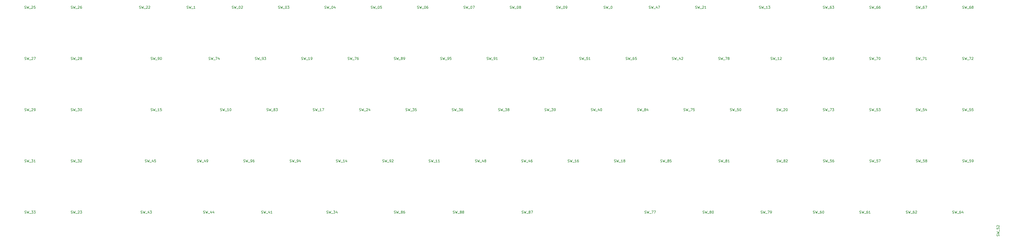
<source format=gbr>
%TF.GenerationSoftware,KiCad,Pcbnew,(6.99.0-2452-gdb4f2d9dd8)*%
%TF.CreationDate,2022-07-18T19:05:11+02:00*%
%TF.ProjectId,FXTal_rev1,46585461-6c5f-4726-9576-312e6b696361,rev?*%
%TF.SameCoordinates,PXe1237f8PYe7db780*%
%TF.FileFunction,Other,Comment*%
%FSLAX46Y46*%
G04 Gerber Fmt 4.6, Leading zero omitted, Abs format (unit mm)*
G04 Created by KiCad (PCBNEW (6.99.0-2452-gdb4f2d9dd8)) date 2022-07-18 19:05:11*
%MOMM*%
%LPD*%
G01*
G04 APERTURE LIST*
%ADD10C,0.150000*%
G04 APERTURE END LIST*
D10*
%TO.C,SW_25*%
X56759524Y-185319761D02*
X56902381Y-185367380D01*
X56902381Y-185367380D02*
X57140476Y-185367380D01*
X57140476Y-185367380D02*
X57235714Y-185319761D01*
X57235714Y-185319761D02*
X57283333Y-185272142D01*
X57283333Y-185272142D02*
X57330952Y-185176904D01*
X57330952Y-185176904D02*
X57330952Y-185081666D01*
X57330952Y-185081666D02*
X57283333Y-184986428D01*
X57283333Y-184986428D02*
X57235714Y-184938809D01*
X57235714Y-184938809D02*
X57140476Y-184891190D01*
X57140476Y-184891190D02*
X56950000Y-184843571D01*
X56950000Y-184843571D02*
X56854762Y-184795952D01*
X56854762Y-184795952D02*
X56807143Y-184748333D01*
X56807143Y-184748333D02*
X56759524Y-184653095D01*
X56759524Y-184653095D02*
X56759524Y-184557857D01*
X56759524Y-184557857D02*
X56807143Y-184462619D01*
X56807143Y-184462619D02*
X56854762Y-184415000D01*
X56854762Y-184415000D02*
X56950000Y-184367380D01*
X56950000Y-184367380D02*
X57188095Y-184367380D01*
X57188095Y-184367380D02*
X57330952Y-184415000D01*
X57664286Y-184367380D02*
X57902381Y-185367380D01*
X57902381Y-185367380D02*
X58092857Y-184653095D01*
X58092857Y-184653095D02*
X58283333Y-185367380D01*
X58283333Y-185367380D02*
X58521429Y-184367380D01*
X58664286Y-185462619D02*
X59426190Y-185462619D01*
X59616667Y-184462619D02*
X59664286Y-184415000D01*
X59664286Y-184415000D02*
X59759524Y-184367380D01*
X59759524Y-184367380D02*
X59997619Y-184367380D01*
X59997619Y-184367380D02*
X60092857Y-184415000D01*
X60092857Y-184415000D02*
X60140476Y-184462619D01*
X60140476Y-184462619D02*
X60188095Y-184557857D01*
X60188095Y-184557857D02*
X60188095Y-184653095D01*
X60188095Y-184653095D02*
X60140476Y-184795952D01*
X60140476Y-184795952D02*
X59569048Y-185367380D01*
X59569048Y-185367380D02*
X60188095Y-185367380D01*
X61092857Y-184367380D02*
X60616667Y-184367380D01*
X60616667Y-184367380D02*
X60569048Y-184843571D01*
X60569048Y-184843571D02*
X60616667Y-184795952D01*
X60616667Y-184795952D02*
X60711905Y-184748333D01*
X60711905Y-184748333D02*
X60950000Y-184748333D01*
X60950000Y-184748333D02*
X61045238Y-184795952D01*
X61045238Y-184795952D02*
X61092857Y-184843571D01*
X61092857Y-184843571D02*
X61140476Y-184938809D01*
X61140476Y-184938809D02*
X61140476Y-185176904D01*
X61140476Y-185176904D02*
X61092857Y-185272142D01*
X61092857Y-185272142D02*
X61045238Y-185319761D01*
X61045238Y-185319761D02*
X60950000Y-185367380D01*
X60950000Y-185367380D02*
X60711905Y-185367380D01*
X60711905Y-185367380D02*
X60616667Y-185319761D01*
X60616667Y-185319761D02*
X60569048Y-185272142D01*
%TO.C,SW_26*%
X75809524Y-185319761D02*
X75952381Y-185367380D01*
X75952381Y-185367380D02*
X76190476Y-185367380D01*
X76190476Y-185367380D02*
X76285714Y-185319761D01*
X76285714Y-185319761D02*
X76333333Y-185272142D01*
X76333333Y-185272142D02*
X76380952Y-185176904D01*
X76380952Y-185176904D02*
X76380952Y-185081666D01*
X76380952Y-185081666D02*
X76333333Y-184986428D01*
X76333333Y-184986428D02*
X76285714Y-184938809D01*
X76285714Y-184938809D02*
X76190476Y-184891190D01*
X76190476Y-184891190D02*
X76000000Y-184843571D01*
X76000000Y-184843571D02*
X75904762Y-184795952D01*
X75904762Y-184795952D02*
X75857143Y-184748333D01*
X75857143Y-184748333D02*
X75809524Y-184653095D01*
X75809524Y-184653095D02*
X75809524Y-184557857D01*
X75809524Y-184557857D02*
X75857143Y-184462619D01*
X75857143Y-184462619D02*
X75904762Y-184415000D01*
X75904762Y-184415000D02*
X76000000Y-184367380D01*
X76000000Y-184367380D02*
X76238095Y-184367380D01*
X76238095Y-184367380D02*
X76380952Y-184415000D01*
X76714286Y-184367380D02*
X76952381Y-185367380D01*
X76952381Y-185367380D02*
X77142857Y-184653095D01*
X77142857Y-184653095D02*
X77333333Y-185367380D01*
X77333333Y-185367380D02*
X77571429Y-184367380D01*
X77714286Y-185462619D02*
X78476190Y-185462619D01*
X78666667Y-184462619D02*
X78714286Y-184415000D01*
X78714286Y-184415000D02*
X78809524Y-184367380D01*
X78809524Y-184367380D02*
X79047619Y-184367380D01*
X79047619Y-184367380D02*
X79142857Y-184415000D01*
X79142857Y-184415000D02*
X79190476Y-184462619D01*
X79190476Y-184462619D02*
X79238095Y-184557857D01*
X79238095Y-184557857D02*
X79238095Y-184653095D01*
X79238095Y-184653095D02*
X79190476Y-184795952D01*
X79190476Y-184795952D02*
X78619048Y-185367380D01*
X78619048Y-185367380D02*
X79238095Y-185367380D01*
X80095238Y-184367380D02*
X79904762Y-184367380D01*
X79904762Y-184367380D02*
X79809524Y-184415000D01*
X79809524Y-184415000D02*
X79761905Y-184462619D01*
X79761905Y-184462619D02*
X79666667Y-184605476D01*
X79666667Y-184605476D02*
X79619048Y-184795952D01*
X79619048Y-184795952D02*
X79619048Y-185176904D01*
X79619048Y-185176904D02*
X79666667Y-185272142D01*
X79666667Y-185272142D02*
X79714286Y-185319761D01*
X79714286Y-185319761D02*
X79809524Y-185367380D01*
X79809524Y-185367380D02*
X80000000Y-185367380D01*
X80000000Y-185367380D02*
X80095238Y-185319761D01*
X80095238Y-185319761D02*
X80142857Y-185272142D01*
X80142857Y-185272142D02*
X80190476Y-185176904D01*
X80190476Y-185176904D02*
X80190476Y-184938809D01*
X80190476Y-184938809D02*
X80142857Y-184843571D01*
X80142857Y-184843571D02*
X80095238Y-184795952D01*
X80095238Y-184795952D02*
X80000000Y-184748333D01*
X80000000Y-184748333D02*
X79809524Y-184748333D01*
X79809524Y-184748333D02*
X79714286Y-184795952D01*
X79714286Y-184795952D02*
X79666667Y-184843571D01*
X79666667Y-184843571D02*
X79619048Y-184938809D01*
%TO.C,SW_22*%
X103809524Y-185319761D02*
X103952381Y-185367380D01*
X103952381Y-185367380D02*
X104190476Y-185367380D01*
X104190476Y-185367380D02*
X104285714Y-185319761D01*
X104285714Y-185319761D02*
X104333333Y-185272142D01*
X104333333Y-185272142D02*
X104380952Y-185176904D01*
X104380952Y-185176904D02*
X104380952Y-185081666D01*
X104380952Y-185081666D02*
X104333333Y-184986428D01*
X104333333Y-184986428D02*
X104285714Y-184938809D01*
X104285714Y-184938809D02*
X104190476Y-184891190D01*
X104190476Y-184891190D02*
X104000000Y-184843571D01*
X104000000Y-184843571D02*
X103904762Y-184795952D01*
X103904762Y-184795952D02*
X103857143Y-184748333D01*
X103857143Y-184748333D02*
X103809524Y-184653095D01*
X103809524Y-184653095D02*
X103809524Y-184557857D01*
X103809524Y-184557857D02*
X103857143Y-184462619D01*
X103857143Y-184462619D02*
X103904762Y-184415000D01*
X103904762Y-184415000D02*
X104000000Y-184367380D01*
X104000000Y-184367380D02*
X104238095Y-184367380D01*
X104238095Y-184367380D02*
X104380952Y-184415000D01*
X104714286Y-184367380D02*
X104952381Y-185367380D01*
X104952381Y-185367380D02*
X105142857Y-184653095D01*
X105142857Y-184653095D02*
X105333333Y-185367380D01*
X105333333Y-185367380D02*
X105571429Y-184367380D01*
X105714286Y-185462619D02*
X106476190Y-185462619D01*
X106666667Y-184462619D02*
X106714286Y-184415000D01*
X106714286Y-184415000D02*
X106809524Y-184367380D01*
X106809524Y-184367380D02*
X107047619Y-184367380D01*
X107047619Y-184367380D02*
X107142857Y-184415000D01*
X107142857Y-184415000D02*
X107190476Y-184462619D01*
X107190476Y-184462619D02*
X107238095Y-184557857D01*
X107238095Y-184557857D02*
X107238095Y-184653095D01*
X107238095Y-184653095D02*
X107190476Y-184795952D01*
X107190476Y-184795952D02*
X106619048Y-185367380D01*
X106619048Y-185367380D02*
X107238095Y-185367380D01*
X107619048Y-184462619D02*
X107666667Y-184415000D01*
X107666667Y-184415000D02*
X107761905Y-184367380D01*
X107761905Y-184367380D02*
X108000000Y-184367380D01*
X108000000Y-184367380D02*
X108095238Y-184415000D01*
X108095238Y-184415000D02*
X108142857Y-184462619D01*
X108142857Y-184462619D02*
X108190476Y-184557857D01*
X108190476Y-184557857D02*
X108190476Y-184653095D01*
X108190476Y-184653095D02*
X108142857Y-184795952D01*
X108142857Y-184795952D02*
X107571429Y-185367380D01*
X107571429Y-185367380D02*
X108190476Y-185367380D01*
%TO.C,SW_1*%
X123285714Y-185319761D02*
X123428571Y-185367380D01*
X123428571Y-185367380D02*
X123666666Y-185367380D01*
X123666666Y-185367380D02*
X123761904Y-185319761D01*
X123761904Y-185319761D02*
X123809523Y-185272142D01*
X123809523Y-185272142D02*
X123857142Y-185176904D01*
X123857142Y-185176904D02*
X123857142Y-185081666D01*
X123857142Y-185081666D02*
X123809523Y-184986428D01*
X123809523Y-184986428D02*
X123761904Y-184938809D01*
X123761904Y-184938809D02*
X123666666Y-184891190D01*
X123666666Y-184891190D02*
X123476190Y-184843571D01*
X123476190Y-184843571D02*
X123380952Y-184795952D01*
X123380952Y-184795952D02*
X123333333Y-184748333D01*
X123333333Y-184748333D02*
X123285714Y-184653095D01*
X123285714Y-184653095D02*
X123285714Y-184557857D01*
X123285714Y-184557857D02*
X123333333Y-184462619D01*
X123333333Y-184462619D02*
X123380952Y-184415000D01*
X123380952Y-184415000D02*
X123476190Y-184367380D01*
X123476190Y-184367380D02*
X123714285Y-184367380D01*
X123714285Y-184367380D02*
X123857142Y-184415000D01*
X124190476Y-184367380D02*
X124428571Y-185367380D01*
X124428571Y-185367380D02*
X124619047Y-184653095D01*
X124619047Y-184653095D02*
X124809523Y-185367380D01*
X124809523Y-185367380D02*
X125047619Y-184367380D01*
X125190476Y-185462619D02*
X125952380Y-185462619D01*
X126714285Y-185367380D02*
X126142857Y-185367380D01*
X126428571Y-185367380D02*
X126428571Y-184367380D01*
X126428571Y-184367380D02*
X126333333Y-184510238D01*
X126333333Y-184510238D02*
X126238095Y-184605476D01*
X126238095Y-184605476D02*
X126142857Y-184653095D01*
%TO.C,SW_02*%
X141809524Y-185319761D02*
X141952381Y-185367380D01*
X141952381Y-185367380D02*
X142190476Y-185367380D01*
X142190476Y-185367380D02*
X142285714Y-185319761D01*
X142285714Y-185319761D02*
X142333333Y-185272142D01*
X142333333Y-185272142D02*
X142380952Y-185176904D01*
X142380952Y-185176904D02*
X142380952Y-185081666D01*
X142380952Y-185081666D02*
X142333333Y-184986428D01*
X142333333Y-184986428D02*
X142285714Y-184938809D01*
X142285714Y-184938809D02*
X142190476Y-184891190D01*
X142190476Y-184891190D02*
X142000000Y-184843571D01*
X142000000Y-184843571D02*
X141904762Y-184795952D01*
X141904762Y-184795952D02*
X141857143Y-184748333D01*
X141857143Y-184748333D02*
X141809524Y-184653095D01*
X141809524Y-184653095D02*
X141809524Y-184557857D01*
X141809524Y-184557857D02*
X141857143Y-184462619D01*
X141857143Y-184462619D02*
X141904762Y-184415000D01*
X141904762Y-184415000D02*
X142000000Y-184367380D01*
X142000000Y-184367380D02*
X142238095Y-184367380D01*
X142238095Y-184367380D02*
X142380952Y-184415000D01*
X142714286Y-184367380D02*
X142952381Y-185367380D01*
X142952381Y-185367380D02*
X143142857Y-184653095D01*
X143142857Y-184653095D02*
X143333333Y-185367380D01*
X143333333Y-185367380D02*
X143571429Y-184367380D01*
X143714286Y-185462619D02*
X144476190Y-185462619D01*
X144904762Y-184367380D02*
X145000000Y-184367380D01*
X145000000Y-184367380D02*
X145095238Y-184415000D01*
X145095238Y-184415000D02*
X145142857Y-184462619D01*
X145142857Y-184462619D02*
X145190476Y-184557857D01*
X145190476Y-184557857D02*
X145238095Y-184748333D01*
X145238095Y-184748333D02*
X145238095Y-184986428D01*
X145238095Y-184986428D02*
X145190476Y-185176904D01*
X145190476Y-185176904D02*
X145142857Y-185272142D01*
X145142857Y-185272142D02*
X145095238Y-185319761D01*
X145095238Y-185319761D02*
X145000000Y-185367380D01*
X145000000Y-185367380D02*
X144904762Y-185367380D01*
X144904762Y-185367380D02*
X144809524Y-185319761D01*
X144809524Y-185319761D02*
X144761905Y-185272142D01*
X144761905Y-185272142D02*
X144714286Y-185176904D01*
X144714286Y-185176904D02*
X144666667Y-184986428D01*
X144666667Y-184986428D02*
X144666667Y-184748333D01*
X144666667Y-184748333D02*
X144714286Y-184557857D01*
X144714286Y-184557857D02*
X144761905Y-184462619D01*
X144761905Y-184462619D02*
X144809524Y-184415000D01*
X144809524Y-184415000D02*
X144904762Y-184367380D01*
X145619048Y-184462619D02*
X145666667Y-184415000D01*
X145666667Y-184415000D02*
X145761905Y-184367380D01*
X145761905Y-184367380D02*
X146000000Y-184367380D01*
X146000000Y-184367380D02*
X146095238Y-184415000D01*
X146095238Y-184415000D02*
X146142857Y-184462619D01*
X146142857Y-184462619D02*
X146190476Y-184557857D01*
X146190476Y-184557857D02*
X146190476Y-184653095D01*
X146190476Y-184653095D02*
X146142857Y-184795952D01*
X146142857Y-184795952D02*
X145571429Y-185367380D01*
X145571429Y-185367380D02*
X146190476Y-185367380D01*
%TO.C,SW_03*%
X160809524Y-185319761D02*
X160952381Y-185367380D01*
X160952381Y-185367380D02*
X161190476Y-185367380D01*
X161190476Y-185367380D02*
X161285714Y-185319761D01*
X161285714Y-185319761D02*
X161333333Y-185272142D01*
X161333333Y-185272142D02*
X161380952Y-185176904D01*
X161380952Y-185176904D02*
X161380952Y-185081666D01*
X161380952Y-185081666D02*
X161333333Y-184986428D01*
X161333333Y-184986428D02*
X161285714Y-184938809D01*
X161285714Y-184938809D02*
X161190476Y-184891190D01*
X161190476Y-184891190D02*
X161000000Y-184843571D01*
X161000000Y-184843571D02*
X160904762Y-184795952D01*
X160904762Y-184795952D02*
X160857143Y-184748333D01*
X160857143Y-184748333D02*
X160809524Y-184653095D01*
X160809524Y-184653095D02*
X160809524Y-184557857D01*
X160809524Y-184557857D02*
X160857143Y-184462619D01*
X160857143Y-184462619D02*
X160904762Y-184415000D01*
X160904762Y-184415000D02*
X161000000Y-184367380D01*
X161000000Y-184367380D02*
X161238095Y-184367380D01*
X161238095Y-184367380D02*
X161380952Y-184415000D01*
X161714286Y-184367380D02*
X161952381Y-185367380D01*
X161952381Y-185367380D02*
X162142857Y-184653095D01*
X162142857Y-184653095D02*
X162333333Y-185367380D01*
X162333333Y-185367380D02*
X162571429Y-184367380D01*
X162714286Y-185462619D02*
X163476190Y-185462619D01*
X163904762Y-184367380D02*
X164000000Y-184367380D01*
X164000000Y-184367380D02*
X164095238Y-184415000D01*
X164095238Y-184415000D02*
X164142857Y-184462619D01*
X164142857Y-184462619D02*
X164190476Y-184557857D01*
X164190476Y-184557857D02*
X164238095Y-184748333D01*
X164238095Y-184748333D02*
X164238095Y-184986428D01*
X164238095Y-184986428D02*
X164190476Y-185176904D01*
X164190476Y-185176904D02*
X164142857Y-185272142D01*
X164142857Y-185272142D02*
X164095238Y-185319761D01*
X164095238Y-185319761D02*
X164000000Y-185367380D01*
X164000000Y-185367380D02*
X163904762Y-185367380D01*
X163904762Y-185367380D02*
X163809524Y-185319761D01*
X163809524Y-185319761D02*
X163761905Y-185272142D01*
X163761905Y-185272142D02*
X163714286Y-185176904D01*
X163714286Y-185176904D02*
X163666667Y-184986428D01*
X163666667Y-184986428D02*
X163666667Y-184748333D01*
X163666667Y-184748333D02*
X163714286Y-184557857D01*
X163714286Y-184557857D02*
X163761905Y-184462619D01*
X163761905Y-184462619D02*
X163809524Y-184415000D01*
X163809524Y-184415000D02*
X163904762Y-184367380D01*
X164571429Y-184367380D02*
X165190476Y-184367380D01*
X165190476Y-184367380D02*
X164857143Y-184748333D01*
X164857143Y-184748333D02*
X165000000Y-184748333D01*
X165000000Y-184748333D02*
X165095238Y-184795952D01*
X165095238Y-184795952D02*
X165142857Y-184843571D01*
X165142857Y-184843571D02*
X165190476Y-184938809D01*
X165190476Y-184938809D02*
X165190476Y-185176904D01*
X165190476Y-185176904D02*
X165142857Y-185272142D01*
X165142857Y-185272142D02*
X165095238Y-185319761D01*
X165095238Y-185319761D02*
X165000000Y-185367380D01*
X165000000Y-185367380D02*
X164714286Y-185367380D01*
X164714286Y-185367380D02*
X164619048Y-185319761D01*
X164619048Y-185319761D02*
X164571429Y-185272142D01*
%TO.C,SW_04*%
X179809524Y-185319761D02*
X179952381Y-185367380D01*
X179952381Y-185367380D02*
X180190476Y-185367380D01*
X180190476Y-185367380D02*
X180285714Y-185319761D01*
X180285714Y-185319761D02*
X180333333Y-185272142D01*
X180333333Y-185272142D02*
X180380952Y-185176904D01*
X180380952Y-185176904D02*
X180380952Y-185081666D01*
X180380952Y-185081666D02*
X180333333Y-184986428D01*
X180333333Y-184986428D02*
X180285714Y-184938809D01*
X180285714Y-184938809D02*
X180190476Y-184891190D01*
X180190476Y-184891190D02*
X180000000Y-184843571D01*
X180000000Y-184843571D02*
X179904762Y-184795952D01*
X179904762Y-184795952D02*
X179857143Y-184748333D01*
X179857143Y-184748333D02*
X179809524Y-184653095D01*
X179809524Y-184653095D02*
X179809524Y-184557857D01*
X179809524Y-184557857D02*
X179857143Y-184462619D01*
X179857143Y-184462619D02*
X179904762Y-184415000D01*
X179904762Y-184415000D02*
X180000000Y-184367380D01*
X180000000Y-184367380D02*
X180238095Y-184367380D01*
X180238095Y-184367380D02*
X180380952Y-184415000D01*
X180714286Y-184367380D02*
X180952381Y-185367380D01*
X180952381Y-185367380D02*
X181142857Y-184653095D01*
X181142857Y-184653095D02*
X181333333Y-185367380D01*
X181333333Y-185367380D02*
X181571429Y-184367380D01*
X181714286Y-185462619D02*
X182476190Y-185462619D01*
X182904762Y-184367380D02*
X183000000Y-184367380D01*
X183000000Y-184367380D02*
X183095238Y-184415000D01*
X183095238Y-184415000D02*
X183142857Y-184462619D01*
X183142857Y-184462619D02*
X183190476Y-184557857D01*
X183190476Y-184557857D02*
X183238095Y-184748333D01*
X183238095Y-184748333D02*
X183238095Y-184986428D01*
X183238095Y-184986428D02*
X183190476Y-185176904D01*
X183190476Y-185176904D02*
X183142857Y-185272142D01*
X183142857Y-185272142D02*
X183095238Y-185319761D01*
X183095238Y-185319761D02*
X183000000Y-185367380D01*
X183000000Y-185367380D02*
X182904762Y-185367380D01*
X182904762Y-185367380D02*
X182809524Y-185319761D01*
X182809524Y-185319761D02*
X182761905Y-185272142D01*
X182761905Y-185272142D02*
X182714286Y-185176904D01*
X182714286Y-185176904D02*
X182666667Y-184986428D01*
X182666667Y-184986428D02*
X182666667Y-184748333D01*
X182666667Y-184748333D02*
X182714286Y-184557857D01*
X182714286Y-184557857D02*
X182761905Y-184462619D01*
X182761905Y-184462619D02*
X182809524Y-184415000D01*
X182809524Y-184415000D02*
X182904762Y-184367380D01*
X184095238Y-184700714D02*
X184095238Y-185367380D01*
X183857143Y-184319761D02*
X183619048Y-185034047D01*
X183619048Y-185034047D02*
X184238095Y-185034047D01*
%TO.C,SW_05*%
X198809524Y-185319761D02*
X198952381Y-185367380D01*
X198952381Y-185367380D02*
X199190476Y-185367380D01*
X199190476Y-185367380D02*
X199285714Y-185319761D01*
X199285714Y-185319761D02*
X199333333Y-185272142D01*
X199333333Y-185272142D02*
X199380952Y-185176904D01*
X199380952Y-185176904D02*
X199380952Y-185081666D01*
X199380952Y-185081666D02*
X199333333Y-184986428D01*
X199333333Y-184986428D02*
X199285714Y-184938809D01*
X199285714Y-184938809D02*
X199190476Y-184891190D01*
X199190476Y-184891190D02*
X199000000Y-184843571D01*
X199000000Y-184843571D02*
X198904762Y-184795952D01*
X198904762Y-184795952D02*
X198857143Y-184748333D01*
X198857143Y-184748333D02*
X198809524Y-184653095D01*
X198809524Y-184653095D02*
X198809524Y-184557857D01*
X198809524Y-184557857D02*
X198857143Y-184462619D01*
X198857143Y-184462619D02*
X198904762Y-184415000D01*
X198904762Y-184415000D02*
X199000000Y-184367380D01*
X199000000Y-184367380D02*
X199238095Y-184367380D01*
X199238095Y-184367380D02*
X199380952Y-184415000D01*
X199714286Y-184367380D02*
X199952381Y-185367380D01*
X199952381Y-185367380D02*
X200142857Y-184653095D01*
X200142857Y-184653095D02*
X200333333Y-185367380D01*
X200333333Y-185367380D02*
X200571429Y-184367380D01*
X200714286Y-185462619D02*
X201476190Y-185462619D01*
X201904762Y-184367380D02*
X202000000Y-184367380D01*
X202000000Y-184367380D02*
X202095238Y-184415000D01*
X202095238Y-184415000D02*
X202142857Y-184462619D01*
X202142857Y-184462619D02*
X202190476Y-184557857D01*
X202190476Y-184557857D02*
X202238095Y-184748333D01*
X202238095Y-184748333D02*
X202238095Y-184986428D01*
X202238095Y-184986428D02*
X202190476Y-185176904D01*
X202190476Y-185176904D02*
X202142857Y-185272142D01*
X202142857Y-185272142D02*
X202095238Y-185319761D01*
X202095238Y-185319761D02*
X202000000Y-185367380D01*
X202000000Y-185367380D02*
X201904762Y-185367380D01*
X201904762Y-185367380D02*
X201809524Y-185319761D01*
X201809524Y-185319761D02*
X201761905Y-185272142D01*
X201761905Y-185272142D02*
X201714286Y-185176904D01*
X201714286Y-185176904D02*
X201666667Y-184986428D01*
X201666667Y-184986428D02*
X201666667Y-184748333D01*
X201666667Y-184748333D02*
X201714286Y-184557857D01*
X201714286Y-184557857D02*
X201761905Y-184462619D01*
X201761905Y-184462619D02*
X201809524Y-184415000D01*
X201809524Y-184415000D02*
X201904762Y-184367380D01*
X203142857Y-184367380D02*
X202666667Y-184367380D01*
X202666667Y-184367380D02*
X202619048Y-184843571D01*
X202619048Y-184843571D02*
X202666667Y-184795952D01*
X202666667Y-184795952D02*
X202761905Y-184748333D01*
X202761905Y-184748333D02*
X203000000Y-184748333D01*
X203000000Y-184748333D02*
X203095238Y-184795952D01*
X203095238Y-184795952D02*
X203142857Y-184843571D01*
X203142857Y-184843571D02*
X203190476Y-184938809D01*
X203190476Y-184938809D02*
X203190476Y-185176904D01*
X203190476Y-185176904D02*
X203142857Y-185272142D01*
X203142857Y-185272142D02*
X203095238Y-185319761D01*
X203095238Y-185319761D02*
X203000000Y-185367380D01*
X203000000Y-185367380D02*
X202761905Y-185367380D01*
X202761905Y-185367380D02*
X202666667Y-185319761D01*
X202666667Y-185319761D02*
X202619048Y-185272142D01*
%TO.C,SW_06*%
X217809524Y-185319761D02*
X217952381Y-185367380D01*
X217952381Y-185367380D02*
X218190476Y-185367380D01*
X218190476Y-185367380D02*
X218285714Y-185319761D01*
X218285714Y-185319761D02*
X218333333Y-185272142D01*
X218333333Y-185272142D02*
X218380952Y-185176904D01*
X218380952Y-185176904D02*
X218380952Y-185081666D01*
X218380952Y-185081666D02*
X218333333Y-184986428D01*
X218333333Y-184986428D02*
X218285714Y-184938809D01*
X218285714Y-184938809D02*
X218190476Y-184891190D01*
X218190476Y-184891190D02*
X218000000Y-184843571D01*
X218000000Y-184843571D02*
X217904762Y-184795952D01*
X217904762Y-184795952D02*
X217857143Y-184748333D01*
X217857143Y-184748333D02*
X217809524Y-184653095D01*
X217809524Y-184653095D02*
X217809524Y-184557857D01*
X217809524Y-184557857D02*
X217857143Y-184462619D01*
X217857143Y-184462619D02*
X217904762Y-184415000D01*
X217904762Y-184415000D02*
X218000000Y-184367380D01*
X218000000Y-184367380D02*
X218238095Y-184367380D01*
X218238095Y-184367380D02*
X218380952Y-184415000D01*
X218714286Y-184367380D02*
X218952381Y-185367380D01*
X218952381Y-185367380D02*
X219142857Y-184653095D01*
X219142857Y-184653095D02*
X219333333Y-185367380D01*
X219333333Y-185367380D02*
X219571429Y-184367380D01*
X219714286Y-185462619D02*
X220476190Y-185462619D01*
X220904762Y-184367380D02*
X221000000Y-184367380D01*
X221000000Y-184367380D02*
X221095238Y-184415000D01*
X221095238Y-184415000D02*
X221142857Y-184462619D01*
X221142857Y-184462619D02*
X221190476Y-184557857D01*
X221190476Y-184557857D02*
X221238095Y-184748333D01*
X221238095Y-184748333D02*
X221238095Y-184986428D01*
X221238095Y-184986428D02*
X221190476Y-185176904D01*
X221190476Y-185176904D02*
X221142857Y-185272142D01*
X221142857Y-185272142D02*
X221095238Y-185319761D01*
X221095238Y-185319761D02*
X221000000Y-185367380D01*
X221000000Y-185367380D02*
X220904762Y-185367380D01*
X220904762Y-185367380D02*
X220809524Y-185319761D01*
X220809524Y-185319761D02*
X220761905Y-185272142D01*
X220761905Y-185272142D02*
X220714286Y-185176904D01*
X220714286Y-185176904D02*
X220666667Y-184986428D01*
X220666667Y-184986428D02*
X220666667Y-184748333D01*
X220666667Y-184748333D02*
X220714286Y-184557857D01*
X220714286Y-184557857D02*
X220761905Y-184462619D01*
X220761905Y-184462619D02*
X220809524Y-184415000D01*
X220809524Y-184415000D02*
X220904762Y-184367380D01*
X222095238Y-184367380D02*
X221904762Y-184367380D01*
X221904762Y-184367380D02*
X221809524Y-184415000D01*
X221809524Y-184415000D02*
X221761905Y-184462619D01*
X221761905Y-184462619D02*
X221666667Y-184605476D01*
X221666667Y-184605476D02*
X221619048Y-184795952D01*
X221619048Y-184795952D02*
X221619048Y-185176904D01*
X221619048Y-185176904D02*
X221666667Y-185272142D01*
X221666667Y-185272142D02*
X221714286Y-185319761D01*
X221714286Y-185319761D02*
X221809524Y-185367380D01*
X221809524Y-185367380D02*
X222000000Y-185367380D01*
X222000000Y-185367380D02*
X222095238Y-185319761D01*
X222095238Y-185319761D02*
X222142857Y-185272142D01*
X222142857Y-185272142D02*
X222190476Y-185176904D01*
X222190476Y-185176904D02*
X222190476Y-184938809D01*
X222190476Y-184938809D02*
X222142857Y-184843571D01*
X222142857Y-184843571D02*
X222095238Y-184795952D01*
X222095238Y-184795952D02*
X222000000Y-184748333D01*
X222000000Y-184748333D02*
X221809524Y-184748333D01*
X221809524Y-184748333D02*
X221714286Y-184795952D01*
X221714286Y-184795952D02*
X221666667Y-184843571D01*
X221666667Y-184843571D02*
X221619048Y-184938809D01*
%TO.C,SW_07*%
X236809524Y-185319761D02*
X236952381Y-185367380D01*
X236952381Y-185367380D02*
X237190476Y-185367380D01*
X237190476Y-185367380D02*
X237285714Y-185319761D01*
X237285714Y-185319761D02*
X237333333Y-185272142D01*
X237333333Y-185272142D02*
X237380952Y-185176904D01*
X237380952Y-185176904D02*
X237380952Y-185081666D01*
X237380952Y-185081666D02*
X237333333Y-184986428D01*
X237333333Y-184986428D02*
X237285714Y-184938809D01*
X237285714Y-184938809D02*
X237190476Y-184891190D01*
X237190476Y-184891190D02*
X237000000Y-184843571D01*
X237000000Y-184843571D02*
X236904762Y-184795952D01*
X236904762Y-184795952D02*
X236857143Y-184748333D01*
X236857143Y-184748333D02*
X236809524Y-184653095D01*
X236809524Y-184653095D02*
X236809524Y-184557857D01*
X236809524Y-184557857D02*
X236857143Y-184462619D01*
X236857143Y-184462619D02*
X236904762Y-184415000D01*
X236904762Y-184415000D02*
X237000000Y-184367380D01*
X237000000Y-184367380D02*
X237238095Y-184367380D01*
X237238095Y-184367380D02*
X237380952Y-184415000D01*
X237714286Y-184367380D02*
X237952381Y-185367380D01*
X237952381Y-185367380D02*
X238142857Y-184653095D01*
X238142857Y-184653095D02*
X238333333Y-185367380D01*
X238333333Y-185367380D02*
X238571429Y-184367380D01*
X238714286Y-185462619D02*
X239476190Y-185462619D01*
X239904762Y-184367380D02*
X240000000Y-184367380D01*
X240000000Y-184367380D02*
X240095238Y-184415000D01*
X240095238Y-184415000D02*
X240142857Y-184462619D01*
X240142857Y-184462619D02*
X240190476Y-184557857D01*
X240190476Y-184557857D02*
X240238095Y-184748333D01*
X240238095Y-184748333D02*
X240238095Y-184986428D01*
X240238095Y-184986428D02*
X240190476Y-185176904D01*
X240190476Y-185176904D02*
X240142857Y-185272142D01*
X240142857Y-185272142D02*
X240095238Y-185319761D01*
X240095238Y-185319761D02*
X240000000Y-185367380D01*
X240000000Y-185367380D02*
X239904762Y-185367380D01*
X239904762Y-185367380D02*
X239809524Y-185319761D01*
X239809524Y-185319761D02*
X239761905Y-185272142D01*
X239761905Y-185272142D02*
X239714286Y-185176904D01*
X239714286Y-185176904D02*
X239666667Y-184986428D01*
X239666667Y-184986428D02*
X239666667Y-184748333D01*
X239666667Y-184748333D02*
X239714286Y-184557857D01*
X239714286Y-184557857D02*
X239761905Y-184462619D01*
X239761905Y-184462619D02*
X239809524Y-184415000D01*
X239809524Y-184415000D02*
X239904762Y-184367380D01*
X240571429Y-184367380D02*
X241238095Y-184367380D01*
X241238095Y-184367380D02*
X240809524Y-185367380D01*
%TO.C,SW_08*%
X255809524Y-185319761D02*
X255952381Y-185367380D01*
X255952381Y-185367380D02*
X256190476Y-185367380D01*
X256190476Y-185367380D02*
X256285714Y-185319761D01*
X256285714Y-185319761D02*
X256333333Y-185272142D01*
X256333333Y-185272142D02*
X256380952Y-185176904D01*
X256380952Y-185176904D02*
X256380952Y-185081666D01*
X256380952Y-185081666D02*
X256333333Y-184986428D01*
X256333333Y-184986428D02*
X256285714Y-184938809D01*
X256285714Y-184938809D02*
X256190476Y-184891190D01*
X256190476Y-184891190D02*
X256000000Y-184843571D01*
X256000000Y-184843571D02*
X255904762Y-184795952D01*
X255904762Y-184795952D02*
X255857143Y-184748333D01*
X255857143Y-184748333D02*
X255809524Y-184653095D01*
X255809524Y-184653095D02*
X255809524Y-184557857D01*
X255809524Y-184557857D02*
X255857143Y-184462619D01*
X255857143Y-184462619D02*
X255904762Y-184415000D01*
X255904762Y-184415000D02*
X256000000Y-184367380D01*
X256000000Y-184367380D02*
X256238095Y-184367380D01*
X256238095Y-184367380D02*
X256380952Y-184415000D01*
X256714286Y-184367380D02*
X256952381Y-185367380D01*
X256952381Y-185367380D02*
X257142857Y-184653095D01*
X257142857Y-184653095D02*
X257333333Y-185367380D01*
X257333333Y-185367380D02*
X257571429Y-184367380D01*
X257714286Y-185462619D02*
X258476190Y-185462619D01*
X258904762Y-184367380D02*
X259000000Y-184367380D01*
X259000000Y-184367380D02*
X259095238Y-184415000D01*
X259095238Y-184415000D02*
X259142857Y-184462619D01*
X259142857Y-184462619D02*
X259190476Y-184557857D01*
X259190476Y-184557857D02*
X259238095Y-184748333D01*
X259238095Y-184748333D02*
X259238095Y-184986428D01*
X259238095Y-184986428D02*
X259190476Y-185176904D01*
X259190476Y-185176904D02*
X259142857Y-185272142D01*
X259142857Y-185272142D02*
X259095238Y-185319761D01*
X259095238Y-185319761D02*
X259000000Y-185367380D01*
X259000000Y-185367380D02*
X258904762Y-185367380D01*
X258904762Y-185367380D02*
X258809524Y-185319761D01*
X258809524Y-185319761D02*
X258761905Y-185272142D01*
X258761905Y-185272142D02*
X258714286Y-185176904D01*
X258714286Y-185176904D02*
X258666667Y-184986428D01*
X258666667Y-184986428D02*
X258666667Y-184748333D01*
X258666667Y-184748333D02*
X258714286Y-184557857D01*
X258714286Y-184557857D02*
X258761905Y-184462619D01*
X258761905Y-184462619D02*
X258809524Y-184415000D01*
X258809524Y-184415000D02*
X258904762Y-184367380D01*
X259809524Y-184795952D02*
X259714286Y-184748333D01*
X259714286Y-184748333D02*
X259666667Y-184700714D01*
X259666667Y-184700714D02*
X259619048Y-184605476D01*
X259619048Y-184605476D02*
X259619048Y-184557857D01*
X259619048Y-184557857D02*
X259666667Y-184462619D01*
X259666667Y-184462619D02*
X259714286Y-184415000D01*
X259714286Y-184415000D02*
X259809524Y-184367380D01*
X259809524Y-184367380D02*
X260000000Y-184367380D01*
X260000000Y-184367380D02*
X260095238Y-184415000D01*
X260095238Y-184415000D02*
X260142857Y-184462619D01*
X260142857Y-184462619D02*
X260190476Y-184557857D01*
X260190476Y-184557857D02*
X260190476Y-184605476D01*
X260190476Y-184605476D02*
X260142857Y-184700714D01*
X260142857Y-184700714D02*
X260095238Y-184748333D01*
X260095238Y-184748333D02*
X260000000Y-184795952D01*
X260000000Y-184795952D02*
X259809524Y-184795952D01*
X259809524Y-184795952D02*
X259714286Y-184843571D01*
X259714286Y-184843571D02*
X259666667Y-184891190D01*
X259666667Y-184891190D02*
X259619048Y-184986428D01*
X259619048Y-184986428D02*
X259619048Y-185176904D01*
X259619048Y-185176904D02*
X259666667Y-185272142D01*
X259666667Y-185272142D02*
X259714286Y-185319761D01*
X259714286Y-185319761D02*
X259809524Y-185367380D01*
X259809524Y-185367380D02*
X260000000Y-185367380D01*
X260000000Y-185367380D02*
X260095238Y-185319761D01*
X260095238Y-185319761D02*
X260142857Y-185272142D01*
X260142857Y-185272142D02*
X260190476Y-185176904D01*
X260190476Y-185176904D02*
X260190476Y-184986428D01*
X260190476Y-184986428D02*
X260142857Y-184891190D01*
X260142857Y-184891190D02*
X260095238Y-184843571D01*
X260095238Y-184843571D02*
X260000000Y-184795952D01*
%TO.C,SW_09*%
X274809524Y-185319761D02*
X274952381Y-185367380D01*
X274952381Y-185367380D02*
X275190476Y-185367380D01*
X275190476Y-185367380D02*
X275285714Y-185319761D01*
X275285714Y-185319761D02*
X275333333Y-185272142D01*
X275333333Y-185272142D02*
X275380952Y-185176904D01*
X275380952Y-185176904D02*
X275380952Y-185081666D01*
X275380952Y-185081666D02*
X275333333Y-184986428D01*
X275333333Y-184986428D02*
X275285714Y-184938809D01*
X275285714Y-184938809D02*
X275190476Y-184891190D01*
X275190476Y-184891190D02*
X275000000Y-184843571D01*
X275000000Y-184843571D02*
X274904762Y-184795952D01*
X274904762Y-184795952D02*
X274857143Y-184748333D01*
X274857143Y-184748333D02*
X274809524Y-184653095D01*
X274809524Y-184653095D02*
X274809524Y-184557857D01*
X274809524Y-184557857D02*
X274857143Y-184462619D01*
X274857143Y-184462619D02*
X274904762Y-184415000D01*
X274904762Y-184415000D02*
X275000000Y-184367380D01*
X275000000Y-184367380D02*
X275238095Y-184367380D01*
X275238095Y-184367380D02*
X275380952Y-184415000D01*
X275714286Y-184367380D02*
X275952381Y-185367380D01*
X275952381Y-185367380D02*
X276142857Y-184653095D01*
X276142857Y-184653095D02*
X276333333Y-185367380D01*
X276333333Y-185367380D02*
X276571429Y-184367380D01*
X276714286Y-185462619D02*
X277476190Y-185462619D01*
X277904762Y-184367380D02*
X278000000Y-184367380D01*
X278000000Y-184367380D02*
X278095238Y-184415000D01*
X278095238Y-184415000D02*
X278142857Y-184462619D01*
X278142857Y-184462619D02*
X278190476Y-184557857D01*
X278190476Y-184557857D02*
X278238095Y-184748333D01*
X278238095Y-184748333D02*
X278238095Y-184986428D01*
X278238095Y-184986428D02*
X278190476Y-185176904D01*
X278190476Y-185176904D02*
X278142857Y-185272142D01*
X278142857Y-185272142D02*
X278095238Y-185319761D01*
X278095238Y-185319761D02*
X278000000Y-185367380D01*
X278000000Y-185367380D02*
X277904762Y-185367380D01*
X277904762Y-185367380D02*
X277809524Y-185319761D01*
X277809524Y-185319761D02*
X277761905Y-185272142D01*
X277761905Y-185272142D02*
X277714286Y-185176904D01*
X277714286Y-185176904D02*
X277666667Y-184986428D01*
X277666667Y-184986428D02*
X277666667Y-184748333D01*
X277666667Y-184748333D02*
X277714286Y-184557857D01*
X277714286Y-184557857D02*
X277761905Y-184462619D01*
X277761905Y-184462619D02*
X277809524Y-184415000D01*
X277809524Y-184415000D02*
X277904762Y-184367380D01*
X278714286Y-185367380D02*
X278904762Y-185367380D01*
X278904762Y-185367380D02*
X279000000Y-185319761D01*
X279000000Y-185319761D02*
X279047619Y-185272142D01*
X279047619Y-185272142D02*
X279142857Y-185129285D01*
X279142857Y-185129285D02*
X279190476Y-184938809D01*
X279190476Y-184938809D02*
X279190476Y-184557857D01*
X279190476Y-184557857D02*
X279142857Y-184462619D01*
X279142857Y-184462619D02*
X279095238Y-184415000D01*
X279095238Y-184415000D02*
X279000000Y-184367380D01*
X279000000Y-184367380D02*
X278809524Y-184367380D01*
X278809524Y-184367380D02*
X278714286Y-184415000D01*
X278714286Y-184415000D02*
X278666667Y-184462619D01*
X278666667Y-184462619D02*
X278619048Y-184557857D01*
X278619048Y-184557857D02*
X278619048Y-184795952D01*
X278619048Y-184795952D02*
X278666667Y-184891190D01*
X278666667Y-184891190D02*
X278714286Y-184938809D01*
X278714286Y-184938809D02*
X278809524Y-184986428D01*
X278809524Y-184986428D02*
X279000000Y-184986428D01*
X279000000Y-184986428D02*
X279095238Y-184938809D01*
X279095238Y-184938809D02*
X279142857Y-184891190D01*
X279142857Y-184891190D02*
X279190476Y-184795952D01*
%TO.C,SW_0*%
X294285714Y-185319761D02*
X294428571Y-185367380D01*
X294428571Y-185367380D02*
X294666666Y-185367380D01*
X294666666Y-185367380D02*
X294761904Y-185319761D01*
X294761904Y-185319761D02*
X294809523Y-185272142D01*
X294809523Y-185272142D02*
X294857142Y-185176904D01*
X294857142Y-185176904D02*
X294857142Y-185081666D01*
X294857142Y-185081666D02*
X294809523Y-184986428D01*
X294809523Y-184986428D02*
X294761904Y-184938809D01*
X294761904Y-184938809D02*
X294666666Y-184891190D01*
X294666666Y-184891190D02*
X294476190Y-184843571D01*
X294476190Y-184843571D02*
X294380952Y-184795952D01*
X294380952Y-184795952D02*
X294333333Y-184748333D01*
X294333333Y-184748333D02*
X294285714Y-184653095D01*
X294285714Y-184653095D02*
X294285714Y-184557857D01*
X294285714Y-184557857D02*
X294333333Y-184462619D01*
X294333333Y-184462619D02*
X294380952Y-184415000D01*
X294380952Y-184415000D02*
X294476190Y-184367380D01*
X294476190Y-184367380D02*
X294714285Y-184367380D01*
X294714285Y-184367380D02*
X294857142Y-184415000D01*
X295190476Y-184367380D02*
X295428571Y-185367380D01*
X295428571Y-185367380D02*
X295619047Y-184653095D01*
X295619047Y-184653095D02*
X295809523Y-185367380D01*
X295809523Y-185367380D02*
X296047619Y-184367380D01*
X296190476Y-185462619D02*
X296952380Y-185462619D01*
X297380952Y-184367380D02*
X297476190Y-184367380D01*
X297476190Y-184367380D02*
X297571428Y-184415000D01*
X297571428Y-184415000D02*
X297619047Y-184462619D01*
X297619047Y-184462619D02*
X297666666Y-184557857D01*
X297666666Y-184557857D02*
X297714285Y-184748333D01*
X297714285Y-184748333D02*
X297714285Y-184986428D01*
X297714285Y-184986428D02*
X297666666Y-185176904D01*
X297666666Y-185176904D02*
X297619047Y-185272142D01*
X297619047Y-185272142D02*
X297571428Y-185319761D01*
X297571428Y-185319761D02*
X297476190Y-185367380D01*
X297476190Y-185367380D02*
X297380952Y-185367380D01*
X297380952Y-185367380D02*
X297285714Y-185319761D01*
X297285714Y-185319761D02*
X297238095Y-185272142D01*
X297238095Y-185272142D02*
X297190476Y-185176904D01*
X297190476Y-185176904D02*
X297142857Y-184986428D01*
X297142857Y-184986428D02*
X297142857Y-184748333D01*
X297142857Y-184748333D02*
X297190476Y-184557857D01*
X297190476Y-184557857D02*
X297238095Y-184462619D01*
X297238095Y-184462619D02*
X297285714Y-184415000D01*
X297285714Y-184415000D02*
X297380952Y-184367380D01*
%TO.C,SW_47*%
X312809524Y-185319761D02*
X312952381Y-185367380D01*
X312952381Y-185367380D02*
X313190476Y-185367380D01*
X313190476Y-185367380D02*
X313285714Y-185319761D01*
X313285714Y-185319761D02*
X313333333Y-185272142D01*
X313333333Y-185272142D02*
X313380952Y-185176904D01*
X313380952Y-185176904D02*
X313380952Y-185081666D01*
X313380952Y-185081666D02*
X313333333Y-184986428D01*
X313333333Y-184986428D02*
X313285714Y-184938809D01*
X313285714Y-184938809D02*
X313190476Y-184891190D01*
X313190476Y-184891190D02*
X313000000Y-184843571D01*
X313000000Y-184843571D02*
X312904762Y-184795952D01*
X312904762Y-184795952D02*
X312857143Y-184748333D01*
X312857143Y-184748333D02*
X312809524Y-184653095D01*
X312809524Y-184653095D02*
X312809524Y-184557857D01*
X312809524Y-184557857D02*
X312857143Y-184462619D01*
X312857143Y-184462619D02*
X312904762Y-184415000D01*
X312904762Y-184415000D02*
X313000000Y-184367380D01*
X313000000Y-184367380D02*
X313238095Y-184367380D01*
X313238095Y-184367380D02*
X313380952Y-184415000D01*
X313714286Y-184367380D02*
X313952381Y-185367380D01*
X313952381Y-185367380D02*
X314142857Y-184653095D01*
X314142857Y-184653095D02*
X314333333Y-185367380D01*
X314333333Y-185367380D02*
X314571429Y-184367380D01*
X314714286Y-185462619D02*
X315476190Y-185462619D01*
X316142857Y-184700714D02*
X316142857Y-185367380D01*
X315904762Y-184319761D02*
X315666667Y-185034047D01*
X315666667Y-185034047D02*
X316285714Y-185034047D01*
X316571429Y-184367380D02*
X317238095Y-184367380D01*
X317238095Y-184367380D02*
X316809524Y-185367380D01*
%TO.C,SW_21*%
X331809524Y-185319761D02*
X331952381Y-185367380D01*
X331952381Y-185367380D02*
X332190476Y-185367380D01*
X332190476Y-185367380D02*
X332285714Y-185319761D01*
X332285714Y-185319761D02*
X332333333Y-185272142D01*
X332333333Y-185272142D02*
X332380952Y-185176904D01*
X332380952Y-185176904D02*
X332380952Y-185081666D01*
X332380952Y-185081666D02*
X332333333Y-184986428D01*
X332333333Y-184986428D02*
X332285714Y-184938809D01*
X332285714Y-184938809D02*
X332190476Y-184891190D01*
X332190476Y-184891190D02*
X332000000Y-184843571D01*
X332000000Y-184843571D02*
X331904762Y-184795952D01*
X331904762Y-184795952D02*
X331857143Y-184748333D01*
X331857143Y-184748333D02*
X331809524Y-184653095D01*
X331809524Y-184653095D02*
X331809524Y-184557857D01*
X331809524Y-184557857D02*
X331857143Y-184462619D01*
X331857143Y-184462619D02*
X331904762Y-184415000D01*
X331904762Y-184415000D02*
X332000000Y-184367380D01*
X332000000Y-184367380D02*
X332238095Y-184367380D01*
X332238095Y-184367380D02*
X332380952Y-184415000D01*
X332714286Y-184367380D02*
X332952381Y-185367380D01*
X332952381Y-185367380D02*
X333142857Y-184653095D01*
X333142857Y-184653095D02*
X333333333Y-185367380D01*
X333333333Y-185367380D02*
X333571429Y-184367380D01*
X333714286Y-185462619D02*
X334476190Y-185462619D01*
X334666667Y-184462619D02*
X334714286Y-184415000D01*
X334714286Y-184415000D02*
X334809524Y-184367380D01*
X334809524Y-184367380D02*
X335047619Y-184367380D01*
X335047619Y-184367380D02*
X335142857Y-184415000D01*
X335142857Y-184415000D02*
X335190476Y-184462619D01*
X335190476Y-184462619D02*
X335238095Y-184557857D01*
X335238095Y-184557857D02*
X335238095Y-184653095D01*
X335238095Y-184653095D02*
X335190476Y-184795952D01*
X335190476Y-184795952D02*
X334619048Y-185367380D01*
X334619048Y-185367380D02*
X335238095Y-185367380D01*
X336190476Y-185367380D02*
X335619048Y-185367380D01*
X335904762Y-185367380D02*
X335904762Y-184367380D01*
X335904762Y-184367380D02*
X335809524Y-184510238D01*
X335809524Y-184510238D02*
X335714286Y-184605476D01*
X335714286Y-184605476D02*
X335619048Y-184653095D01*
%TO.C,SW_13*%
X357999524Y-185319761D02*
X358142381Y-185367380D01*
X358142381Y-185367380D02*
X358380476Y-185367380D01*
X358380476Y-185367380D02*
X358475714Y-185319761D01*
X358475714Y-185319761D02*
X358523333Y-185272142D01*
X358523333Y-185272142D02*
X358570952Y-185176904D01*
X358570952Y-185176904D02*
X358570952Y-185081666D01*
X358570952Y-185081666D02*
X358523333Y-184986428D01*
X358523333Y-184986428D02*
X358475714Y-184938809D01*
X358475714Y-184938809D02*
X358380476Y-184891190D01*
X358380476Y-184891190D02*
X358190000Y-184843571D01*
X358190000Y-184843571D02*
X358094762Y-184795952D01*
X358094762Y-184795952D02*
X358047143Y-184748333D01*
X358047143Y-184748333D02*
X357999524Y-184653095D01*
X357999524Y-184653095D02*
X357999524Y-184557857D01*
X357999524Y-184557857D02*
X358047143Y-184462619D01*
X358047143Y-184462619D02*
X358094762Y-184415000D01*
X358094762Y-184415000D02*
X358190000Y-184367380D01*
X358190000Y-184367380D02*
X358428095Y-184367380D01*
X358428095Y-184367380D02*
X358570952Y-184415000D01*
X358904286Y-184367380D02*
X359142381Y-185367380D01*
X359142381Y-185367380D02*
X359332857Y-184653095D01*
X359332857Y-184653095D02*
X359523333Y-185367380D01*
X359523333Y-185367380D02*
X359761429Y-184367380D01*
X359904286Y-185462619D02*
X360666190Y-185462619D01*
X361428095Y-185367380D02*
X360856667Y-185367380D01*
X361142381Y-185367380D02*
X361142381Y-184367380D01*
X361142381Y-184367380D02*
X361047143Y-184510238D01*
X361047143Y-184510238D02*
X360951905Y-184605476D01*
X360951905Y-184605476D02*
X360856667Y-184653095D01*
X361761429Y-184367380D02*
X362380476Y-184367380D01*
X362380476Y-184367380D02*
X362047143Y-184748333D01*
X362047143Y-184748333D02*
X362190000Y-184748333D01*
X362190000Y-184748333D02*
X362285238Y-184795952D01*
X362285238Y-184795952D02*
X362332857Y-184843571D01*
X362332857Y-184843571D02*
X362380476Y-184938809D01*
X362380476Y-184938809D02*
X362380476Y-185176904D01*
X362380476Y-185176904D02*
X362332857Y-185272142D01*
X362332857Y-185272142D02*
X362285238Y-185319761D01*
X362285238Y-185319761D02*
X362190000Y-185367380D01*
X362190000Y-185367380D02*
X361904286Y-185367380D01*
X361904286Y-185367380D02*
X361809048Y-185319761D01*
X361809048Y-185319761D02*
X361761429Y-185272142D01*
%TO.C,SW_63*%
X384197024Y-185319761D02*
X384339881Y-185367380D01*
X384339881Y-185367380D02*
X384577976Y-185367380D01*
X384577976Y-185367380D02*
X384673214Y-185319761D01*
X384673214Y-185319761D02*
X384720833Y-185272142D01*
X384720833Y-185272142D02*
X384768452Y-185176904D01*
X384768452Y-185176904D02*
X384768452Y-185081666D01*
X384768452Y-185081666D02*
X384720833Y-184986428D01*
X384720833Y-184986428D02*
X384673214Y-184938809D01*
X384673214Y-184938809D02*
X384577976Y-184891190D01*
X384577976Y-184891190D02*
X384387500Y-184843571D01*
X384387500Y-184843571D02*
X384292262Y-184795952D01*
X384292262Y-184795952D02*
X384244643Y-184748333D01*
X384244643Y-184748333D02*
X384197024Y-184653095D01*
X384197024Y-184653095D02*
X384197024Y-184557857D01*
X384197024Y-184557857D02*
X384244643Y-184462619D01*
X384244643Y-184462619D02*
X384292262Y-184415000D01*
X384292262Y-184415000D02*
X384387500Y-184367380D01*
X384387500Y-184367380D02*
X384625595Y-184367380D01*
X384625595Y-184367380D02*
X384768452Y-184415000D01*
X385101786Y-184367380D02*
X385339881Y-185367380D01*
X385339881Y-185367380D02*
X385530357Y-184653095D01*
X385530357Y-184653095D02*
X385720833Y-185367380D01*
X385720833Y-185367380D02*
X385958929Y-184367380D01*
X386101786Y-185462619D02*
X386863690Y-185462619D01*
X387530357Y-184367380D02*
X387339881Y-184367380D01*
X387339881Y-184367380D02*
X387244643Y-184415000D01*
X387244643Y-184415000D02*
X387197024Y-184462619D01*
X387197024Y-184462619D02*
X387101786Y-184605476D01*
X387101786Y-184605476D02*
X387054167Y-184795952D01*
X387054167Y-184795952D02*
X387054167Y-185176904D01*
X387054167Y-185176904D02*
X387101786Y-185272142D01*
X387101786Y-185272142D02*
X387149405Y-185319761D01*
X387149405Y-185319761D02*
X387244643Y-185367380D01*
X387244643Y-185367380D02*
X387435119Y-185367380D01*
X387435119Y-185367380D02*
X387530357Y-185319761D01*
X387530357Y-185319761D02*
X387577976Y-185272142D01*
X387577976Y-185272142D02*
X387625595Y-185176904D01*
X387625595Y-185176904D02*
X387625595Y-184938809D01*
X387625595Y-184938809D02*
X387577976Y-184843571D01*
X387577976Y-184843571D02*
X387530357Y-184795952D01*
X387530357Y-184795952D02*
X387435119Y-184748333D01*
X387435119Y-184748333D02*
X387244643Y-184748333D01*
X387244643Y-184748333D02*
X387149405Y-184795952D01*
X387149405Y-184795952D02*
X387101786Y-184843571D01*
X387101786Y-184843571D02*
X387054167Y-184938809D01*
X387958929Y-184367380D02*
X388577976Y-184367380D01*
X388577976Y-184367380D02*
X388244643Y-184748333D01*
X388244643Y-184748333D02*
X388387500Y-184748333D01*
X388387500Y-184748333D02*
X388482738Y-184795952D01*
X388482738Y-184795952D02*
X388530357Y-184843571D01*
X388530357Y-184843571D02*
X388577976Y-184938809D01*
X388577976Y-184938809D02*
X388577976Y-185176904D01*
X388577976Y-185176904D02*
X388530357Y-185272142D01*
X388530357Y-185272142D02*
X388482738Y-185319761D01*
X388482738Y-185319761D02*
X388387500Y-185367380D01*
X388387500Y-185367380D02*
X388101786Y-185367380D01*
X388101786Y-185367380D02*
X388006548Y-185319761D01*
X388006548Y-185319761D02*
X387958929Y-185272142D01*
%TO.C,SW_66*%
X403247024Y-185319761D02*
X403389881Y-185367380D01*
X403389881Y-185367380D02*
X403627976Y-185367380D01*
X403627976Y-185367380D02*
X403723214Y-185319761D01*
X403723214Y-185319761D02*
X403770833Y-185272142D01*
X403770833Y-185272142D02*
X403818452Y-185176904D01*
X403818452Y-185176904D02*
X403818452Y-185081666D01*
X403818452Y-185081666D02*
X403770833Y-184986428D01*
X403770833Y-184986428D02*
X403723214Y-184938809D01*
X403723214Y-184938809D02*
X403627976Y-184891190D01*
X403627976Y-184891190D02*
X403437500Y-184843571D01*
X403437500Y-184843571D02*
X403342262Y-184795952D01*
X403342262Y-184795952D02*
X403294643Y-184748333D01*
X403294643Y-184748333D02*
X403247024Y-184653095D01*
X403247024Y-184653095D02*
X403247024Y-184557857D01*
X403247024Y-184557857D02*
X403294643Y-184462619D01*
X403294643Y-184462619D02*
X403342262Y-184415000D01*
X403342262Y-184415000D02*
X403437500Y-184367380D01*
X403437500Y-184367380D02*
X403675595Y-184367380D01*
X403675595Y-184367380D02*
X403818452Y-184415000D01*
X404151786Y-184367380D02*
X404389881Y-185367380D01*
X404389881Y-185367380D02*
X404580357Y-184653095D01*
X404580357Y-184653095D02*
X404770833Y-185367380D01*
X404770833Y-185367380D02*
X405008929Y-184367380D01*
X405151786Y-185462619D02*
X405913690Y-185462619D01*
X406580357Y-184367380D02*
X406389881Y-184367380D01*
X406389881Y-184367380D02*
X406294643Y-184415000D01*
X406294643Y-184415000D02*
X406247024Y-184462619D01*
X406247024Y-184462619D02*
X406151786Y-184605476D01*
X406151786Y-184605476D02*
X406104167Y-184795952D01*
X406104167Y-184795952D02*
X406104167Y-185176904D01*
X406104167Y-185176904D02*
X406151786Y-185272142D01*
X406151786Y-185272142D02*
X406199405Y-185319761D01*
X406199405Y-185319761D02*
X406294643Y-185367380D01*
X406294643Y-185367380D02*
X406485119Y-185367380D01*
X406485119Y-185367380D02*
X406580357Y-185319761D01*
X406580357Y-185319761D02*
X406627976Y-185272142D01*
X406627976Y-185272142D02*
X406675595Y-185176904D01*
X406675595Y-185176904D02*
X406675595Y-184938809D01*
X406675595Y-184938809D02*
X406627976Y-184843571D01*
X406627976Y-184843571D02*
X406580357Y-184795952D01*
X406580357Y-184795952D02*
X406485119Y-184748333D01*
X406485119Y-184748333D02*
X406294643Y-184748333D01*
X406294643Y-184748333D02*
X406199405Y-184795952D01*
X406199405Y-184795952D02*
X406151786Y-184843571D01*
X406151786Y-184843571D02*
X406104167Y-184938809D01*
X407532738Y-184367380D02*
X407342262Y-184367380D01*
X407342262Y-184367380D02*
X407247024Y-184415000D01*
X407247024Y-184415000D02*
X407199405Y-184462619D01*
X407199405Y-184462619D02*
X407104167Y-184605476D01*
X407104167Y-184605476D02*
X407056548Y-184795952D01*
X407056548Y-184795952D02*
X407056548Y-185176904D01*
X407056548Y-185176904D02*
X407104167Y-185272142D01*
X407104167Y-185272142D02*
X407151786Y-185319761D01*
X407151786Y-185319761D02*
X407247024Y-185367380D01*
X407247024Y-185367380D02*
X407437500Y-185367380D01*
X407437500Y-185367380D02*
X407532738Y-185319761D01*
X407532738Y-185319761D02*
X407580357Y-185272142D01*
X407580357Y-185272142D02*
X407627976Y-185176904D01*
X407627976Y-185176904D02*
X407627976Y-184938809D01*
X407627976Y-184938809D02*
X407580357Y-184843571D01*
X407580357Y-184843571D02*
X407532738Y-184795952D01*
X407532738Y-184795952D02*
X407437500Y-184748333D01*
X407437500Y-184748333D02*
X407247024Y-184748333D01*
X407247024Y-184748333D02*
X407151786Y-184795952D01*
X407151786Y-184795952D02*
X407104167Y-184843571D01*
X407104167Y-184843571D02*
X407056548Y-184938809D01*
%TO.C,SW_67*%
X422297024Y-185319761D02*
X422439881Y-185367380D01*
X422439881Y-185367380D02*
X422677976Y-185367380D01*
X422677976Y-185367380D02*
X422773214Y-185319761D01*
X422773214Y-185319761D02*
X422820833Y-185272142D01*
X422820833Y-185272142D02*
X422868452Y-185176904D01*
X422868452Y-185176904D02*
X422868452Y-185081666D01*
X422868452Y-185081666D02*
X422820833Y-184986428D01*
X422820833Y-184986428D02*
X422773214Y-184938809D01*
X422773214Y-184938809D02*
X422677976Y-184891190D01*
X422677976Y-184891190D02*
X422487500Y-184843571D01*
X422487500Y-184843571D02*
X422392262Y-184795952D01*
X422392262Y-184795952D02*
X422344643Y-184748333D01*
X422344643Y-184748333D02*
X422297024Y-184653095D01*
X422297024Y-184653095D02*
X422297024Y-184557857D01*
X422297024Y-184557857D02*
X422344643Y-184462619D01*
X422344643Y-184462619D02*
X422392262Y-184415000D01*
X422392262Y-184415000D02*
X422487500Y-184367380D01*
X422487500Y-184367380D02*
X422725595Y-184367380D01*
X422725595Y-184367380D02*
X422868452Y-184415000D01*
X423201786Y-184367380D02*
X423439881Y-185367380D01*
X423439881Y-185367380D02*
X423630357Y-184653095D01*
X423630357Y-184653095D02*
X423820833Y-185367380D01*
X423820833Y-185367380D02*
X424058929Y-184367380D01*
X424201786Y-185462619D02*
X424963690Y-185462619D01*
X425630357Y-184367380D02*
X425439881Y-184367380D01*
X425439881Y-184367380D02*
X425344643Y-184415000D01*
X425344643Y-184415000D02*
X425297024Y-184462619D01*
X425297024Y-184462619D02*
X425201786Y-184605476D01*
X425201786Y-184605476D02*
X425154167Y-184795952D01*
X425154167Y-184795952D02*
X425154167Y-185176904D01*
X425154167Y-185176904D02*
X425201786Y-185272142D01*
X425201786Y-185272142D02*
X425249405Y-185319761D01*
X425249405Y-185319761D02*
X425344643Y-185367380D01*
X425344643Y-185367380D02*
X425535119Y-185367380D01*
X425535119Y-185367380D02*
X425630357Y-185319761D01*
X425630357Y-185319761D02*
X425677976Y-185272142D01*
X425677976Y-185272142D02*
X425725595Y-185176904D01*
X425725595Y-185176904D02*
X425725595Y-184938809D01*
X425725595Y-184938809D02*
X425677976Y-184843571D01*
X425677976Y-184843571D02*
X425630357Y-184795952D01*
X425630357Y-184795952D02*
X425535119Y-184748333D01*
X425535119Y-184748333D02*
X425344643Y-184748333D01*
X425344643Y-184748333D02*
X425249405Y-184795952D01*
X425249405Y-184795952D02*
X425201786Y-184843571D01*
X425201786Y-184843571D02*
X425154167Y-184938809D01*
X426058929Y-184367380D02*
X426725595Y-184367380D01*
X426725595Y-184367380D02*
X426297024Y-185367380D01*
%TO.C,SW_68*%
X441347024Y-185319761D02*
X441489881Y-185367380D01*
X441489881Y-185367380D02*
X441727976Y-185367380D01*
X441727976Y-185367380D02*
X441823214Y-185319761D01*
X441823214Y-185319761D02*
X441870833Y-185272142D01*
X441870833Y-185272142D02*
X441918452Y-185176904D01*
X441918452Y-185176904D02*
X441918452Y-185081666D01*
X441918452Y-185081666D02*
X441870833Y-184986428D01*
X441870833Y-184986428D02*
X441823214Y-184938809D01*
X441823214Y-184938809D02*
X441727976Y-184891190D01*
X441727976Y-184891190D02*
X441537500Y-184843571D01*
X441537500Y-184843571D02*
X441442262Y-184795952D01*
X441442262Y-184795952D02*
X441394643Y-184748333D01*
X441394643Y-184748333D02*
X441347024Y-184653095D01*
X441347024Y-184653095D02*
X441347024Y-184557857D01*
X441347024Y-184557857D02*
X441394643Y-184462619D01*
X441394643Y-184462619D02*
X441442262Y-184415000D01*
X441442262Y-184415000D02*
X441537500Y-184367380D01*
X441537500Y-184367380D02*
X441775595Y-184367380D01*
X441775595Y-184367380D02*
X441918452Y-184415000D01*
X442251786Y-184367380D02*
X442489881Y-185367380D01*
X442489881Y-185367380D02*
X442680357Y-184653095D01*
X442680357Y-184653095D02*
X442870833Y-185367380D01*
X442870833Y-185367380D02*
X443108929Y-184367380D01*
X443251786Y-185462619D02*
X444013690Y-185462619D01*
X444680357Y-184367380D02*
X444489881Y-184367380D01*
X444489881Y-184367380D02*
X444394643Y-184415000D01*
X444394643Y-184415000D02*
X444347024Y-184462619D01*
X444347024Y-184462619D02*
X444251786Y-184605476D01*
X444251786Y-184605476D02*
X444204167Y-184795952D01*
X444204167Y-184795952D02*
X444204167Y-185176904D01*
X444204167Y-185176904D02*
X444251786Y-185272142D01*
X444251786Y-185272142D02*
X444299405Y-185319761D01*
X444299405Y-185319761D02*
X444394643Y-185367380D01*
X444394643Y-185367380D02*
X444585119Y-185367380D01*
X444585119Y-185367380D02*
X444680357Y-185319761D01*
X444680357Y-185319761D02*
X444727976Y-185272142D01*
X444727976Y-185272142D02*
X444775595Y-185176904D01*
X444775595Y-185176904D02*
X444775595Y-184938809D01*
X444775595Y-184938809D02*
X444727976Y-184843571D01*
X444727976Y-184843571D02*
X444680357Y-184795952D01*
X444680357Y-184795952D02*
X444585119Y-184748333D01*
X444585119Y-184748333D02*
X444394643Y-184748333D01*
X444394643Y-184748333D02*
X444299405Y-184795952D01*
X444299405Y-184795952D02*
X444251786Y-184843571D01*
X444251786Y-184843571D02*
X444204167Y-184938809D01*
X445347024Y-184795952D02*
X445251786Y-184748333D01*
X445251786Y-184748333D02*
X445204167Y-184700714D01*
X445204167Y-184700714D02*
X445156548Y-184605476D01*
X445156548Y-184605476D02*
X445156548Y-184557857D01*
X445156548Y-184557857D02*
X445204167Y-184462619D01*
X445204167Y-184462619D02*
X445251786Y-184415000D01*
X445251786Y-184415000D02*
X445347024Y-184367380D01*
X445347024Y-184367380D02*
X445537500Y-184367380D01*
X445537500Y-184367380D02*
X445632738Y-184415000D01*
X445632738Y-184415000D02*
X445680357Y-184462619D01*
X445680357Y-184462619D02*
X445727976Y-184557857D01*
X445727976Y-184557857D02*
X445727976Y-184605476D01*
X445727976Y-184605476D02*
X445680357Y-184700714D01*
X445680357Y-184700714D02*
X445632738Y-184748333D01*
X445632738Y-184748333D02*
X445537500Y-184795952D01*
X445537500Y-184795952D02*
X445347024Y-184795952D01*
X445347024Y-184795952D02*
X445251786Y-184843571D01*
X445251786Y-184843571D02*
X445204167Y-184891190D01*
X445204167Y-184891190D02*
X445156548Y-184986428D01*
X445156548Y-184986428D02*
X445156548Y-185176904D01*
X445156548Y-185176904D02*
X445204167Y-185272142D01*
X445204167Y-185272142D02*
X445251786Y-185319761D01*
X445251786Y-185319761D02*
X445347024Y-185367380D01*
X445347024Y-185367380D02*
X445537500Y-185367380D01*
X445537500Y-185367380D02*
X445632738Y-185319761D01*
X445632738Y-185319761D02*
X445680357Y-185272142D01*
X445680357Y-185272142D02*
X445727976Y-185176904D01*
X445727976Y-185176904D02*
X445727976Y-184986428D01*
X445727976Y-184986428D02*
X445680357Y-184891190D01*
X445680357Y-184891190D02*
X445632738Y-184843571D01*
X445632738Y-184843571D02*
X445537500Y-184795952D01*
%TO.C,SW_27*%
X56809524Y-206319761D02*
X56952381Y-206367380D01*
X56952381Y-206367380D02*
X57190476Y-206367380D01*
X57190476Y-206367380D02*
X57285714Y-206319761D01*
X57285714Y-206319761D02*
X57333333Y-206272142D01*
X57333333Y-206272142D02*
X57380952Y-206176904D01*
X57380952Y-206176904D02*
X57380952Y-206081666D01*
X57380952Y-206081666D02*
X57333333Y-205986428D01*
X57333333Y-205986428D02*
X57285714Y-205938809D01*
X57285714Y-205938809D02*
X57190476Y-205891190D01*
X57190476Y-205891190D02*
X57000000Y-205843571D01*
X57000000Y-205843571D02*
X56904762Y-205795952D01*
X56904762Y-205795952D02*
X56857143Y-205748333D01*
X56857143Y-205748333D02*
X56809524Y-205653095D01*
X56809524Y-205653095D02*
X56809524Y-205557857D01*
X56809524Y-205557857D02*
X56857143Y-205462619D01*
X56857143Y-205462619D02*
X56904762Y-205415000D01*
X56904762Y-205415000D02*
X57000000Y-205367380D01*
X57000000Y-205367380D02*
X57238095Y-205367380D01*
X57238095Y-205367380D02*
X57380952Y-205415000D01*
X57714286Y-205367380D02*
X57952381Y-206367380D01*
X57952381Y-206367380D02*
X58142857Y-205653095D01*
X58142857Y-205653095D02*
X58333333Y-206367380D01*
X58333333Y-206367380D02*
X58571429Y-205367380D01*
X58714286Y-206462619D02*
X59476190Y-206462619D01*
X59666667Y-205462619D02*
X59714286Y-205415000D01*
X59714286Y-205415000D02*
X59809524Y-205367380D01*
X59809524Y-205367380D02*
X60047619Y-205367380D01*
X60047619Y-205367380D02*
X60142857Y-205415000D01*
X60142857Y-205415000D02*
X60190476Y-205462619D01*
X60190476Y-205462619D02*
X60238095Y-205557857D01*
X60238095Y-205557857D02*
X60238095Y-205653095D01*
X60238095Y-205653095D02*
X60190476Y-205795952D01*
X60190476Y-205795952D02*
X59619048Y-206367380D01*
X59619048Y-206367380D02*
X60238095Y-206367380D01*
X60571429Y-205367380D02*
X61238095Y-205367380D01*
X61238095Y-205367380D02*
X60809524Y-206367380D01*
%TO.C,SW_28*%
X75809524Y-206319761D02*
X75952381Y-206367380D01*
X75952381Y-206367380D02*
X76190476Y-206367380D01*
X76190476Y-206367380D02*
X76285714Y-206319761D01*
X76285714Y-206319761D02*
X76333333Y-206272142D01*
X76333333Y-206272142D02*
X76380952Y-206176904D01*
X76380952Y-206176904D02*
X76380952Y-206081666D01*
X76380952Y-206081666D02*
X76333333Y-205986428D01*
X76333333Y-205986428D02*
X76285714Y-205938809D01*
X76285714Y-205938809D02*
X76190476Y-205891190D01*
X76190476Y-205891190D02*
X76000000Y-205843571D01*
X76000000Y-205843571D02*
X75904762Y-205795952D01*
X75904762Y-205795952D02*
X75857143Y-205748333D01*
X75857143Y-205748333D02*
X75809524Y-205653095D01*
X75809524Y-205653095D02*
X75809524Y-205557857D01*
X75809524Y-205557857D02*
X75857143Y-205462619D01*
X75857143Y-205462619D02*
X75904762Y-205415000D01*
X75904762Y-205415000D02*
X76000000Y-205367380D01*
X76000000Y-205367380D02*
X76238095Y-205367380D01*
X76238095Y-205367380D02*
X76380952Y-205415000D01*
X76714286Y-205367380D02*
X76952381Y-206367380D01*
X76952381Y-206367380D02*
X77142857Y-205653095D01*
X77142857Y-205653095D02*
X77333333Y-206367380D01*
X77333333Y-206367380D02*
X77571429Y-205367380D01*
X77714286Y-206462619D02*
X78476190Y-206462619D01*
X78666667Y-205462619D02*
X78714286Y-205415000D01*
X78714286Y-205415000D02*
X78809524Y-205367380D01*
X78809524Y-205367380D02*
X79047619Y-205367380D01*
X79047619Y-205367380D02*
X79142857Y-205415000D01*
X79142857Y-205415000D02*
X79190476Y-205462619D01*
X79190476Y-205462619D02*
X79238095Y-205557857D01*
X79238095Y-205557857D02*
X79238095Y-205653095D01*
X79238095Y-205653095D02*
X79190476Y-205795952D01*
X79190476Y-205795952D02*
X78619048Y-206367380D01*
X78619048Y-206367380D02*
X79238095Y-206367380D01*
X79809524Y-205795952D02*
X79714286Y-205748333D01*
X79714286Y-205748333D02*
X79666667Y-205700714D01*
X79666667Y-205700714D02*
X79619048Y-205605476D01*
X79619048Y-205605476D02*
X79619048Y-205557857D01*
X79619048Y-205557857D02*
X79666667Y-205462619D01*
X79666667Y-205462619D02*
X79714286Y-205415000D01*
X79714286Y-205415000D02*
X79809524Y-205367380D01*
X79809524Y-205367380D02*
X80000000Y-205367380D01*
X80000000Y-205367380D02*
X80095238Y-205415000D01*
X80095238Y-205415000D02*
X80142857Y-205462619D01*
X80142857Y-205462619D02*
X80190476Y-205557857D01*
X80190476Y-205557857D02*
X80190476Y-205605476D01*
X80190476Y-205605476D02*
X80142857Y-205700714D01*
X80142857Y-205700714D02*
X80095238Y-205748333D01*
X80095238Y-205748333D02*
X80000000Y-205795952D01*
X80000000Y-205795952D02*
X79809524Y-205795952D01*
X79809524Y-205795952D02*
X79714286Y-205843571D01*
X79714286Y-205843571D02*
X79666667Y-205891190D01*
X79666667Y-205891190D02*
X79619048Y-205986428D01*
X79619048Y-205986428D02*
X79619048Y-206176904D01*
X79619048Y-206176904D02*
X79666667Y-206272142D01*
X79666667Y-206272142D02*
X79714286Y-206319761D01*
X79714286Y-206319761D02*
X79809524Y-206367380D01*
X79809524Y-206367380D02*
X80000000Y-206367380D01*
X80000000Y-206367380D02*
X80095238Y-206319761D01*
X80095238Y-206319761D02*
X80142857Y-206272142D01*
X80142857Y-206272142D02*
X80190476Y-206176904D01*
X80190476Y-206176904D02*
X80190476Y-205986428D01*
X80190476Y-205986428D02*
X80142857Y-205891190D01*
X80142857Y-205891190D02*
X80095238Y-205843571D01*
X80095238Y-205843571D02*
X80000000Y-205795952D01*
%TO.C,SW_90*%
X108559524Y-206319761D02*
X108702381Y-206367380D01*
X108702381Y-206367380D02*
X108940476Y-206367380D01*
X108940476Y-206367380D02*
X109035714Y-206319761D01*
X109035714Y-206319761D02*
X109083333Y-206272142D01*
X109083333Y-206272142D02*
X109130952Y-206176904D01*
X109130952Y-206176904D02*
X109130952Y-206081666D01*
X109130952Y-206081666D02*
X109083333Y-205986428D01*
X109083333Y-205986428D02*
X109035714Y-205938809D01*
X109035714Y-205938809D02*
X108940476Y-205891190D01*
X108940476Y-205891190D02*
X108750000Y-205843571D01*
X108750000Y-205843571D02*
X108654762Y-205795952D01*
X108654762Y-205795952D02*
X108607143Y-205748333D01*
X108607143Y-205748333D02*
X108559524Y-205653095D01*
X108559524Y-205653095D02*
X108559524Y-205557857D01*
X108559524Y-205557857D02*
X108607143Y-205462619D01*
X108607143Y-205462619D02*
X108654762Y-205415000D01*
X108654762Y-205415000D02*
X108750000Y-205367380D01*
X108750000Y-205367380D02*
X108988095Y-205367380D01*
X108988095Y-205367380D02*
X109130952Y-205415000D01*
X109464286Y-205367380D02*
X109702381Y-206367380D01*
X109702381Y-206367380D02*
X109892857Y-205653095D01*
X109892857Y-205653095D02*
X110083333Y-206367380D01*
X110083333Y-206367380D02*
X110321429Y-205367380D01*
X110464286Y-206462619D02*
X111226190Y-206462619D01*
X111511905Y-206367380D02*
X111702381Y-206367380D01*
X111702381Y-206367380D02*
X111797619Y-206319761D01*
X111797619Y-206319761D02*
X111845238Y-206272142D01*
X111845238Y-206272142D02*
X111940476Y-206129285D01*
X111940476Y-206129285D02*
X111988095Y-205938809D01*
X111988095Y-205938809D02*
X111988095Y-205557857D01*
X111988095Y-205557857D02*
X111940476Y-205462619D01*
X111940476Y-205462619D02*
X111892857Y-205415000D01*
X111892857Y-205415000D02*
X111797619Y-205367380D01*
X111797619Y-205367380D02*
X111607143Y-205367380D01*
X111607143Y-205367380D02*
X111511905Y-205415000D01*
X111511905Y-205415000D02*
X111464286Y-205462619D01*
X111464286Y-205462619D02*
X111416667Y-205557857D01*
X111416667Y-205557857D02*
X111416667Y-205795952D01*
X111416667Y-205795952D02*
X111464286Y-205891190D01*
X111464286Y-205891190D02*
X111511905Y-205938809D01*
X111511905Y-205938809D02*
X111607143Y-205986428D01*
X111607143Y-205986428D02*
X111797619Y-205986428D01*
X111797619Y-205986428D02*
X111892857Y-205938809D01*
X111892857Y-205938809D02*
X111940476Y-205891190D01*
X111940476Y-205891190D02*
X111988095Y-205795952D01*
X112607143Y-205367380D02*
X112702381Y-205367380D01*
X112702381Y-205367380D02*
X112797619Y-205415000D01*
X112797619Y-205415000D02*
X112845238Y-205462619D01*
X112845238Y-205462619D02*
X112892857Y-205557857D01*
X112892857Y-205557857D02*
X112940476Y-205748333D01*
X112940476Y-205748333D02*
X112940476Y-205986428D01*
X112940476Y-205986428D02*
X112892857Y-206176904D01*
X112892857Y-206176904D02*
X112845238Y-206272142D01*
X112845238Y-206272142D02*
X112797619Y-206319761D01*
X112797619Y-206319761D02*
X112702381Y-206367380D01*
X112702381Y-206367380D02*
X112607143Y-206367380D01*
X112607143Y-206367380D02*
X112511905Y-206319761D01*
X112511905Y-206319761D02*
X112464286Y-206272142D01*
X112464286Y-206272142D02*
X112416667Y-206176904D01*
X112416667Y-206176904D02*
X112369048Y-205986428D01*
X112369048Y-205986428D02*
X112369048Y-205748333D01*
X112369048Y-205748333D02*
X112416667Y-205557857D01*
X112416667Y-205557857D02*
X112464286Y-205462619D01*
X112464286Y-205462619D02*
X112511905Y-205415000D01*
X112511905Y-205415000D02*
X112607143Y-205367380D01*
%TO.C,SW_74*%
X132309524Y-206319761D02*
X132452381Y-206367380D01*
X132452381Y-206367380D02*
X132690476Y-206367380D01*
X132690476Y-206367380D02*
X132785714Y-206319761D01*
X132785714Y-206319761D02*
X132833333Y-206272142D01*
X132833333Y-206272142D02*
X132880952Y-206176904D01*
X132880952Y-206176904D02*
X132880952Y-206081666D01*
X132880952Y-206081666D02*
X132833333Y-205986428D01*
X132833333Y-205986428D02*
X132785714Y-205938809D01*
X132785714Y-205938809D02*
X132690476Y-205891190D01*
X132690476Y-205891190D02*
X132500000Y-205843571D01*
X132500000Y-205843571D02*
X132404762Y-205795952D01*
X132404762Y-205795952D02*
X132357143Y-205748333D01*
X132357143Y-205748333D02*
X132309524Y-205653095D01*
X132309524Y-205653095D02*
X132309524Y-205557857D01*
X132309524Y-205557857D02*
X132357143Y-205462619D01*
X132357143Y-205462619D02*
X132404762Y-205415000D01*
X132404762Y-205415000D02*
X132500000Y-205367380D01*
X132500000Y-205367380D02*
X132738095Y-205367380D01*
X132738095Y-205367380D02*
X132880952Y-205415000D01*
X133214286Y-205367380D02*
X133452381Y-206367380D01*
X133452381Y-206367380D02*
X133642857Y-205653095D01*
X133642857Y-205653095D02*
X133833333Y-206367380D01*
X133833333Y-206367380D02*
X134071429Y-205367380D01*
X134214286Y-206462619D02*
X134976190Y-206462619D01*
X135119048Y-205367380D02*
X135785714Y-205367380D01*
X135785714Y-205367380D02*
X135357143Y-206367380D01*
X136595238Y-205700714D02*
X136595238Y-206367380D01*
X136357143Y-205319761D02*
X136119048Y-206034047D01*
X136119048Y-206034047D02*
X136738095Y-206034047D01*
%TO.C,SW_93*%
X151309524Y-206319761D02*
X151452381Y-206367380D01*
X151452381Y-206367380D02*
X151690476Y-206367380D01*
X151690476Y-206367380D02*
X151785714Y-206319761D01*
X151785714Y-206319761D02*
X151833333Y-206272142D01*
X151833333Y-206272142D02*
X151880952Y-206176904D01*
X151880952Y-206176904D02*
X151880952Y-206081666D01*
X151880952Y-206081666D02*
X151833333Y-205986428D01*
X151833333Y-205986428D02*
X151785714Y-205938809D01*
X151785714Y-205938809D02*
X151690476Y-205891190D01*
X151690476Y-205891190D02*
X151500000Y-205843571D01*
X151500000Y-205843571D02*
X151404762Y-205795952D01*
X151404762Y-205795952D02*
X151357143Y-205748333D01*
X151357143Y-205748333D02*
X151309524Y-205653095D01*
X151309524Y-205653095D02*
X151309524Y-205557857D01*
X151309524Y-205557857D02*
X151357143Y-205462619D01*
X151357143Y-205462619D02*
X151404762Y-205415000D01*
X151404762Y-205415000D02*
X151500000Y-205367380D01*
X151500000Y-205367380D02*
X151738095Y-205367380D01*
X151738095Y-205367380D02*
X151880952Y-205415000D01*
X152214286Y-205367380D02*
X152452381Y-206367380D01*
X152452381Y-206367380D02*
X152642857Y-205653095D01*
X152642857Y-205653095D02*
X152833333Y-206367380D01*
X152833333Y-206367380D02*
X153071429Y-205367380D01*
X153214286Y-206462619D02*
X153976190Y-206462619D01*
X154261905Y-206367380D02*
X154452381Y-206367380D01*
X154452381Y-206367380D02*
X154547619Y-206319761D01*
X154547619Y-206319761D02*
X154595238Y-206272142D01*
X154595238Y-206272142D02*
X154690476Y-206129285D01*
X154690476Y-206129285D02*
X154738095Y-205938809D01*
X154738095Y-205938809D02*
X154738095Y-205557857D01*
X154738095Y-205557857D02*
X154690476Y-205462619D01*
X154690476Y-205462619D02*
X154642857Y-205415000D01*
X154642857Y-205415000D02*
X154547619Y-205367380D01*
X154547619Y-205367380D02*
X154357143Y-205367380D01*
X154357143Y-205367380D02*
X154261905Y-205415000D01*
X154261905Y-205415000D02*
X154214286Y-205462619D01*
X154214286Y-205462619D02*
X154166667Y-205557857D01*
X154166667Y-205557857D02*
X154166667Y-205795952D01*
X154166667Y-205795952D02*
X154214286Y-205891190D01*
X154214286Y-205891190D02*
X154261905Y-205938809D01*
X154261905Y-205938809D02*
X154357143Y-205986428D01*
X154357143Y-205986428D02*
X154547619Y-205986428D01*
X154547619Y-205986428D02*
X154642857Y-205938809D01*
X154642857Y-205938809D02*
X154690476Y-205891190D01*
X154690476Y-205891190D02*
X154738095Y-205795952D01*
X155071429Y-205367380D02*
X155690476Y-205367380D01*
X155690476Y-205367380D02*
X155357143Y-205748333D01*
X155357143Y-205748333D02*
X155500000Y-205748333D01*
X155500000Y-205748333D02*
X155595238Y-205795952D01*
X155595238Y-205795952D02*
X155642857Y-205843571D01*
X155642857Y-205843571D02*
X155690476Y-205938809D01*
X155690476Y-205938809D02*
X155690476Y-206176904D01*
X155690476Y-206176904D02*
X155642857Y-206272142D01*
X155642857Y-206272142D02*
X155595238Y-206319761D01*
X155595238Y-206319761D02*
X155500000Y-206367380D01*
X155500000Y-206367380D02*
X155214286Y-206367380D01*
X155214286Y-206367380D02*
X155119048Y-206319761D01*
X155119048Y-206319761D02*
X155071429Y-206272142D01*
%TO.C,SW_19*%
X170309524Y-206319761D02*
X170452381Y-206367380D01*
X170452381Y-206367380D02*
X170690476Y-206367380D01*
X170690476Y-206367380D02*
X170785714Y-206319761D01*
X170785714Y-206319761D02*
X170833333Y-206272142D01*
X170833333Y-206272142D02*
X170880952Y-206176904D01*
X170880952Y-206176904D02*
X170880952Y-206081666D01*
X170880952Y-206081666D02*
X170833333Y-205986428D01*
X170833333Y-205986428D02*
X170785714Y-205938809D01*
X170785714Y-205938809D02*
X170690476Y-205891190D01*
X170690476Y-205891190D02*
X170500000Y-205843571D01*
X170500000Y-205843571D02*
X170404762Y-205795952D01*
X170404762Y-205795952D02*
X170357143Y-205748333D01*
X170357143Y-205748333D02*
X170309524Y-205653095D01*
X170309524Y-205653095D02*
X170309524Y-205557857D01*
X170309524Y-205557857D02*
X170357143Y-205462619D01*
X170357143Y-205462619D02*
X170404762Y-205415000D01*
X170404762Y-205415000D02*
X170500000Y-205367380D01*
X170500000Y-205367380D02*
X170738095Y-205367380D01*
X170738095Y-205367380D02*
X170880952Y-205415000D01*
X171214286Y-205367380D02*
X171452381Y-206367380D01*
X171452381Y-206367380D02*
X171642857Y-205653095D01*
X171642857Y-205653095D02*
X171833333Y-206367380D01*
X171833333Y-206367380D02*
X172071429Y-205367380D01*
X172214286Y-206462619D02*
X172976190Y-206462619D01*
X173738095Y-206367380D02*
X173166667Y-206367380D01*
X173452381Y-206367380D02*
X173452381Y-205367380D01*
X173452381Y-205367380D02*
X173357143Y-205510238D01*
X173357143Y-205510238D02*
X173261905Y-205605476D01*
X173261905Y-205605476D02*
X173166667Y-205653095D01*
X174214286Y-206367380D02*
X174404762Y-206367380D01*
X174404762Y-206367380D02*
X174500000Y-206319761D01*
X174500000Y-206319761D02*
X174547619Y-206272142D01*
X174547619Y-206272142D02*
X174642857Y-206129285D01*
X174642857Y-206129285D02*
X174690476Y-205938809D01*
X174690476Y-205938809D02*
X174690476Y-205557857D01*
X174690476Y-205557857D02*
X174642857Y-205462619D01*
X174642857Y-205462619D02*
X174595238Y-205415000D01*
X174595238Y-205415000D02*
X174500000Y-205367380D01*
X174500000Y-205367380D02*
X174309524Y-205367380D01*
X174309524Y-205367380D02*
X174214286Y-205415000D01*
X174214286Y-205415000D02*
X174166667Y-205462619D01*
X174166667Y-205462619D02*
X174119048Y-205557857D01*
X174119048Y-205557857D02*
X174119048Y-205795952D01*
X174119048Y-205795952D02*
X174166667Y-205891190D01*
X174166667Y-205891190D02*
X174214286Y-205938809D01*
X174214286Y-205938809D02*
X174309524Y-205986428D01*
X174309524Y-205986428D02*
X174500000Y-205986428D01*
X174500000Y-205986428D02*
X174595238Y-205938809D01*
X174595238Y-205938809D02*
X174642857Y-205891190D01*
X174642857Y-205891190D02*
X174690476Y-205795952D01*
%TO.C,SW_76*%
X189309524Y-206319761D02*
X189452381Y-206367380D01*
X189452381Y-206367380D02*
X189690476Y-206367380D01*
X189690476Y-206367380D02*
X189785714Y-206319761D01*
X189785714Y-206319761D02*
X189833333Y-206272142D01*
X189833333Y-206272142D02*
X189880952Y-206176904D01*
X189880952Y-206176904D02*
X189880952Y-206081666D01*
X189880952Y-206081666D02*
X189833333Y-205986428D01*
X189833333Y-205986428D02*
X189785714Y-205938809D01*
X189785714Y-205938809D02*
X189690476Y-205891190D01*
X189690476Y-205891190D02*
X189500000Y-205843571D01*
X189500000Y-205843571D02*
X189404762Y-205795952D01*
X189404762Y-205795952D02*
X189357143Y-205748333D01*
X189357143Y-205748333D02*
X189309524Y-205653095D01*
X189309524Y-205653095D02*
X189309524Y-205557857D01*
X189309524Y-205557857D02*
X189357143Y-205462619D01*
X189357143Y-205462619D02*
X189404762Y-205415000D01*
X189404762Y-205415000D02*
X189500000Y-205367380D01*
X189500000Y-205367380D02*
X189738095Y-205367380D01*
X189738095Y-205367380D02*
X189880952Y-205415000D01*
X190214286Y-205367380D02*
X190452381Y-206367380D01*
X190452381Y-206367380D02*
X190642857Y-205653095D01*
X190642857Y-205653095D02*
X190833333Y-206367380D01*
X190833333Y-206367380D02*
X191071429Y-205367380D01*
X191214286Y-206462619D02*
X191976190Y-206462619D01*
X192119048Y-205367380D02*
X192785714Y-205367380D01*
X192785714Y-205367380D02*
X192357143Y-206367380D01*
X193595238Y-205367380D02*
X193404762Y-205367380D01*
X193404762Y-205367380D02*
X193309524Y-205415000D01*
X193309524Y-205415000D02*
X193261905Y-205462619D01*
X193261905Y-205462619D02*
X193166667Y-205605476D01*
X193166667Y-205605476D02*
X193119048Y-205795952D01*
X193119048Y-205795952D02*
X193119048Y-206176904D01*
X193119048Y-206176904D02*
X193166667Y-206272142D01*
X193166667Y-206272142D02*
X193214286Y-206319761D01*
X193214286Y-206319761D02*
X193309524Y-206367380D01*
X193309524Y-206367380D02*
X193500000Y-206367380D01*
X193500000Y-206367380D02*
X193595238Y-206319761D01*
X193595238Y-206319761D02*
X193642857Y-206272142D01*
X193642857Y-206272142D02*
X193690476Y-206176904D01*
X193690476Y-206176904D02*
X193690476Y-205938809D01*
X193690476Y-205938809D02*
X193642857Y-205843571D01*
X193642857Y-205843571D02*
X193595238Y-205795952D01*
X193595238Y-205795952D02*
X193500000Y-205748333D01*
X193500000Y-205748333D02*
X193309524Y-205748333D01*
X193309524Y-205748333D02*
X193214286Y-205795952D01*
X193214286Y-205795952D02*
X193166667Y-205843571D01*
X193166667Y-205843571D02*
X193119048Y-205938809D01*
%TO.C,SW_89*%
X208309524Y-206319761D02*
X208452381Y-206367380D01*
X208452381Y-206367380D02*
X208690476Y-206367380D01*
X208690476Y-206367380D02*
X208785714Y-206319761D01*
X208785714Y-206319761D02*
X208833333Y-206272142D01*
X208833333Y-206272142D02*
X208880952Y-206176904D01*
X208880952Y-206176904D02*
X208880952Y-206081666D01*
X208880952Y-206081666D02*
X208833333Y-205986428D01*
X208833333Y-205986428D02*
X208785714Y-205938809D01*
X208785714Y-205938809D02*
X208690476Y-205891190D01*
X208690476Y-205891190D02*
X208500000Y-205843571D01*
X208500000Y-205843571D02*
X208404762Y-205795952D01*
X208404762Y-205795952D02*
X208357143Y-205748333D01*
X208357143Y-205748333D02*
X208309524Y-205653095D01*
X208309524Y-205653095D02*
X208309524Y-205557857D01*
X208309524Y-205557857D02*
X208357143Y-205462619D01*
X208357143Y-205462619D02*
X208404762Y-205415000D01*
X208404762Y-205415000D02*
X208500000Y-205367380D01*
X208500000Y-205367380D02*
X208738095Y-205367380D01*
X208738095Y-205367380D02*
X208880952Y-205415000D01*
X209214286Y-205367380D02*
X209452381Y-206367380D01*
X209452381Y-206367380D02*
X209642857Y-205653095D01*
X209642857Y-205653095D02*
X209833333Y-206367380D01*
X209833333Y-206367380D02*
X210071429Y-205367380D01*
X210214286Y-206462619D02*
X210976190Y-206462619D01*
X211357143Y-205795952D02*
X211261905Y-205748333D01*
X211261905Y-205748333D02*
X211214286Y-205700714D01*
X211214286Y-205700714D02*
X211166667Y-205605476D01*
X211166667Y-205605476D02*
X211166667Y-205557857D01*
X211166667Y-205557857D02*
X211214286Y-205462619D01*
X211214286Y-205462619D02*
X211261905Y-205415000D01*
X211261905Y-205415000D02*
X211357143Y-205367380D01*
X211357143Y-205367380D02*
X211547619Y-205367380D01*
X211547619Y-205367380D02*
X211642857Y-205415000D01*
X211642857Y-205415000D02*
X211690476Y-205462619D01*
X211690476Y-205462619D02*
X211738095Y-205557857D01*
X211738095Y-205557857D02*
X211738095Y-205605476D01*
X211738095Y-205605476D02*
X211690476Y-205700714D01*
X211690476Y-205700714D02*
X211642857Y-205748333D01*
X211642857Y-205748333D02*
X211547619Y-205795952D01*
X211547619Y-205795952D02*
X211357143Y-205795952D01*
X211357143Y-205795952D02*
X211261905Y-205843571D01*
X211261905Y-205843571D02*
X211214286Y-205891190D01*
X211214286Y-205891190D02*
X211166667Y-205986428D01*
X211166667Y-205986428D02*
X211166667Y-206176904D01*
X211166667Y-206176904D02*
X211214286Y-206272142D01*
X211214286Y-206272142D02*
X211261905Y-206319761D01*
X211261905Y-206319761D02*
X211357143Y-206367380D01*
X211357143Y-206367380D02*
X211547619Y-206367380D01*
X211547619Y-206367380D02*
X211642857Y-206319761D01*
X211642857Y-206319761D02*
X211690476Y-206272142D01*
X211690476Y-206272142D02*
X211738095Y-206176904D01*
X211738095Y-206176904D02*
X211738095Y-205986428D01*
X211738095Y-205986428D02*
X211690476Y-205891190D01*
X211690476Y-205891190D02*
X211642857Y-205843571D01*
X211642857Y-205843571D02*
X211547619Y-205795952D01*
X212214286Y-206367380D02*
X212404762Y-206367380D01*
X212404762Y-206367380D02*
X212500000Y-206319761D01*
X212500000Y-206319761D02*
X212547619Y-206272142D01*
X212547619Y-206272142D02*
X212642857Y-206129285D01*
X212642857Y-206129285D02*
X212690476Y-205938809D01*
X212690476Y-205938809D02*
X212690476Y-205557857D01*
X212690476Y-205557857D02*
X212642857Y-205462619D01*
X212642857Y-205462619D02*
X212595238Y-205415000D01*
X212595238Y-205415000D02*
X212500000Y-205367380D01*
X212500000Y-205367380D02*
X212309524Y-205367380D01*
X212309524Y-205367380D02*
X212214286Y-205415000D01*
X212214286Y-205415000D02*
X212166667Y-205462619D01*
X212166667Y-205462619D02*
X212119048Y-205557857D01*
X212119048Y-205557857D02*
X212119048Y-205795952D01*
X212119048Y-205795952D02*
X212166667Y-205891190D01*
X212166667Y-205891190D02*
X212214286Y-205938809D01*
X212214286Y-205938809D02*
X212309524Y-205986428D01*
X212309524Y-205986428D02*
X212500000Y-205986428D01*
X212500000Y-205986428D02*
X212595238Y-205938809D01*
X212595238Y-205938809D02*
X212642857Y-205891190D01*
X212642857Y-205891190D02*
X212690476Y-205795952D01*
%TO.C,SW_95*%
X227309524Y-206319761D02*
X227452381Y-206367380D01*
X227452381Y-206367380D02*
X227690476Y-206367380D01*
X227690476Y-206367380D02*
X227785714Y-206319761D01*
X227785714Y-206319761D02*
X227833333Y-206272142D01*
X227833333Y-206272142D02*
X227880952Y-206176904D01*
X227880952Y-206176904D02*
X227880952Y-206081666D01*
X227880952Y-206081666D02*
X227833333Y-205986428D01*
X227833333Y-205986428D02*
X227785714Y-205938809D01*
X227785714Y-205938809D02*
X227690476Y-205891190D01*
X227690476Y-205891190D02*
X227500000Y-205843571D01*
X227500000Y-205843571D02*
X227404762Y-205795952D01*
X227404762Y-205795952D02*
X227357143Y-205748333D01*
X227357143Y-205748333D02*
X227309524Y-205653095D01*
X227309524Y-205653095D02*
X227309524Y-205557857D01*
X227309524Y-205557857D02*
X227357143Y-205462619D01*
X227357143Y-205462619D02*
X227404762Y-205415000D01*
X227404762Y-205415000D02*
X227500000Y-205367380D01*
X227500000Y-205367380D02*
X227738095Y-205367380D01*
X227738095Y-205367380D02*
X227880952Y-205415000D01*
X228214286Y-205367380D02*
X228452381Y-206367380D01*
X228452381Y-206367380D02*
X228642857Y-205653095D01*
X228642857Y-205653095D02*
X228833333Y-206367380D01*
X228833333Y-206367380D02*
X229071429Y-205367380D01*
X229214286Y-206462619D02*
X229976190Y-206462619D01*
X230261905Y-206367380D02*
X230452381Y-206367380D01*
X230452381Y-206367380D02*
X230547619Y-206319761D01*
X230547619Y-206319761D02*
X230595238Y-206272142D01*
X230595238Y-206272142D02*
X230690476Y-206129285D01*
X230690476Y-206129285D02*
X230738095Y-205938809D01*
X230738095Y-205938809D02*
X230738095Y-205557857D01*
X230738095Y-205557857D02*
X230690476Y-205462619D01*
X230690476Y-205462619D02*
X230642857Y-205415000D01*
X230642857Y-205415000D02*
X230547619Y-205367380D01*
X230547619Y-205367380D02*
X230357143Y-205367380D01*
X230357143Y-205367380D02*
X230261905Y-205415000D01*
X230261905Y-205415000D02*
X230214286Y-205462619D01*
X230214286Y-205462619D02*
X230166667Y-205557857D01*
X230166667Y-205557857D02*
X230166667Y-205795952D01*
X230166667Y-205795952D02*
X230214286Y-205891190D01*
X230214286Y-205891190D02*
X230261905Y-205938809D01*
X230261905Y-205938809D02*
X230357143Y-205986428D01*
X230357143Y-205986428D02*
X230547619Y-205986428D01*
X230547619Y-205986428D02*
X230642857Y-205938809D01*
X230642857Y-205938809D02*
X230690476Y-205891190D01*
X230690476Y-205891190D02*
X230738095Y-205795952D01*
X231642857Y-205367380D02*
X231166667Y-205367380D01*
X231166667Y-205367380D02*
X231119048Y-205843571D01*
X231119048Y-205843571D02*
X231166667Y-205795952D01*
X231166667Y-205795952D02*
X231261905Y-205748333D01*
X231261905Y-205748333D02*
X231500000Y-205748333D01*
X231500000Y-205748333D02*
X231595238Y-205795952D01*
X231595238Y-205795952D02*
X231642857Y-205843571D01*
X231642857Y-205843571D02*
X231690476Y-205938809D01*
X231690476Y-205938809D02*
X231690476Y-206176904D01*
X231690476Y-206176904D02*
X231642857Y-206272142D01*
X231642857Y-206272142D02*
X231595238Y-206319761D01*
X231595238Y-206319761D02*
X231500000Y-206367380D01*
X231500000Y-206367380D02*
X231261905Y-206367380D01*
X231261905Y-206367380D02*
X231166667Y-206319761D01*
X231166667Y-206319761D02*
X231119048Y-206272142D01*
%TO.C,SW_91*%
X246309524Y-206319761D02*
X246452381Y-206367380D01*
X246452381Y-206367380D02*
X246690476Y-206367380D01*
X246690476Y-206367380D02*
X246785714Y-206319761D01*
X246785714Y-206319761D02*
X246833333Y-206272142D01*
X246833333Y-206272142D02*
X246880952Y-206176904D01*
X246880952Y-206176904D02*
X246880952Y-206081666D01*
X246880952Y-206081666D02*
X246833333Y-205986428D01*
X246833333Y-205986428D02*
X246785714Y-205938809D01*
X246785714Y-205938809D02*
X246690476Y-205891190D01*
X246690476Y-205891190D02*
X246500000Y-205843571D01*
X246500000Y-205843571D02*
X246404762Y-205795952D01*
X246404762Y-205795952D02*
X246357143Y-205748333D01*
X246357143Y-205748333D02*
X246309524Y-205653095D01*
X246309524Y-205653095D02*
X246309524Y-205557857D01*
X246309524Y-205557857D02*
X246357143Y-205462619D01*
X246357143Y-205462619D02*
X246404762Y-205415000D01*
X246404762Y-205415000D02*
X246500000Y-205367380D01*
X246500000Y-205367380D02*
X246738095Y-205367380D01*
X246738095Y-205367380D02*
X246880952Y-205415000D01*
X247214286Y-205367380D02*
X247452381Y-206367380D01*
X247452381Y-206367380D02*
X247642857Y-205653095D01*
X247642857Y-205653095D02*
X247833333Y-206367380D01*
X247833333Y-206367380D02*
X248071429Y-205367380D01*
X248214286Y-206462619D02*
X248976190Y-206462619D01*
X249261905Y-206367380D02*
X249452381Y-206367380D01*
X249452381Y-206367380D02*
X249547619Y-206319761D01*
X249547619Y-206319761D02*
X249595238Y-206272142D01*
X249595238Y-206272142D02*
X249690476Y-206129285D01*
X249690476Y-206129285D02*
X249738095Y-205938809D01*
X249738095Y-205938809D02*
X249738095Y-205557857D01*
X249738095Y-205557857D02*
X249690476Y-205462619D01*
X249690476Y-205462619D02*
X249642857Y-205415000D01*
X249642857Y-205415000D02*
X249547619Y-205367380D01*
X249547619Y-205367380D02*
X249357143Y-205367380D01*
X249357143Y-205367380D02*
X249261905Y-205415000D01*
X249261905Y-205415000D02*
X249214286Y-205462619D01*
X249214286Y-205462619D02*
X249166667Y-205557857D01*
X249166667Y-205557857D02*
X249166667Y-205795952D01*
X249166667Y-205795952D02*
X249214286Y-205891190D01*
X249214286Y-205891190D02*
X249261905Y-205938809D01*
X249261905Y-205938809D02*
X249357143Y-205986428D01*
X249357143Y-205986428D02*
X249547619Y-205986428D01*
X249547619Y-205986428D02*
X249642857Y-205938809D01*
X249642857Y-205938809D02*
X249690476Y-205891190D01*
X249690476Y-205891190D02*
X249738095Y-205795952D01*
X250690476Y-206367380D02*
X250119048Y-206367380D01*
X250404762Y-206367380D02*
X250404762Y-205367380D01*
X250404762Y-205367380D02*
X250309524Y-205510238D01*
X250309524Y-205510238D02*
X250214286Y-205605476D01*
X250214286Y-205605476D02*
X250119048Y-205653095D01*
%TO.C,SW_37*%
X265309524Y-206319761D02*
X265452381Y-206367380D01*
X265452381Y-206367380D02*
X265690476Y-206367380D01*
X265690476Y-206367380D02*
X265785714Y-206319761D01*
X265785714Y-206319761D02*
X265833333Y-206272142D01*
X265833333Y-206272142D02*
X265880952Y-206176904D01*
X265880952Y-206176904D02*
X265880952Y-206081666D01*
X265880952Y-206081666D02*
X265833333Y-205986428D01*
X265833333Y-205986428D02*
X265785714Y-205938809D01*
X265785714Y-205938809D02*
X265690476Y-205891190D01*
X265690476Y-205891190D02*
X265500000Y-205843571D01*
X265500000Y-205843571D02*
X265404762Y-205795952D01*
X265404762Y-205795952D02*
X265357143Y-205748333D01*
X265357143Y-205748333D02*
X265309524Y-205653095D01*
X265309524Y-205653095D02*
X265309524Y-205557857D01*
X265309524Y-205557857D02*
X265357143Y-205462619D01*
X265357143Y-205462619D02*
X265404762Y-205415000D01*
X265404762Y-205415000D02*
X265500000Y-205367380D01*
X265500000Y-205367380D02*
X265738095Y-205367380D01*
X265738095Y-205367380D02*
X265880952Y-205415000D01*
X266214286Y-205367380D02*
X266452381Y-206367380D01*
X266452381Y-206367380D02*
X266642857Y-205653095D01*
X266642857Y-205653095D02*
X266833333Y-206367380D01*
X266833333Y-206367380D02*
X267071429Y-205367380D01*
X267214286Y-206462619D02*
X267976190Y-206462619D01*
X268119048Y-205367380D02*
X268738095Y-205367380D01*
X268738095Y-205367380D02*
X268404762Y-205748333D01*
X268404762Y-205748333D02*
X268547619Y-205748333D01*
X268547619Y-205748333D02*
X268642857Y-205795952D01*
X268642857Y-205795952D02*
X268690476Y-205843571D01*
X268690476Y-205843571D02*
X268738095Y-205938809D01*
X268738095Y-205938809D02*
X268738095Y-206176904D01*
X268738095Y-206176904D02*
X268690476Y-206272142D01*
X268690476Y-206272142D02*
X268642857Y-206319761D01*
X268642857Y-206319761D02*
X268547619Y-206367380D01*
X268547619Y-206367380D02*
X268261905Y-206367380D01*
X268261905Y-206367380D02*
X268166667Y-206319761D01*
X268166667Y-206319761D02*
X268119048Y-206272142D01*
X269071429Y-205367380D02*
X269738095Y-205367380D01*
X269738095Y-205367380D02*
X269309524Y-206367380D01*
%TO.C,SW_51*%
X284309524Y-206319761D02*
X284452381Y-206367380D01*
X284452381Y-206367380D02*
X284690476Y-206367380D01*
X284690476Y-206367380D02*
X284785714Y-206319761D01*
X284785714Y-206319761D02*
X284833333Y-206272142D01*
X284833333Y-206272142D02*
X284880952Y-206176904D01*
X284880952Y-206176904D02*
X284880952Y-206081666D01*
X284880952Y-206081666D02*
X284833333Y-205986428D01*
X284833333Y-205986428D02*
X284785714Y-205938809D01*
X284785714Y-205938809D02*
X284690476Y-205891190D01*
X284690476Y-205891190D02*
X284500000Y-205843571D01*
X284500000Y-205843571D02*
X284404762Y-205795952D01*
X284404762Y-205795952D02*
X284357143Y-205748333D01*
X284357143Y-205748333D02*
X284309524Y-205653095D01*
X284309524Y-205653095D02*
X284309524Y-205557857D01*
X284309524Y-205557857D02*
X284357143Y-205462619D01*
X284357143Y-205462619D02*
X284404762Y-205415000D01*
X284404762Y-205415000D02*
X284500000Y-205367380D01*
X284500000Y-205367380D02*
X284738095Y-205367380D01*
X284738095Y-205367380D02*
X284880952Y-205415000D01*
X285214286Y-205367380D02*
X285452381Y-206367380D01*
X285452381Y-206367380D02*
X285642857Y-205653095D01*
X285642857Y-205653095D02*
X285833333Y-206367380D01*
X285833333Y-206367380D02*
X286071429Y-205367380D01*
X286214286Y-206462619D02*
X286976190Y-206462619D01*
X287690476Y-205367380D02*
X287214286Y-205367380D01*
X287214286Y-205367380D02*
X287166667Y-205843571D01*
X287166667Y-205843571D02*
X287214286Y-205795952D01*
X287214286Y-205795952D02*
X287309524Y-205748333D01*
X287309524Y-205748333D02*
X287547619Y-205748333D01*
X287547619Y-205748333D02*
X287642857Y-205795952D01*
X287642857Y-205795952D02*
X287690476Y-205843571D01*
X287690476Y-205843571D02*
X287738095Y-205938809D01*
X287738095Y-205938809D02*
X287738095Y-206176904D01*
X287738095Y-206176904D02*
X287690476Y-206272142D01*
X287690476Y-206272142D02*
X287642857Y-206319761D01*
X287642857Y-206319761D02*
X287547619Y-206367380D01*
X287547619Y-206367380D02*
X287309524Y-206367380D01*
X287309524Y-206367380D02*
X287214286Y-206319761D01*
X287214286Y-206319761D02*
X287166667Y-206272142D01*
X288690476Y-206367380D02*
X288119048Y-206367380D01*
X288404762Y-206367380D02*
X288404762Y-205367380D01*
X288404762Y-205367380D02*
X288309524Y-205510238D01*
X288309524Y-205510238D02*
X288214286Y-205605476D01*
X288214286Y-205605476D02*
X288119048Y-205653095D01*
%TO.C,SW_65*%
X303309524Y-206319761D02*
X303452381Y-206367380D01*
X303452381Y-206367380D02*
X303690476Y-206367380D01*
X303690476Y-206367380D02*
X303785714Y-206319761D01*
X303785714Y-206319761D02*
X303833333Y-206272142D01*
X303833333Y-206272142D02*
X303880952Y-206176904D01*
X303880952Y-206176904D02*
X303880952Y-206081666D01*
X303880952Y-206081666D02*
X303833333Y-205986428D01*
X303833333Y-205986428D02*
X303785714Y-205938809D01*
X303785714Y-205938809D02*
X303690476Y-205891190D01*
X303690476Y-205891190D02*
X303500000Y-205843571D01*
X303500000Y-205843571D02*
X303404762Y-205795952D01*
X303404762Y-205795952D02*
X303357143Y-205748333D01*
X303357143Y-205748333D02*
X303309524Y-205653095D01*
X303309524Y-205653095D02*
X303309524Y-205557857D01*
X303309524Y-205557857D02*
X303357143Y-205462619D01*
X303357143Y-205462619D02*
X303404762Y-205415000D01*
X303404762Y-205415000D02*
X303500000Y-205367380D01*
X303500000Y-205367380D02*
X303738095Y-205367380D01*
X303738095Y-205367380D02*
X303880952Y-205415000D01*
X304214286Y-205367380D02*
X304452381Y-206367380D01*
X304452381Y-206367380D02*
X304642857Y-205653095D01*
X304642857Y-205653095D02*
X304833333Y-206367380D01*
X304833333Y-206367380D02*
X305071429Y-205367380D01*
X305214286Y-206462619D02*
X305976190Y-206462619D01*
X306642857Y-205367380D02*
X306452381Y-205367380D01*
X306452381Y-205367380D02*
X306357143Y-205415000D01*
X306357143Y-205415000D02*
X306309524Y-205462619D01*
X306309524Y-205462619D02*
X306214286Y-205605476D01*
X306214286Y-205605476D02*
X306166667Y-205795952D01*
X306166667Y-205795952D02*
X306166667Y-206176904D01*
X306166667Y-206176904D02*
X306214286Y-206272142D01*
X306214286Y-206272142D02*
X306261905Y-206319761D01*
X306261905Y-206319761D02*
X306357143Y-206367380D01*
X306357143Y-206367380D02*
X306547619Y-206367380D01*
X306547619Y-206367380D02*
X306642857Y-206319761D01*
X306642857Y-206319761D02*
X306690476Y-206272142D01*
X306690476Y-206272142D02*
X306738095Y-206176904D01*
X306738095Y-206176904D02*
X306738095Y-205938809D01*
X306738095Y-205938809D02*
X306690476Y-205843571D01*
X306690476Y-205843571D02*
X306642857Y-205795952D01*
X306642857Y-205795952D02*
X306547619Y-205748333D01*
X306547619Y-205748333D02*
X306357143Y-205748333D01*
X306357143Y-205748333D02*
X306261905Y-205795952D01*
X306261905Y-205795952D02*
X306214286Y-205843571D01*
X306214286Y-205843571D02*
X306166667Y-205938809D01*
X307642857Y-205367380D02*
X307166667Y-205367380D01*
X307166667Y-205367380D02*
X307119048Y-205843571D01*
X307119048Y-205843571D02*
X307166667Y-205795952D01*
X307166667Y-205795952D02*
X307261905Y-205748333D01*
X307261905Y-205748333D02*
X307500000Y-205748333D01*
X307500000Y-205748333D02*
X307595238Y-205795952D01*
X307595238Y-205795952D02*
X307642857Y-205843571D01*
X307642857Y-205843571D02*
X307690476Y-205938809D01*
X307690476Y-205938809D02*
X307690476Y-206176904D01*
X307690476Y-206176904D02*
X307642857Y-206272142D01*
X307642857Y-206272142D02*
X307595238Y-206319761D01*
X307595238Y-206319761D02*
X307500000Y-206367380D01*
X307500000Y-206367380D02*
X307261905Y-206367380D01*
X307261905Y-206367380D02*
X307166667Y-206319761D01*
X307166667Y-206319761D02*
X307119048Y-206272142D01*
%TO.C,SW_42*%
X322309524Y-206319761D02*
X322452381Y-206367380D01*
X322452381Y-206367380D02*
X322690476Y-206367380D01*
X322690476Y-206367380D02*
X322785714Y-206319761D01*
X322785714Y-206319761D02*
X322833333Y-206272142D01*
X322833333Y-206272142D02*
X322880952Y-206176904D01*
X322880952Y-206176904D02*
X322880952Y-206081666D01*
X322880952Y-206081666D02*
X322833333Y-205986428D01*
X322833333Y-205986428D02*
X322785714Y-205938809D01*
X322785714Y-205938809D02*
X322690476Y-205891190D01*
X322690476Y-205891190D02*
X322500000Y-205843571D01*
X322500000Y-205843571D02*
X322404762Y-205795952D01*
X322404762Y-205795952D02*
X322357143Y-205748333D01*
X322357143Y-205748333D02*
X322309524Y-205653095D01*
X322309524Y-205653095D02*
X322309524Y-205557857D01*
X322309524Y-205557857D02*
X322357143Y-205462619D01*
X322357143Y-205462619D02*
X322404762Y-205415000D01*
X322404762Y-205415000D02*
X322500000Y-205367380D01*
X322500000Y-205367380D02*
X322738095Y-205367380D01*
X322738095Y-205367380D02*
X322880952Y-205415000D01*
X323214286Y-205367380D02*
X323452381Y-206367380D01*
X323452381Y-206367380D02*
X323642857Y-205653095D01*
X323642857Y-205653095D02*
X323833333Y-206367380D01*
X323833333Y-206367380D02*
X324071429Y-205367380D01*
X324214286Y-206462619D02*
X324976190Y-206462619D01*
X325642857Y-205700714D02*
X325642857Y-206367380D01*
X325404762Y-205319761D02*
X325166667Y-206034047D01*
X325166667Y-206034047D02*
X325785714Y-206034047D01*
X326119048Y-205462619D02*
X326166667Y-205415000D01*
X326166667Y-205415000D02*
X326261905Y-205367380D01*
X326261905Y-205367380D02*
X326500000Y-205367380D01*
X326500000Y-205367380D02*
X326595238Y-205415000D01*
X326595238Y-205415000D02*
X326642857Y-205462619D01*
X326642857Y-205462619D02*
X326690476Y-205557857D01*
X326690476Y-205557857D02*
X326690476Y-205653095D01*
X326690476Y-205653095D02*
X326642857Y-205795952D01*
X326642857Y-205795952D02*
X326071429Y-206367380D01*
X326071429Y-206367380D02*
X326690476Y-206367380D01*
%TO.C,SW_78*%
X341309524Y-206319761D02*
X341452381Y-206367380D01*
X341452381Y-206367380D02*
X341690476Y-206367380D01*
X341690476Y-206367380D02*
X341785714Y-206319761D01*
X341785714Y-206319761D02*
X341833333Y-206272142D01*
X341833333Y-206272142D02*
X341880952Y-206176904D01*
X341880952Y-206176904D02*
X341880952Y-206081666D01*
X341880952Y-206081666D02*
X341833333Y-205986428D01*
X341833333Y-205986428D02*
X341785714Y-205938809D01*
X341785714Y-205938809D02*
X341690476Y-205891190D01*
X341690476Y-205891190D02*
X341500000Y-205843571D01*
X341500000Y-205843571D02*
X341404762Y-205795952D01*
X341404762Y-205795952D02*
X341357143Y-205748333D01*
X341357143Y-205748333D02*
X341309524Y-205653095D01*
X341309524Y-205653095D02*
X341309524Y-205557857D01*
X341309524Y-205557857D02*
X341357143Y-205462619D01*
X341357143Y-205462619D02*
X341404762Y-205415000D01*
X341404762Y-205415000D02*
X341500000Y-205367380D01*
X341500000Y-205367380D02*
X341738095Y-205367380D01*
X341738095Y-205367380D02*
X341880952Y-205415000D01*
X342214286Y-205367380D02*
X342452381Y-206367380D01*
X342452381Y-206367380D02*
X342642857Y-205653095D01*
X342642857Y-205653095D02*
X342833333Y-206367380D01*
X342833333Y-206367380D02*
X343071429Y-205367380D01*
X343214286Y-206462619D02*
X343976190Y-206462619D01*
X344119048Y-205367380D02*
X344785714Y-205367380D01*
X344785714Y-205367380D02*
X344357143Y-206367380D01*
X345309524Y-205795952D02*
X345214286Y-205748333D01*
X345214286Y-205748333D02*
X345166667Y-205700714D01*
X345166667Y-205700714D02*
X345119048Y-205605476D01*
X345119048Y-205605476D02*
X345119048Y-205557857D01*
X345119048Y-205557857D02*
X345166667Y-205462619D01*
X345166667Y-205462619D02*
X345214286Y-205415000D01*
X345214286Y-205415000D02*
X345309524Y-205367380D01*
X345309524Y-205367380D02*
X345500000Y-205367380D01*
X345500000Y-205367380D02*
X345595238Y-205415000D01*
X345595238Y-205415000D02*
X345642857Y-205462619D01*
X345642857Y-205462619D02*
X345690476Y-205557857D01*
X345690476Y-205557857D02*
X345690476Y-205605476D01*
X345690476Y-205605476D02*
X345642857Y-205700714D01*
X345642857Y-205700714D02*
X345595238Y-205748333D01*
X345595238Y-205748333D02*
X345500000Y-205795952D01*
X345500000Y-205795952D02*
X345309524Y-205795952D01*
X345309524Y-205795952D02*
X345214286Y-205843571D01*
X345214286Y-205843571D02*
X345166667Y-205891190D01*
X345166667Y-205891190D02*
X345119048Y-205986428D01*
X345119048Y-205986428D02*
X345119048Y-206176904D01*
X345119048Y-206176904D02*
X345166667Y-206272142D01*
X345166667Y-206272142D02*
X345214286Y-206319761D01*
X345214286Y-206319761D02*
X345309524Y-206367380D01*
X345309524Y-206367380D02*
X345500000Y-206367380D01*
X345500000Y-206367380D02*
X345595238Y-206319761D01*
X345595238Y-206319761D02*
X345642857Y-206272142D01*
X345642857Y-206272142D02*
X345690476Y-206176904D01*
X345690476Y-206176904D02*
X345690476Y-205986428D01*
X345690476Y-205986428D02*
X345642857Y-205891190D01*
X345642857Y-205891190D02*
X345595238Y-205843571D01*
X345595238Y-205843571D02*
X345500000Y-205795952D01*
%TO.C,SW_12*%
X362739524Y-206319761D02*
X362882381Y-206367380D01*
X362882381Y-206367380D02*
X363120476Y-206367380D01*
X363120476Y-206367380D02*
X363215714Y-206319761D01*
X363215714Y-206319761D02*
X363263333Y-206272142D01*
X363263333Y-206272142D02*
X363310952Y-206176904D01*
X363310952Y-206176904D02*
X363310952Y-206081666D01*
X363310952Y-206081666D02*
X363263333Y-205986428D01*
X363263333Y-205986428D02*
X363215714Y-205938809D01*
X363215714Y-205938809D02*
X363120476Y-205891190D01*
X363120476Y-205891190D02*
X362930000Y-205843571D01*
X362930000Y-205843571D02*
X362834762Y-205795952D01*
X362834762Y-205795952D02*
X362787143Y-205748333D01*
X362787143Y-205748333D02*
X362739524Y-205653095D01*
X362739524Y-205653095D02*
X362739524Y-205557857D01*
X362739524Y-205557857D02*
X362787143Y-205462619D01*
X362787143Y-205462619D02*
X362834762Y-205415000D01*
X362834762Y-205415000D02*
X362930000Y-205367380D01*
X362930000Y-205367380D02*
X363168095Y-205367380D01*
X363168095Y-205367380D02*
X363310952Y-205415000D01*
X363644286Y-205367380D02*
X363882381Y-206367380D01*
X363882381Y-206367380D02*
X364072857Y-205653095D01*
X364072857Y-205653095D02*
X364263333Y-206367380D01*
X364263333Y-206367380D02*
X364501429Y-205367380D01*
X364644286Y-206462619D02*
X365406190Y-206462619D01*
X366168095Y-206367380D02*
X365596667Y-206367380D01*
X365882381Y-206367380D02*
X365882381Y-205367380D01*
X365882381Y-205367380D02*
X365787143Y-205510238D01*
X365787143Y-205510238D02*
X365691905Y-205605476D01*
X365691905Y-205605476D02*
X365596667Y-205653095D01*
X366549048Y-205462619D02*
X366596667Y-205415000D01*
X366596667Y-205415000D02*
X366691905Y-205367380D01*
X366691905Y-205367380D02*
X366930000Y-205367380D01*
X366930000Y-205367380D02*
X367025238Y-205415000D01*
X367025238Y-205415000D02*
X367072857Y-205462619D01*
X367072857Y-205462619D02*
X367120476Y-205557857D01*
X367120476Y-205557857D02*
X367120476Y-205653095D01*
X367120476Y-205653095D02*
X367072857Y-205795952D01*
X367072857Y-205795952D02*
X366501429Y-206367380D01*
X366501429Y-206367380D02*
X367120476Y-206367380D01*
%TO.C,SW_69*%
X384172024Y-206319761D02*
X384314881Y-206367380D01*
X384314881Y-206367380D02*
X384552976Y-206367380D01*
X384552976Y-206367380D02*
X384648214Y-206319761D01*
X384648214Y-206319761D02*
X384695833Y-206272142D01*
X384695833Y-206272142D02*
X384743452Y-206176904D01*
X384743452Y-206176904D02*
X384743452Y-206081666D01*
X384743452Y-206081666D02*
X384695833Y-205986428D01*
X384695833Y-205986428D02*
X384648214Y-205938809D01*
X384648214Y-205938809D02*
X384552976Y-205891190D01*
X384552976Y-205891190D02*
X384362500Y-205843571D01*
X384362500Y-205843571D02*
X384267262Y-205795952D01*
X384267262Y-205795952D02*
X384219643Y-205748333D01*
X384219643Y-205748333D02*
X384172024Y-205653095D01*
X384172024Y-205653095D02*
X384172024Y-205557857D01*
X384172024Y-205557857D02*
X384219643Y-205462619D01*
X384219643Y-205462619D02*
X384267262Y-205415000D01*
X384267262Y-205415000D02*
X384362500Y-205367380D01*
X384362500Y-205367380D02*
X384600595Y-205367380D01*
X384600595Y-205367380D02*
X384743452Y-205415000D01*
X385076786Y-205367380D02*
X385314881Y-206367380D01*
X385314881Y-206367380D02*
X385505357Y-205653095D01*
X385505357Y-205653095D02*
X385695833Y-206367380D01*
X385695833Y-206367380D02*
X385933929Y-205367380D01*
X386076786Y-206462619D02*
X386838690Y-206462619D01*
X387505357Y-205367380D02*
X387314881Y-205367380D01*
X387314881Y-205367380D02*
X387219643Y-205415000D01*
X387219643Y-205415000D02*
X387172024Y-205462619D01*
X387172024Y-205462619D02*
X387076786Y-205605476D01*
X387076786Y-205605476D02*
X387029167Y-205795952D01*
X387029167Y-205795952D02*
X387029167Y-206176904D01*
X387029167Y-206176904D02*
X387076786Y-206272142D01*
X387076786Y-206272142D02*
X387124405Y-206319761D01*
X387124405Y-206319761D02*
X387219643Y-206367380D01*
X387219643Y-206367380D02*
X387410119Y-206367380D01*
X387410119Y-206367380D02*
X387505357Y-206319761D01*
X387505357Y-206319761D02*
X387552976Y-206272142D01*
X387552976Y-206272142D02*
X387600595Y-206176904D01*
X387600595Y-206176904D02*
X387600595Y-205938809D01*
X387600595Y-205938809D02*
X387552976Y-205843571D01*
X387552976Y-205843571D02*
X387505357Y-205795952D01*
X387505357Y-205795952D02*
X387410119Y-205748333D01*
X387410119Y-205748333D02*
X387219643Y-205748333D01*
X387219643Y-205748333D02*
X387124405Y-205795952D01*
X387124405Y-205795952D02*
X387076786Y-205843571D01*
X387076786Y-205843571D02*
X387029167Y-205938809D01*
X388076786Y-206367380D02*
X388267262Y-206367380D01*
X388267262Y-206367380D02*
X388362500Y-206319761D01*
X388362500Y-206319761D02*
X388410119Y-206272142D01*
X388410119Y-206272142D02*
X388505357Y-206129285D01*
X388505357Y-206129285D02*
X388552976Y-205938809D01*
X388552976Y-205938809D02*
X388552976Y-205557857D01*
X388552976Y-205557857D02*
X388505357Y-205462619D01*
X388505357Y-205462619D02*
X388457738Y-205415000D01*
X388457738Y-205415000D02*
X388362500Y-205367380D01*
X388362500Y-205367380D02*
X388172024Y-205367380D01*
X388172024Y-205367380D02*
X388076786Y-205415000D01*
X388076786Y-205415000D02*
X388029167Y-205462619D01*
X388029167Y-205462619D02*
X387981548Y-205557857D01*
X387981548Y-205557857D02*
X387981548Y-205795952D01*
X387981548Y-205795952D02*
X388029167Y-205891190D01*
X388029167Y-205891190D02*
X388076786Y-205938809D01*
X388076786Y-205938809D02*
X388172024Y-205986428D01*
X388172024Y-205986428D02*
X388362500Y-205986428D01*
X388362500Y-205986428D02*
X388457738Y-205938809D01*
X388457738Y-205938809D02*
X388505357Y-205891190D01*
X388505357Y-205891190D02*
X388552976Y-205795952D01*
%TO.C,SW_70*%
X403222024Y-206319761D02*
X403364881Y-206367380D01*
X403364881Y-206367380D02*
X403602976Y-206367380D01*
X403602976Y-206367380D02*
X403698214Y-206319761D01*
X403698214Y-206319761D02*
X403745833Y-206272142D01*
X403745833Y-206272142D02*
X403793452Y-206176904D01*
X403793452Y-206176904D02*
X403793452Y-206081666D01*
X403793452Y-206081666D02*
X403745833Y-205986428D01*
X403745833Y-205986428D02*
X403698214Y-205938809D01*
X403698214Y-205938809D02*
X403602976Y-205891190D01*
X403602976Y-205891190D02*
X403412500Y-205843571D01*
X403412500Y-205843571D02*
X403317262Y-205795952D01*
X403317262Y-205795952D02*
X403269643Y-205748333D01*
X403269643Y-205748333D02*
X403222024Y-205653095D01*
X403222024Y-205653095D02*
X403222024Y-205557857D01*
X403222024Y-205557857D02*
X403269643Y-205462619D01*
X403269643Y-205462619D02*
X403317262Y-205415000D01*
X403317262Y-205415000D02*
X403412500Y-205367380D01*
X403412500Y-205367380D02*
X403650595Y-205367380D01*
X403650595Y-205367380D02*
X403793452Y-205415000D01*
X404126786Y-205367380D02*
X404364881Y-206367380D01*
X404364881Y-206367380D02*
X404555357Y-205653095D01*
X404555357Y-205653095D02*
X404745833Y-206367380D01*
X404745833Y-206367380D02*
X404983929Y-205367380D01*
X405126786Y-206462619D02*
X405888690Y-206462619D01*
X406031548Y-205367380D02*
X406698214Y-205367380D01*
X406698214Y-205367380D02*
X406269643Y-206367380D01*
X407269643Y-205367380D02*
X407364881Y-205367380D01*
X407364881Y-205367380D02*
X407460119Y-205415000D01*
X407460119Y-205415000D02*
X407507738Y-205462619D01*
X407507738Y-205462619D02*
X407555357Y-205557857D01*
X407555357Y-205557857D02*
X407602976Y-205748333D01*
X407602976Y-205748333D02*
X407602976Y-205986428D01*
X407602976Y-205986428D02*
X407555357Y-206176904D01*
X407555357Y-206176904D02*
X407507738Y-206272142D01*
X407507738Y-206272142D02*
X407460119Y-206319761D01*
X407460119Y-206319761D02*
X407364881Y-206367380D01*
X407364881Y-206367380D02*
X407269643Y-206367380D01*
X407269643Y-206367380D02*
X407174405Y-206319761D01*
X407174405Y-206319761D02*
X407126786Y-206272142D01*
X407126786Y-206272142D02*
X407079167Y-206176904D01*
X407079167Y-206176904D02*
X407031548Y-205986428D01*
X407031548Y-205986428D02*
X407031548Y-205748333D01*
X407031548Y-205748333D02*
X407079167Y-205557857D01*
X407079167Y-205557857D02*
X407126786Y-205462619D01*
X407126786Y-205462619D02*
X407174405Y-205415000D01*
X407174405Y-205415000D02*
X407269643Y-205367380D01*
%TO.C,SW_71*%
X422272024Y-206319761D02*
X422414881Y-206367380D01*
X422414881Y-206367380D02*
X422652976Y-206367380D01*
X422652976Y-206367380D02*
X422748214Y-206319761D01*
X422748214Y-206319761D02*
X422795833Y-206272142D01*
X422795833Y-206272142D02*
X422843452Y-206176904D01*
X422843452Y-206176904D02*
X422843452Y-206081666D01*
X422843452Y-206081666D02*
X422795833Y-205986428D01*
X422795833Y-205986428D02*
X422748214Y-205938809D01*
X422748214Y-205938809D02*
X422652976Y-205891190D01*
X422652976Y-205891190D02*
X422462500Y-205843571D01*
X422462500Y-205843571D02*
X422367262Y-205795952D01*
X422367262Y-205795952D02*
X422319643Y-205748333D01*
X422319643Y-205748333D02*
X422272024Y-205653095D01*
X422272024Y-205653095D02*
X422272024Y-205557857D01*
X422272024Y-205557857D02*
X422319643Y-205462619D01*
X422319643Y-205462619D02*
X422367262Y-205415000D01*
X422367262Y-205415000D02*
X422462500Y-205367380D01*
X422462500Y-205367380D02*
X422700595Y-205367380D01*
X422700595Y-205367380D02*
X422843452Y-205415000D01*
X423176786Y-205367380D02*
X423414881Y-206367380D01*
X423414881Y-206367380D02*
X423605357Y-205653095D01*
X423605357Y-205653095D02*
X423795833Y-206367380D01*
X423795833Y-206367380D02*
X424033929Y-205367380D01*
X424176786Y-206462619D02*
X424938690Y-206462619D01*
X425081548Y-205367380D02*
X425748214Y-205367380D01*
X425748214Y-205367380D02*
X425319643Y-206367380D01*
X426652976Y-206367380D02*
X426081548Y-206367380D01*
X426367262Y-206367380D02*
X426367262Y-205367380D01*
X426367262Y-205367380D02*
X426272024Y-205510238D01*
X426272024Y-205510238D02*
X426176786Y-205605476D01*
X426176786Y-205605476D02*
X426081548Y-205653095D01*
%TO.C,SW_72*%
X441322024Y-206319761D02*
X441464881Y-206367380D01*
X441464881Y-206367380D02*
X441702976Y-206367380D01*
X441702976Y-206367380D02*
X441798214Y-206319761D01*
X441798214Y-206319761D02*
X441845833Y-206272142D01*
X441845833Y-206272142D02*
X441893452Y-206176904D01*
X441893452Y-206176904D02*
X441893452Y-206081666D01*
X441893452Y-206081666D02*
X441845833Y-205986428D01*
X441845833Y-205986428D02*
X441798214Y-205938809D01*
X441798214Y-205938809D02*
X441702976Y-205891190D01*
X441702976Y-205891190D02*
X441512500Y-205843571D01*
X441512500Y-205843571D02*
X441417262Y-205795952D01*
X441417262Y-205795952D02*
X441369643Y-205748333D01*
X441369643Y-205748333D02*
X441322024Y-205653095D01*
X441322024Y-205653095D02*
X441322024Y-205557857D01*
X441322024Y-205557857D02*
X441369643Y-205462619D01*
X441369643Y-205462619D02*
X441417262Y-205415000D01*
X441417262Y-205415000D02*
X441512500Y-205367380D01*
X441512500Y-205367380D02*
X441750595Y-205367380D01*
X441750595Y-205367380D02*
X441893452Y-205415000D01*
X442226786Y-205367380D02*
X442464881Y-206367380D01*
X442464881Y-206367380D02*
X442655357Y-205653095D01*
X442655357Y-205653095D02*
X442845833Y-206367380D01*
X442845833Y-206367380D02*
X443083929Y-205367380D01*
X443226786Y-206462619D02*
X443988690Y-206462619D01*
X444131548Y-205367380D02*
X444798214Y-205367380D01*
X444798214Y-205367380D02*
X444369643Y-206367380D01*
X445131548Y-205462619D02*
X445179167Y-205415000D01*
X445179167Y-205415000D02*
X445274405Y-205367380D01*
X445274405Y-205367380D02*
X445512500Y-205367380D01*
X445512500Y-205367380D02*
X445607738Y-205415000D01*
X445607738Y-205415000D02*
X445655357Y-205462619D01*
X445655357Y-205462619D02*
X445702976Y-205557857D01*
X445702976Y-205557857D02*
X445702976Y-205653095D01*
X445702976Y-205653095D02*
X445655357Y-205795952D01*
X445655357Y-205795952D02*
X445083929Y-206367380D01*
X445083929Y-206367380D02*
X445702976Y-206367380D01*
%TO.C,SW_29*%
X56809524Y-227319761D02*
X56952381Y-227367380D01*
X56952381Y-227367380D02*
X57190476Y-227367380D01*
X57190476Y-227367380D02*
X57285714Y-227319761D01*
X57285714Y-227319761D02*
X57333333Y-227272142D01*
X57333333Y-227272142D02*
X57380952Y-227176904D01*
X57380952Y-227176904D02*
X57380952Y-227081666D01*
X57380952Y-227081666D02*
X57333333Y-226986428D01*
X57333333Y-226986428D02*
X57285714Y-226938809D01*
X57285714Y-226938809D02*
X57190476Y-226891190D01*
X57190476Y-226891190D02*
X57000000Y-226843571D01*
X57000000Y-226843571D02*
X56904762Y-226795952D01*
X56904762Y-226795952D02*
X56857143Y-226748333D01*
X56857143Y-226748333D02*
X56809524Y-226653095D01*
X56809524Y-226653095D02*
X56809524Y-226557857D01*
X56809524Y-226557857D02*
X56857143Y-226462619D01*
X56857143Y-226462619D02*
X56904762Y-226415000D01*
X56904762Y-226415000D02*
X57000000Y-226367380D01*
X57000000Y-226367380D02*
X57238095Y-226367380D01*
X57238095Y-226367380D02*
X57380952Y-226415000D01*
X57714286Y-226367380D02*
X57952381Y-227367380D01*
X57952381Y-227367380D02*
X58142857Y-226653095D01*
X58142857Y-226653095D02*
X58333333Y-227367380D01*
X58333333Y-227367380D02*
X58571429Y-226367380D01*
X58714286Y-227462619D02*
X59476190Y-227462619D01*
X59666667Y-226462619D02*
X59714286Y-226415000D01*
X59714286Y-226415000D02*
X59809524Y-226367380D01*
X59809524Y-226367380D02*
X60047619Y-226367380D01*
X60047619Y-226367380D02*
X60142857Y-226415000D01*
X60142857Y-226415000D02*
X60190476Y-226462619D01*
X60190476Y-226462619D02*
X60238095Y-226557857D01*
X60238095Y-226557857D02*
X60238095Y-226653095D01*
X60238095Y-226653095D02*
X60190476Y-226795952D01*
X60190476Y-226795952D02*
X59619048Y-227367380D01*
X59619048Y-227367380D02*
X60238095Y-227367380D01*
X60714286Y-227367380D02*
X60904762Y-227367380D01*
X60904762Y-227367380D02*
X61000000Y-227319761D01*
X61000000Y-227319761D02*
X61047619Y-227272142D01*
X61047619Y-227272142D02*
X61142857Y-227129285D01*
X61142857Y-227129285D02*
X61190476Y-226938809D01*
X61190476Y-226938809D02*
X61190476Y-226557857D01*
X61190476Y-226557857D02*
X61142857Y-226462619D01*
X61142857Y-226462619D02*
X61095238Y-226415000D01*
X61095238Y-226415000D02*
X61000000Y-226367380D01*
X61000000Y-226367380D02*
X60809524Y-226367380D01*
X60809524Y-226367380D02*
X60714286Y-226415000D01*
X60714286Y-226415000D02*
X60666667Y-226462619D01*
X60666667Y-226462619D02*
X60619048Y-226557857D01*
X60619048Y-226557857D02*
X60619048Y-226795952D01*
X60619048Y-226795952D02*
X60666667Y-226891190D01*
X60666667Y-226891190D02*
X60714286Y-226938809D01*
X60714286Y-226938809D02*
X60809524Y-226986428D01*
X60809524Y-226986428D02*
X61000000Y-226986428D01*
X61000000Y-226986428D02*
X61095238Y-226938809D01*
X61095238Y-226938809D02*
X61142857Y-226891190D01*
X61142857Y-226891190D02*
X61190476Y-226795952D01*
%TO.C,SW_30*%
X75809524Y-227319761D02*
X75952381Y-227367380D01*
X75952381Y-227367380D02*
X76190476Y-227367380D01*
X76190476Y-227367380D02*
X76285714Y-227319761D01*
X76285714Y-227319761D02*
X76333333Y-227272142D01*
X76333333Y-227272142D02*
X76380952Y-227176904D01*
X76380952Y-227176904D02*
X76380952Y-227081666D01*
X76380952Y-227081666D02*
X76333333Y-226986428D01*
X76333333Y-226986428D02*
X76285714Y-226938809D01*
X76285714Y-226938809D02*
X76190476Y-226891190D01*
X76190476Y-226891190D02*
X76000000Y-226843571D01*
X76000000Y-226843571D02*
X75904762Y-226795952D01*
X75904762Y-226795952D02*
X75857143Y-226748333D01*
X75857143Y-226748333D02*
X75809524Y-226653095D01*
X75809524Y-226653095D02*
X75809524Y-226557857D01*
X75809524Y-226557857D02*
X75857143Y-226462619D01*
X75857143Y-226462619D02*
X75904762Y-226415000D01*
X75904762Y-226415000D02*
X76000000Y-226367380D01*
X76000000Y-226367380D02*
X76238095Y-226367380D01*
X76238095Y-226367380D02*
X76380952Y-226415000D01*
X76714286Y-226367380D02*
X76952381Y-227367380D01*
X76952381Y-227367380D02*
X77142857Y-226653095D01*
X77142857Y-226653095D02*
X77333333Y-227367380D01*
X77333333Y-227367380D02*
X77571429Y-226367380D01*
X77714286Y-227462619D02*
X78476190Y-227462619D01*
X78619048Y-226367380D02*
X79238095Y-226367380D01*
X79238095Y-226367380D02*
X78904762Y-226748333D01*
X78904762Y-226748333D02*
X79047619Y-226748333D01*
X79047619Y-226748333D02*
X79142857Y-226795952D01*
X79142857Y-226795952D02*
X79190476Y-226843571D01*
X79190476Y-226843571D02*
X79238095Y-226938809D01*
X79238095Y-226938809D02*
X79238095Y-227176904D01*
X79238095Y-227176904D02*
X79190476Y-227272142D01*
X79190476Y-227272142D02*
X79142857Y-227319761D01*
X79142857Y-227319761D02*
X79047619Y-227367380D01*
X79047619Y-227367380D02*
X78761905Y-227367380D01*
X78761905Y-227367380D02*
X78666667Y-227319761D01*
X78666667Y-227319761D02*
X78619048Y-227272142D01*
X79857143Y-226367380D02*
X79952381Y-226367380D01*
X79952381Y-226367380D02*
X80047619Y-226415000D01*
X80047619Y-226415000D02*
X80095238Y-226462619D01*
X80095238Y-226462619D02*
X80142857Y-226557857D01*
X80142857Y-226557857D02*
X80190476Y-226748333D01*
X80190476Y-226748333D02*
X80190476Y-226986428D01*
X80190476Y-226986428D02*
X80142857Y-227176904D01*
X80142857Y-227176904D02*
X80095238Y-227272142D01*
X80095238Y-227272142D02*
X80047619Y-227319761D01*
X80047619Y-227319761D02*
X79952381Y-227367380D01*
X79952381Y-227367380D02*
X79857143Y-227367380D01*
X79857143Y-227367380D02*
X79761905Y-227319761D01*
X79761905Y-227319761D02*
X79714286Y-227272142D01*
X79714286Y-227272142D02*
X79666667Y-227176904D01*
X79666667Y-227176904D02*
X79619048Y-226986428D01*
X79619048Y-226986428D02*
X79619048Y-226748333D01*
X79619048Y-226748333D02*
X79666667Y-226557857D01*
X79666667Y-226557857D02*
X79714286Y-226462619D01*
X79714286Y-226462619D02*
X79761905Y-226415000D01*
X79761905Y-226415000D02*
X79857143Y-226367380D01*
%TO.C,SW_15*%
X108559524Y-227319761D02*
X108702381Y-227367380D01*
X108702381Y-227367380D02*
X108940476Y-227367380D01*
X108940476Y-227367380D02*
X109035714Y-227319761D01*
X109035714Y-227319761D02*
X109083333Y-227272142D01*
X109083333Y-227272142D02*
X109130952Y-227176904D01*
X109130952Y-227176904D02*
X109130952Y-227081666D01*
X109130952Y-227081666D02*
X109083333Y-226986428D01*
X109083333Y-226986428D02*
X109035714Y-226938809D01*
X109035714Y-226938809D02*
X108940476Y-226891190D01*
X108940476Y-226891190D02*
X108750000Y-226843571D01*
X108750000Y-226843571D02*
X108654762Y-226795952D01*
X108654762Y-226795952D02*
X108607143Y-226748333D01*
X108607143Y-226748333D02*
X108559524Y-226653095D01*
X108559524Y-226653095D02*
X108559524Y-226557857D01*
X108559524Y-226557857D02*
X108607143Y-226462619D01*
X108607143Y-226462619D02*
X108654762Y-226415000D01*
X108654762Y-226415000D02*
X108750000Y-226367380D01*
X108750000Y-226367380D02*
X108988095Y-226367380D01*
X108988095Y-226367380D02*
X109130952Y-226415000D01*
X109464286Y-226367380D02*
X109702381Y-227367380D01*
X109702381Y-227367380D02*
X109892857Y-226653095D01*
X109892857Y-226653095D02*
X110083333Y-227367380D01*
X110083333Y-227367380D02*
X110321429Y-226367380D01*
X110464286Y-227462619D02*
X111226190Y-227462619D01*
X111988095Y-227367380D02*
X111416667Y-227367380D01*
X111702381Y-227367380D02*
X111702381Y-226367380D01*
X111702381Y-226367380D02*
X111607143Y-226510238D01*
X111607143Y-226510238D02*
X111511905Y-226605476D01*
X111511905Y-226605476D02*
X111416667Y-226653095D01*
X112892857Y-226367380D02*
X112416667Y-226367380D01*
X112416667Y-226367380D02*
X112369048Y-226843571D01*
X112369048Y-226843571D02*
X112416667Y-226795952D01*
X112416667Y-226795952D02*
X112511905Y-226748333D01*
X112511905Y-226748333D02*
X112750000Y-226748333D01*
X112750000Y-226748333D02*
X112845238Y-226795952D01*
X112845238Y-226795952D02*
X112892857Y-226843571D01*
X112892857Y-226843571D02*
X112940476Y-226938809D01*
X112940476Y-226938809D02*
X112940476Y-227176904D01*
X112940476Y-227176904D02*
X112892857Y-227272142D01*
X112892857Y-227272142D02*
X112845238Y-227319761D01*
X112845238Y-227319761D02*
X112750000Y-227367380D01*
X112750000Y-227367380D02*
X112511905Y-227367380D01*
X112511905Y-227367380D02*
X112416667Y-227319761D01*
X112416667Y-227319761D02*
X112369048Y-227272142D01*
%TO.C,SW_10*%
X137059524Y-227319761D02*
X137202381Y-227367380D01*
X137202381Y-227367380D02*
X137440476Y-227367380D01*
X137440476Y-227367380D02*
X137535714Y-227319761D01*
X137535714Y-227319761D02*
X137583333Y-227272142D01*
X137583333Y-227272142D02*
X137630952Y-227176904D01*
X137630952Y-227176904D02*
X137630952Y-227081666D01*
X137630952Y-227081666D02*
X137583333Y-226986428D01*
X137583333Y-226986428D02*
X137535714Y-226938809D01*
X137535714Y-226938809D02*
X137440476Y-226891190D01*
X137440476Y-226891190D02*
X137250000Y-226843571D01*
X137250000Y-226843571D02*
X137154762Y-226795952D01*
X137154762Y-226795952D02*
X137107143Y-226748333D01*
X137107143Y-226748333D02*
X137059524Y-226653095D01*
X137059524Y-226653095D02*
X137059524Y-226557857D01*
X137059524Y-226557857D02*
X137107143Y-226462619D01*
X137107143Y-226462619D02*
X137154762Y-226415000D01*
X137154762Y-226415000D02*
X137250000Y-226367380D01*
X137250000Y-226367380D02*
X137488095Y-226367380D01*
X137488095Y-226367380D02*
X137630952Y-226415000D01*
X137964286Y-226367380D02*
X138202381Y-227367380D01*
X138202381Y-227367380D02*
X138392857Y-226653095D01*
X138392857Y-226653095D02*
X138583333Y-227367380D01*
X138583333Y-227367380D02*
X138821429Y-226367380D01*
X138964286Y-227462619D02*
X139726190Y-227462619D01*
X140488095Y-227367380D02*
X139916667Y-227367380D01*
X140202381Y-227367380D02*
X140202381Y-226367380D01*
X140202381Y-226367380D02*
X140107143Y-226510238D01*
X140107143Y-226510238D02*
X140011905Y-226605476D01*
X140011905Y-226605476D02*
X139916667Y-226653095D01*
X141107143Y-226367380D02*
X141202381Y-226367380D01*
X141202381Y-226367380D02*
X141297619Y-226415000D01*
X141297619Y-226415000D02*
X141345238Y-226462619D01*
X141345238Y-226462619D02*
X141392857Y-226557857D01*
X141392857Y-226557857D02*
X141440476Y-226748333D01*
X141440476Y-226748333D02*
X141440476Y-226986428D01*
X141440476Y-226986428D02*
X141392857Y-227176904D01*
X141392857Y-227176904D02*
X141345238Y-227272142D01*
X141345238Y-227272142D02*
X141297619Y-227319761D01*
X141297619Y-227319761D02*
X141202381Y-227367380D01*
X141202381Y-227367380D02*
X141107143Y-227367380D01*
X141107143Y-227367380D02*
X141011905Y-227319761D01*
X141011905Y-227319761D02*
X140964286Y-227272142D01*
X140964286Y-227272142D02*
X140916667Y-227176904D01*
X140916667Y-227176904D02*
X140869048Y-226986428D01*
X140869048Y-226986428D02*
X140869048Y-226748333D01*
X140869048Y-226748333D02*
X140916667Y-226557857D01*
X140916667Y-226557857D02*
X140964286Y-226462619D01*
X140964286Y-226462619D02*
X141011905Y-226415000D01*
X141011905Y-226415000D02*
X141107143Y-226367380D01*
%TO.C,SW_83*%
X156059524Y-227319761D02*
X156202381Y-227367380D01*
X156202381Y-227367380D02*
X156440476Y-227367380D01*
X156440476Y-227367380D02*
X156535714Y-227319761D01*
X156535714Y-227319761D02*
X156583333Y-227272142D01*
X156583333Y-227272142D02*
X156630952Y-227176904D01*
X156630952Y-227176904D02*
X156630952Y-227081666D01*
X156630952Y-227081666D02*
X156583333Y-226986428D01*
X156583333Y-226986428D02*
X156535714Y-226938809D01*
X156535714Y-226938809D02*
X156440476Y-226891190D01*
X156440476Y-226891190D02*
X156250000Y-226843571D01*
X156250000Y-226843571D02*
X156154762Y-226795952D01*
X156154762Y-226795952D02*
X156107143Y-226748333D01*
X156107143Y-226748333D02*
X156059524Y-226653095D01*
X156059524Y-226653095D02*
X156059524Y-226557857D01*
X156059524Y-226557857D02*
X156107143Y-226462619D01*
X156107143Y-226462619D02*
X156154762Y-226415000D01*
X156154762Y-226415000D02*
X156250000Y-226367380D01*
X156250000Y-226367380D02*
X156488095Y-226367380D01*
X156488095Y-226367380D02*
X156630952Y-226415000D01*
X156964286Y-226367380D02*
X157202381Y-227367380D01*
X157202381Y-227367380D02*
X157392857Y-226653095D01*
X157392857Y-226653095D02*
X157583333Y-227367380D01*
X157583333Y-227367380D02*
X157821429Y-226367380D01*
X157964286Y-227462619D02*
X158726190Y-227462619D01*
X159107143Y-226795952D02*
X159011905Y-226748333D01*
X159011905Y-226748333D02*
X158964286Y-226700714D01*
X158964286Y-226700714D02*
X158916667Y-226605476D01*
X158916667Y-226605476D02*
X158916667Y-226557857D01*
X158916667Y-226557857D02*
X158964286Y-226462619D01*
X158964286Y-226462619D02*
X159011905Y-226415000D01*
X159011905Y-226415000D02*
X159107143Y-226367380D01*
X159107143Y-226367380D02*
X159297619Y-226367380D01*
X159297619Y-226367380D02*
X159392857Y-226415000D01*
X159392857Y-226415000D02*
X159440476Y-226462619D01*
X159440476Y-226462619D02*
X159488095Y-226557857D01*
X159488095Y-226557857D02*
X159488095Y-226605476D01*
X159488095Y-226605476D02*
X159440476Y-226700714D01*
X159440476Y-226700714D02*
X159392857Y-226748333D01*
X159392857Y-226748333D02*
X159297619Y-226795952D01*
X159297619Y-226795952D02*
X159107143Y-226795952D01*
X159107143Y-226795952D02*
X159011905Y-226843571D01*
X159011905Y-226843571D02*
X158964286Y-226891190D01*
X158964286Y-226891190D02*
X158916667Y-226986428D01*
X158916667Y-226986428D02*
X158916667Y-227176904D01*
X158916667Y-227176904D02*
X158964286Y-227272142D01*
X158964286Y-227272142D02*
X159011905Y-227319761D01*
X159011905Y-227319761D02*
X159107143Y-227367380D01*
X159107143Y-227367380D02*
X159297619Y-227367380D01*
X159297619Y-227367380D02*
X159392857Y-227319761D01*
X159392857Y-227319761D02*
X159440476Y-227272142D01*
X159440476Y-227272142D02*
X159488095Y-227176904D01*
X159488095Y-227176904D02*
X159488095Y-226986428D01*
X159488095Y-226986428D02*
X159440476Y-226891190D01*
X159440476Y-226891190D02*
X159392857Y-226843571D01*
X159392857Y-226843571D02*
X159297619Y-226795952D01*
X159821429Y-226367380D02*
X160440476Y-226367380D01*
X160440476Y-226367380D02*
X160107143Y-226748333D01*
X160107143Y-226748333D02*
X160250000Y-226748333D01*
X160250000Y-226748333D02*
X160345238Y-226795952D01*
X160345238Y-226795952D02*
X160392857Y-226843571D01*
X160392857Y-226843571D02*
X160440476Y-226938809D01*
X160440476Y-226938809D02*
X160440476Y-227176904D01*
X160440476Y-227176904D02*
X160392857Y-227272142D01*
X160392857Y-227272142D02*
X160345238Y-227319761D01*
X160345238Y-227319761D02*
X160250000Y-227367380D01*
X160250000Y-227367380D02*
X159964286Y-227367380D01*
X159964286Y-227367380D02*
X159869048Y-227319761D01*
X159869048Y-227319761D02*
X159821429Y-227272142D01*
%TO.C,SW_17*%
X175059524Y-227319761D02*
X175202381Y-227367380D01*
X175202381Y-227367380D02*
X175440476Y-227367380D01*
X175440476Y-227367380D02*
X175535714Y-227319761D01*
X175535714Y-227319761D02*
X175583333Y-227272142D01*
X175583333Y-227272142D02*
X175630952Y-227176904D01*
X175630952Y-227176904D02*
X175630952Y-227081666D01*
X175630952Y-227081666D02*
X175583333Y-226986428D01*
X175583333Y-226986428D02*
X175535714Y-226938809D01*
X175535714Y-226938809D02*
X175440476Y-226891190D01*
X175440476Y-226891190D02*
X175250000Y-226843571D01*
X175250000Y-226843571D02*
X175154762Y-226795952D01*
X175154762Y-226795952D02*
X175107143Y-226748333D01*
X175107143Y-226748333D02*
X175059524Y-226653095D01*
X175059524Y-226653095D02*
X175059524Y-226557857D01*
X175059524Y-226557857D02*
X175107143Y-226462619D01*
X175107143Y-226462619D02*
X175154762Y-226415000D01*
X175154762Y-226415000D02*
X175250000Y-226367380D01*
X175250000Y-226367380D02*
X175488095Y-226367380D01*
X175488095Y-226367380D02*
X175630952Y-226415000D01*
X175964286Y-226367380D02*
X176202381Y-227367380D01*
X176202381Y-227367380D02*
X176392857Y-226653095D01*
X176392857Y-226653095D02*
X176583333Y-227367380D01*
X176583333Y-227367380D02*
X176821429Y-226367380D01*
X176964286Y-227462619D02*
X177726190Y-227462619D01*
X178488095Y-227367380D02*
X177916667Y-227367380D01*
X178202381Y-227367380D02*
X178202381Y-226367380D01*
X178202381Y-226367380D02*
X178107143Y-226510238D01*
X178107143Y-226510238D02*
X178011905Y-226605476D01*
X178011905Y-226605476D02*
X177916667Y-226653095D01*
X178821429Y-226367380D02*
X179488095Y-226367380D01*
X179488095Y-226367380D02*
X179059524Y-227367380D01*
%TO.C,SW_24*%
X194059524Y-227319761D02*
X194202381Y-227367380D01*
X194202381Y-227367380D02*
X194440476Y-227367380D01*
X194440476Y-227367380D02*
X194535714Y-227319761D01*
X194535714Y-227319761D02*
X194583333Y-227272142D01*
X194583333Y-227272142D02*
X194630952Y-227176904D01*
X194630952Y-227176904D02*
X194630952Y-227081666D01*
X194630952Y-227081666D02*
X194583333Y-226986428D01*
X194583333Y-226986428D02*
X194535714Y-226938809D01*
X194535714Y-226938809D02*
X194440476Y-226891190D01*
X194440476Y-226891190D02*
X194250000Y-226843571D01*
X194250000Y-226843571D02*
X194154762Y-226795952D01*
X194154762Y-226795952D02*
X194107143Y-226748333D01*
X194107143Y-226748333D02*
X194059524Y-226653095D01*
X194059524Y-226653095D02*
X194059524Y-226557857D01*
X194059524Y-226557857D02*
X194107143Y-226462619D01*
X194107143Y-226462619D02*
X194154762Y-226415000D01*
X194154762Y-226415000D02*
X194250000Y-226367380D01*
X194250000Y-226367380D02*
X194488095Y-226367380D01*
X194488095Y-226367380D02*
X194630952Y-226415000D01*
X194964286Y-226367380D02*
X195202381Y-227367380D01*
X195202381Y-227367380D02*
X195392857Y-226653095D01*
X195392857Y-226653095D02*
X195583333Y-227367380D01*
X195583333Y-227367380D02*
X195821429Y-226367380D01*
X195964286Y-227462619D02*
X196726190Y-227462619D01*
X196916667Y-226462619D02*
X196964286Y-226415000D01*
X196964286Y-226415000D02*
X197059524Y-226367380D01*
X197059524Y-226367380D02*
X197297619Y-226367380D01*
X197297619Y-226367380D02*
X197392857Y-226415000D01*
X197392857Y-226415000D02*
X197440476Y-226462619D01*
X197440476Y-226462619D02*
X197488095Y-226557857D01*
X197488095Y-226557857D02*
X197488095Y-226653095D01*
X197488095Y-226653095D02*
X197440476Y-226795952D01*
X197440476Y-226795952D02*
X196869048Y-227367380D01*
X196869048Y-227367380D02*
X197488095Y-227367380D01*
X198345238Y-226700714D02*
X198345238Y-227367380D01*
X198107143Y-226319761D02*
X197869048Y-227034047D01*
X197869048Y-227034047D02*
X198488095Y-227034047D01*
%TO.C,SW_35*%
X213059524Y-227319761D02*
X213202381Y-227367380D01*
X213202381Y-227367380D02*
X213440476Y-227367380D01*
X213440476Y-227367380D02*
X213535714Y-227319761D01*
X213535714Y-227319761D02*
X213583333Y-227272142D01*
X213583333Y-227272142D02*
X213630952Y-227176904D01*
X213630952Y-227176904D02*
X213630952Y-227081666D01*
X213630952Y-227081666D02*
X213583333Y-226986428D01*
X213583333Y-226986428D02*
X213535714Y-226938809D01*
X213535714Y-226938809D02*
X213440476Y-226891190D01*
X213440476Y-226891190D02*
X213250000Y-226843571D01*
X213250000Y-226843571D02*
X213154762Y-226795952D01*
X213154762Y-226795952D02*
X213107143Y-226748333D01*
X213107143Y-226748333D02*
X213059524Y-226653095D01*
X213059524Y-226653095D02*
X213059524Y-226557857D01*
X213059524Y-226557857D02*
X213107143Y-226462619D01*
X213107143Y-226462619D02*
X213154762Y-226415000D01*
X213154762Y-226415000D02*
X213250000Y-226367380D01*
X213250000Y-226367380D02*
X213488095Y-226367380D01*
X213488095Y-226367380D02*
X213630952Y-226415000D01*
X213964286Y-226367380D02*
X214202381Y-227367380D01*
X214202381Y-227367380D02*
X214392857Y-226653095D01*
X214392857Y-226653095D02*
X214583333Y-227367380D01*
X214583333Y-227367380D02*
X214821429Y-226367380D01*
X214964286Y-227462619D02*
X215726190Y-227462619D01*
X215869048Y-226367380D02*
X216488095Y-226367380D01*
X216488095Y-226367380D02*
X216154762Y-226748333D01*
X216154762Y-226748333D02*
X216297619Y-226748333D01*
X216297619Y-226748333D02*
X216392857Y-226795952D01*
X216392857Y-226795952D02*
X216440476Y-226843571D01*
X216440476Y-226843571D02*
X216488095Y-226938809D01*
X216488095Y-226938809D02*
X216488095Y-227176904D01*
X216488095Y-227176904D02*
X216440476Y-227272142D01*
X216440476Y-227272142D02*
X216392857Y-227319761D01*
X216392857Y-227319761D02*
X216297619Y-227367380D01*
X216297619Y-227367380D02*
X216011905Y-227367380D01*
X216011905Y-227367380D02*
X215916667Y-227319761D01*
X215916667Y-227319761D02*
X215869048Y-227272142D01*
X217392857Y-226367380D02*
X216916667Y-226367380D01*
X216916667Y-226367380D02*
X216869048Y-226843571D01*
X216869048Y-226843571D02*
X216916667Y-226795952D01*
X216916667Y-226795952D02*
X217011905Y-226748333D01*
X217011905Y-226748333D02*
X217250000Y-226748333D01*
X217250000Y-226748333D02*
X217345238Y-226795952D01*
X217345238Y-226795952D02*
X217392857Y-226843571D01*
X217392857Y-226843571D02*
X217440476Y-226938809D01*
X217440476Y-226938809D02*
X217440476Y-227176904D01*
X217440476Y-227176904D02*
X217392857Y-227272142D01*
X217392857Y-227272142D02*
X217345238Y-227319761D01*
X217345238Y-227319761D02*
X217250000Y-227367380D01*
X217250000Y-227367380D02*
X217011905Y-227367380D01*
X217011905Y-227367380D02*
X216916667Y-227319761D01*
X216916667Y-227319761D02*
X216869048Y-227272142D01*
%TO.C,SW_36*%
X232059524Y-227319761D02*
X232202381Y-227367380D01*
X232202381Y-227367380D02*
X232440476Y-227367380D01*
X232440476Y-227367380D02*
X232535714Y-227319761D01*
X232535714Y-227319761D02*
X232583333Y-227272142D01*
X232583333Y-227272142D02*
X232630952Y-227176904D01*
X232630952Y-227176904D02*
X232630952Y-227081666D01*
X232630952Y-227081666D02*
X232583333Y-226986428D01*
X232583333Y-226986428D02*
X232535714Y-226938809D01*
X232535714Y-226938809D02*
X232440476Y-226891190D01*
X232440476Y-226891190D02*
X232250000Y-226843571D01*
X232250000Y-226843571D02*
X232154762Y-226795952D01*
X232154762Y-226795952D02*
X232107143Y-226748333D01*
X232107143Y-226748333D02*
X232059524Y-226653095D01*
X232059524Y-226653095D02*
X232059524Y-226557857D01*
X232059524Y-226557857D02*
X232107143Y-226462619D01*
X232107143Y-226462619D02*
X232154762Y-226415000D01*
X232154762Y-226415000D02*
X232250000Y-226367380D01*
X232250000Y-226367380D02*
X232488095Y-226367380D01*
X232488095Y-226367380D02*
X232630952Y-226415000D01*
X232964286Y-226367380D02*
X233202381Y-227367380D01*
X233202381Y-227367380D02*
X233392857Y-226653095D01*
X233392857Y-226653095D02*
X233583333Y-227367380D01*
X233583333Y-227367380D02*
X233821429Y-226367380D01*
X233964286Y-227462619D02*
X234726190Y-227462619D01*
X234869048Y-226367380D02*
X235488095Y-226367380D01*
X235488095Y-226367380D02*
X235154762Y-226748333D01*
X235154762Y-226748333D02*
X235297619Y-226748333D01*
X235297619Y-226748333D02*
X235392857Y-226795952D01*
X235392857Y-226795952D02*
X235440476Y-226843571D01*
X235440476Y-226843571D02*
X235488095Y-226938809D01*
X235488095Y-226938809D02*
X235488095Y-227176904D01*
X235488095Y-227176904D02*
X235440476Y-227272142D01*
X235440476Y-227272142D02*
X235392857Y-227319761D01*
X235392857Y-227319761D02*
X235297619Y-227367380D01*
X235297619Y-227367380D02*
X235011905Y-227367380D01*
X235011905Y-227367380D02*
X234916667Y-227319761D01*
X234916667Y-227319761D02*
X234869048Y-227272142D01*
X236345238Y-226367380D02*
X236154762Y-226367380D01*
X236154762Y-226367380D02*
X236059524Y-226415000D01*
X236059524Y-226415000D02*
X236011905Y-226462619D01*
X236011905Y-226462619D02*
X235916667Y-226605476D01*
X235916667Y-226605476D02*
X235869048Y-226795952D01*
X235869048Y-226795952D02*
X235869048Y-227176904D01*
X235869048Y-227176904D02*
X235916667Y-227272142D01*
X235916667Y-227272142D02*
X235964286Y-227319761D01*
X235964286Y-227319761D02*
X236059524Y-227367380D01*
X236059524Y-227367380D02*
X236250000Y-227367380D01*
X236250000Y-227367380D02*
X236345238Y-227319761D01*
X236345238Y-227319761D02*
X236392857Y-227272142D01*
X236392857Y-227272142D02*
X236440476Y-227176904D01*
X236440476Y-227176904D02*
X236440476Y-226938809D01*
X236440476Y-226938809D02*
X236392857Y-226843571D01*
X236392857Y-226843571D02*
X236345238Y-226795952D01*
X236345238Y-226795952D02*
X236250000Y-226748333D01*
X236250000Y-226748333D02*
X236059524Y-226748333D01*
X236059524Y-226748333D02*
X235964286Y-226795952D01*
X235964286Y-226795952D02*
X235916667Y-226843571D01*
X235916667Y-226843571D02*
X235869048Y-226938809D01*
%TO.C,SW_38*%
X251059524Y-227319761D02*
X251202381Y-227367380D01*
X251202381Y-227367380D02*
X251440476Y-227367380D01*
X251440476Y-227367380D02*
X251535714Y-227319761D01*
X251535714Y-227319761D02*
X251583333Y-227272142D01*
X251583333Y-227272142D02*
X251630952Y-227176904D01*
X251630952Y-227176904D02*
X251630952Y-227081666D01*
X251630952Y-227081666D02*
X251583333Y-226986428D01*
X251583333Y-226986428D02*
X251535714Y-226938809D01*
X251535714Y-226938809D02*
X251440476Y-226891190D01*
X251440476Y-226891190D02*
X251250000Y-226843571D01*
X251250000Y-226843571D02*
X251154762Y-226795952D01*
X251154762Y-226795952D02*
X251107143Y-226748333D01*
X251107143Y-226748333D02*
X251059524Y-226653095D01*
X251059524Y-226653095D02*
X251059524Y-226557857D01*
X251059524Y-226557857D02*
X251107143Y-226462619D01*
X251107143Y-226462619D02*
X251154762Y-226415000D01*
X251154762Y-226415000D02*
X251250000Y-226367380D01*
X251250000Y-226367380D02*
X251488095Y-226367380D01*
X251488095Y-226367380D02*
X251630952Y-226415000D01*
X251964286Y-226367380D02*
X252202381Y-227367380D01*
X252202381Y-227367380D02*
X252392857Y-226653095D01*
X252392857Y-226653095D02*
X252583333Y-227367380D01*
X252583333Y-227367380D02*
X252821429Y-226367380D01*
X252964286Y-227462619D02*
X253726190Y-227462619D01*
X253869048Y-226367380D02*
X254488095Y-226367380D01*
X254488095Y-226367380D02*
X254154762Y-226748333D01*
X254154762Y-226748333D02*
X254297619Y-226748333D01*
X254297619Y-226748333D02*
X254392857Y-226795952D01*
X254392857Y-226795952D02*
X254440476Y-226843571D01*
X254440476Y-226843571D02*
X254488095Y-226938809D01*
X254488095Y-226938809D02*
X254488095Y-227176904D01*
X254488095Y-227176904D02*
X254440476Y-227272142D01*
X254440476Y-227272142D02*
X254392857Y-227319761D01*
X254392857Y-227319761D02*
X254297619Y-227367380D01*
X254297619Y-227367380D02*
X254011905Y-227367380D01*
X254011905Y-227367380D02*
X253916667Y-227319761D01*
X253916667Y-227319761D02*
X253869048Y-227272142D01*
X255059524Y-226795952D02*
X254964286Y-226748333D01*
X254964286Y-226748333D02*
X254916667Y-226700714D01*
X254916667Y-226700714D02*
X254869048Y-226605476D01*
X254869048Y-226605476D02*
X254869048Y-226557857D01*
X254869048Y-226557857D02*
X254916667Y-226462619D01*
X254916667Y-226462619D02*
X254964286Y-226415000D01*
X254964286Y-226415000D02*
X255059524Y-226367380D01*
X255059524Y-226367380D02*
X255250000Y-226367380D01*
X255250000Y-226367380D02*
X255345238Y-226415000D01*
X255345238Y-226415000D02*
X255392857Y-226462619D01*
X255392857Y-226462619D02*
X255440476Y-226557857D01*
X255440476Y-226557857D02*
X255440476Y-226605476D01*
X255440476Y-226605476D02*
X255392857Y-226700714D01*
X255392857Y-226700714D02*
X255345238Y-226748333D01*
X255345238Y-226748333D02*
X255250000Y-226795952D01*
X255250000Y-226795952D02*
X255059524Y-226795952D01*
X255059524Y-226795952D02*
X254964286Y-226843571D01*
X254964286Y-226843571D02*
X254916667Y-226891190D01*
X254916667Y-226891190D02*
X254869048Y-226986428D01*
X254869048Y-226986428D02*
X254869048Y-227176904D01*
X254869048Y-227176904D02*
X254916667Y-227272142D01*
X254916667Y-227272142D02*
X254964286Y-227319761D01*
X254964286Y-227319761D02*
X255059524Y-227367380D01*
X255059524Y-227367380D02*
X255250000Y-227367380D01*
X255250000Y-227367380D02*
X255345238Y-227319761D01*
X255345238Y-227319761D02*
X255392857Y-227272142D01*
X255392857Y-227272142D02*
X255440476Y-227176904D01*
X255440476Y-227176904D02*
X255440476Y-226986428D01*
X255440476Y-226986428D02*
X255392857Y-226891190D01*
X255392857Y-226891190D02*
X255345238Y-226843571D01*
X255345238Y-226843571D02*
X255250000Y-226795952D01*
%TO.C,SW_39*%
X270059524Y-227319761D02*
X270202381Y-227367380D01*
X270202381Y-227367380D02*
X270440476Y-227367380D01*
X270440476Y-227367380D02*
X270535714Y-227319761D01*
X270535714Y-227319761D02*
X270583333Y-227272142D01*
X270583333Y-227272142D02*
X270630952Y-227176904D01*
X270630952Y-227176904D02*
X270630952Y-227081666D01*
X270630952Y-227081666D02*
X270583333Y-226986428D01*
X270583333Y-226986428D02*
X270535714Y-226938809D01*
X270535714Y-226938809D02*
X270440476Y-226891190D01*
X270440476Y-226891190D02*
X270250000Y-226843571D01*
X270250000Y-226843571D02*
X270154762Y-226795952D01*
X270154762Y-226795952D02*
X270107143Y-226748333D01*
X270107143Y-226748333D02*
X270059524Y-226653095D01*
X270059524Y-226653095D02*
X270059524Y-226557857D01*
X270059524Y-226557857D02*
X270107143Y-226462619D01*
X270107143Y-226462619D02*
X270154762Y-226415000D01*
X270154762Y-226415000D02*
X270250000Y-226367380D01*
X270250000Y-226367380D02*
X270488095Y-226367380D01*
X270488095Y-226367380D02*
X270630952Y-226415000D01*
X270964286Y-226367380D02*
X271202381Y-227367380D01*
X271202381Y-227367380D02*
X271392857Y-226653095D01*
X271392857Y-226653095D02*
X271583333Y-227367380D01*
X271583333Y-227367380D02*
X271821429Y-226367380D01*
X271964286Y-227462619D02*
X272726190Y-227462619D01*
X272869048Y-226367380D02*
X273488095Y-226367380D01*
X273488095Y-226367380D02*
X273154762Y-226748333D01*
X273154762Y-226748333D02*
X273297619Y-226748333D01*
X273297619Y-226748333D02*
X273392857Y-226795952D01*
X273392857Y-226795952D02*
X273440476Y-226843571D01*
X273440476Y-226843571D02*
X273488095Y-226938809D01*
X273488095Y-226938809D02*
X273488095Y-227176904D01*
X273488095Y-227176904D02*
X273440476Y-227272142D01*
X273440476Y-227272142D02*
X273392857Y-227319761D01*
X273392857Y-227319761D02*
X273297619Y-227367380D01*
X273297619Y-227367380D02*
X273011905Y-227367380D01*
X273011905Y-227367380D02*
X272916667Y-227319761D01*
X272916667Y-227319761D02*
X272869048Y-227272142D01*
X273964286Y-227367380D02*
X274154762Y-227367380D01*
X274154762Y-227367380D02*
X274250000Y-227319761D01*
X274250000Y-227319761D02*
X274297619Y-227272142D01*
X274297619Y-227272142D02*
X274392857Y-227129285D01*
X274392857Y-227129285D02*
X274440476Y-226938809D01*
X274440476Y-226938809D02*
X274440476Y-226557857D01*
X274440476Y-226557857D02*
X274392857Y-226462619D01*
X274392857Y-226462619D02*
X274345238Y-226415000D01*
X274345238Y-226415000D02*
X274250000Y-226367380D01*
X274250000Y-226367380D02*
X274059524Y-226367380D01*
X274059524Y-226367380D02*
X273964286Y-226415000D01*
X273964286Y-226415000D02*
X273916667Y-226462619D01*
X273916667Y-226462619D02*
X273869048Y-226557857D01*
X273869048Y-226557857D02*
X273869048Y-226795952D01*
X273869048Y-226795952D02*
X273916667Y-226891190D01*
X273916667Y-226891190D02*
X273964286Y-226938809D01*
X273964286Y-226938809D02*
X274059524Y-226986428D01*
X274059524Y-226986428D02*
X274250000Y-226986428D01*
X274250000Y-226986428D02*
X274345238Y-226938809D01*
X274345238Y-226938809D02*
X274392857Y-226891190D01*
X274392857Y-226891190D02*
X274440476Y-226795952D01*
%TO.C,SW_40*%
X289059524Y-227319761D02*
X289202381Y-227367380D01*
X289202381Y-227367380D02*
X289440476Y-227367380D01*
X289440476Y-227367380D02*
X289535714Y-227319761D01*
X289535714Y-227319761D02*
X289583333Y-227272142D01*
X289583333Y-227272142D02*
X289630952Y-227176904D01*
X289630952Y-227176904D02*
X289630952Y-227081666D01*
X289630952Y-227081666D02*
X289583333Y-226986428D01*
X289583333Y-226986428D02*
X289535714Y-226938809D01*
X289535714Y-226938809D02*
X289440476Y-226891190D01*
X289440476Y-226891190D02*
X289250000Y-226843571D01*
X289250000Y-226843571D02*
X289154762Y-226795952D01*
X289154762Y-226795952D02*
X289107143Y-226748333D01*
X289107143Y-226748333D02*
X289059524Y-226653095D01*
X289059524Y-226653095D02*
X289059524Y-226557857D01*
X289059524Y-226557857D02*
X289107143Y-226462619D01*
X289107143Y-226462619D02*
X289154762Y-226415000D01*
X289154762Y-226415000D02*
X289250000Y-226367380D01*
X289250000Y-226367380D02*
X289488095Y-226367380D01*
X289488095Y-226367380D02*
X289630952Y-226415000D01*
X289964286Y-226367380D02*
X290202381Y-227367380D01*
X290202381Y-227367380D02*
X290392857Y-226653095D01*
X290392857Y-226653095D02*
X290583333Y-227367380D01*
X290583333Y-227367380D02*
X290821429Y-226367380D01*
X290964286Y-227462619D02*
X291726190Y-227462619D01*
X292392857Y-226700714D02*
X292392857Y-227367380D01*
X292154762Y-226319761D02*
X291916667Y-227034047D01*
X291916667Y-227034047D02*
X292535714Y-227034047D01*
X293107143Y-226367380D02*
X293202381Y-226367380D01*
X293202381Y-226367380D02*
X293297619Y-226415000D01*
X293297619Y-226415000D02*
X293345238Y-226462619D01*
X293345238Y-226462619D02*
X293392857Y-226557857D01*
X293392857Y-226557857D02*
X293440476Y-226748333D01*
X293440476Y-226748333D02*
X293440476Y-226986428D01*
X293440476Y-226986428D02*
X293392857Y-227176904D01*
X293392857Y-227176904D02*
X293345238Y-227272142D01*
X293345238Y-227272142D02*
X293297619Y-227319761D01*
X293297619Y-227319761D02*
X293202381Y-227367380D01*
X293202381Y-227367380D02*
X293107143Y-227367380D01*
X293107143Y-227367380D02*
X293011905Y-227319761D01*
X293011905Y-227319761D02*
X292964286Y-227272142D01*
X292964286Y-227272142D02*
X292916667Y-227176904D01*
X292916667Y-227176904D02*
X292869048Y-226986428D01*
X292869048Y-226986428D02*
X292869048Y-226748333D01*
X292869048Y-226748333D02*
X292916667Y-226557857D01*
X292916667Y-226557857D02*
X292964286Y-226462619D01*
X292964286Y-226462619D02*
X293011905Y-226415000D01*
X293011905Y-226415000D02*
X293107143Y-226367380D01*
%TO.C,SW_84*%
X308059524Y-227319761D02*
X308202381Y-227367380D01*
X308202381Y-227367380D02*
X308440476Y-227367380D01*
X308440476Y-227367380D02*
X308535714Y-227319761D01*
X308535714Y-227319761D02*
X308583333Y-227272142D01*
X308583333Y-227272142D02*
X308630952Y-227176904D01*
X308630952Y-227176904D02*
X308630952Y-227081666D01*
X308630952Y-227081666D02*
X308583333Y-226986428D01*
X308583333Y-226986428D02*
X308535714Y-226938809D01*
X308535714Y-226938809D02*
X308440476Y-226891190D01*
X308440476Y-226891190D02*
X308250000Y-226843571D01*
X308250000Y-226843571D02*
X308154762Y-226795952D01*
X308154762Y-226795952D02*
X308107143Y-226748333D01*
X308107143Y-226748333D02*
X308059524Y-226653095D01*
X308059524Y-226653095D02*
X308059524Y-226557857D01*
X308059524Y-226557857D02*
X308107143Y-226462619D01*
X308107143Y-226462619D02*
X308154762Y-226415000D01*
X308154762Y-226415000D02*
X308250000Y-226367380D01*
X308250000Y-226367380D02*
X308488095Y-226367380D01*
X308488095Y-226367380D02*
X308630952Y-226415000D01*
X308964286Y-226367380D02*
X309202381Y-227367380D01*
X309202381Y-227367380D02*
X309392857Y-226653095D01*
X309392857Y-226653095D02*
X309583333Y-227367380D01*
X309583333Y-227367380D02*
X309821429Y-226367380D01*
X309964286Y-227462619D02*
X310726190Y-227462619D01*
X311107143Y-226795952D02*
X311011905Y-226748333D01*
X311011905Y-226748333D02*
X310964286Y-226700714D01*
X310964286Y-226700714D02*
X310916667Y-226605476D01*
X310916667Y-226605476D02*
X310916667Y-226557857D01*
X310916667Y-226557857D02*
X310964286Y-226462619D01*
X310964286Y-226462619D02*
X311011905Y-226415000D01*
X311011905Y-226415000D02*
X311107143Y-226367380D01*
X311107143Y-226367380D02*
X311297619Y-226367380D01*
X311297619Y-226367380D02*
X311392857Y-226415000D01*
X311392857Y-226415000D02*
X311440476Y-226462619D01*
X311440476Y-226462619D02*
X311488095Y-226557857D01*
X311488095Y-226557857D02*
X311488095Y-226605476D01*
X311488095Y-226605476D02*
X311440476Y-226700714D01*
X311440476Y-226700714D02*
X311392857Y-226748333D01*
X311392857Y-226748333D02*
X311297619Y-226795952D01*
X311297619Y-226795952D02*
X311107143Y-226795952D01*
X311107143Y-226795952D02*
X311011905Y-226843571D01*
X311011905Y-226843571D02*
X310964286Y-226891190D01*
X310964286Y-226891190D02*
X310916667Y-226986428D01*
X310916667Y-226986428D02*
X310916667Y-227176904D01*
X310916667Y-227176904D02*
X310964286Y-227272142D01*
X310964286Y-227272142D02*
X311011905Y-227319761D01*
X311011905Y-227319761D02*
X311107143Y-227367380D01*
X311107143Y-227367380D02*
X311297619Y-227367380D01*
X311297619Y-227367380D02*
X311392857Y-227319761D01*
X311392857Y-227319761D02*
X311440476Y-227272142D01*
X311440476Y-227272142D02*
X311488095Y-227176904D01*
X311488095Y-227176904D02*
X311488095Y-226986428D01*
X311488095Y-226986428D02*
X311440476Y-226891190D01*
X311440476Y-226891190D02*
X311392857Y-226843571D01*
X311392857Y-226843571D02*
X311297619Y-226795952D01*
X312345238Y-226700714D02*
X312345238Y-227367380D01*
X312107143Y-226319761D02*
X311869048Y-227034047D01*
X311869048Y-227034047D02*
X312488095Y-227034047D01*
%TO.C,SW_75*%
X327059524Y-227319761D02*
X327202381Y-227367380D01*
X327202381Y-227367380D02*
X327440476Y-227367380D01*
X327440476Y-227367380D02*
X327535714Y-227319761D01*
X327535714Y-227319761D02*
X327583333Y-227272142D01*
X327583333Y-227272142D02*
X327630952Y-227176904D01*
X327630952Y-227176904D02*
X327630952Y-227081666D01*
X327630952Y-227081666D02*
X327583333Y-226986428D01*
X327583333Y-226986428D02*
X327535714Y-226938809D01*
X327535714Y-226938809D02*
X327440476Y-226891190D01*
X327440476Y-226891190D02*
X327250000Y-226843571D01*
X327250000Y-226843571D02*
X327154762Y-226795952D01*
X327154762Y-226795952D02*
X327107143Y-226748333D01*
X327107143Y-226748333D02*
X327059524Y-226653095D01*
X327059524Y-226653095D02*
X327059524Y-226557857D01*
X327059524Y-226557857D02*
X327107143Y-226462619D01*
X327107143Y-226462619D02*
X327154762Y-226415000D01*
X327154762Y-226415000D02*
X327250000Y-226367380D01*
X327250000Y-226367380D02*
X327488095Y-226367380D01*
X327488095Y-226367380D02*
X327630952Y-226415000D01*
X327964286Y-226367380D02*
X328202381Y-227367380D01*
X328202381Y-227367380D02*
X328392857Y-226653095D01*
X328392857Y-226653095D02*
X328583333Y-227367380D01*
X328583333Y-227367380D02*
X328821429Y-226367380D01*
X328964286Y-227462619D02*
X329726190Y-227462619D01*
X329869048Y-226367380D02*
X330535714Y-226367380D01*
X330535714Y-226367380D02*
X330107143Y-227367380D01*
X331392857Y-226367380D02*
X330916667Y-226367380D01*
X330916667Y-226367380D02*
X330869048Y-226843571D01*
X330869048Y-226843571D02*
X330916667Y-226795952D01*
X330916667Y-226795952D02*
X331011905Y-226748333D01*
X331011905Y-226748333D02*
X331250000Y-226748333D01*
X331250000Y-226748333D02*
X331345238Y-226795952D01*
X331345238Y-226795952D02*
X331392857Y-226843571D01*
X331392857Y-226843571D02*
X331440476Y-226938809D01*
X331440476Y-226938809D02*
X331440476Y-227176904D01*
X331440476Y-227176904D02*
X331392857Y-227272142D01*
X331392857Y-227272142D02*
X331345238Y-227319761D01*
X331345238Y-227319761D02*
X331250000Y-227367380D01*
X331250000Y-227367380D02*
X331011905Y-227367380D01*
X331011905Y-227367380D02*
X330916667Y-227319761D01*
X330916667Y-227319761D02*
X330869048Y-227272142D01*
%TO.C,SW_50*%
X346109524Y-227319761D02*
X346252381Y-227367380D01*
X346252381Y-227367380D02*
X346490476Y-227367380D01*
X346490476Y-227367380D02*
X346585714Y-227319761D01*
X346585714Y-227319761D02*
X346633333Y-227272142D01*
X346633333Y-227272142D02*
X346680952Y-227176904D01*
X346680952Y-227176904D02*
X346680952Y-227081666D01*
X346680952Y-227081666D02*
X346633333Y-226986428D01*
X346633333Y-226986428D02*
X346585714Y-226938809D01*
X346585714Y-226938809D02*
X346490476Y-226891190D01*
X346490476Y-226891190D02*
X346300000Y-226843571D01*
X346300000Y-226843571D02*
X346204762Y-226795952D01*
X346204762Y-226795952D02*
X346157143Y-226748333D01*
X346157143Y-226748333D02*
X346109524Y-226653095D01*
X346109524Y-226653095D02*
X346109524Y-226557857D01*
X346109524Y-226557857D02*
X346157143Y-226462619D01*
X346157143Y-226462619D02*
X346204762Y-226415000D01*
X346204762Y-226415000D02*
X346300000Y-226367380D01*
X346300000Y-226367380D02*
X346538095Y-226367380D01*
X346538095Y-226367380D02*
X346680952Y-226415000D01*
X347014286Y-226367380D02*
X347252381Y-227367380D01*
X347252381Y-227367380D02*
X347442857Y-226653095D01*
X347442857Y-226653095D02*
X347633333Y-227367380D01*
X347633333Y-227367380D02*
X347871429Y-226367380D01*
X348014286Y-227462619D02*
X348776190Y-227462619D01*
X349490476Y-226367380D02*
X349014286Y-226367380D01*
X349014286Y-226367380D02*
X348966667Y-226843571D01*
X348966667Y-226843571D02*
X349014286Y-226795952D01*
X349014286Y-226795952D02*
X349109524Y-226748333D01*
X349109524Y-226748333D02*
X349347619Y-226748333D01*
X349347619Y-226748333D02*
X349442857Y-226795952D01*
X349442857Y-226795952D02*
X349490476Y-226843571D01*
X349490476Y-226843571D02*
X349538095Y-226938809D01*
X349538095Y-226938809D02*
X349538095Y-227176904D01*
X349538095Y-227176904D02*
X349490476Y-227272142D01*
X349490476Y-227272142D02*
X349442857Y-227319761D01*
X349442857Y-227319761D02*
X349347619Y-227367380D01*
X349347619Y-227367380D02*
X349109524Y-227367380D01*
X349109524Y-227367380D02*
X349014286Y-227319761D01*
X349014286Y-227319761D02*
X348966667Y-227272142D01*
X350157143Y-226367380D02*
X350252381Y-226367380D01*
X350252381Y-226367380D02*
X350347619Y-226415000D01*
X350347619Y-226415000D02*
X350395238Y-226462619D01*
X350395238Y-226462619D02*
X350442857Y-226557857D01*
X350442857Y-226557857D02*
X350490476Y-226748333D01*
X350490476Y-226748333D02*
X350490476Y-226986428D01*
X350490476Y-226986428D02*
X350442857Y-227176904D01*
X350442857Y-227176904D02*
X350395238Y-227272142D01*
X350395238Y-227272142D02*
X350347619Y-227319761D01*
X350347619Y-227319761D02*
X350252381Y-227367380D01*
X350252381Y-227367380D02*
X350157143Y-227367380D01*
X350157143Y-227367380D02*
X350061905Y-227319761D01*
X350061905Y-227319761D02*
X350014286Y-227272142D01*
X350014286Y-227272142D02*
X349966667Y-227176904D01*
X349966667Y-227176904D02*
X349919048Y-226986428D01*
X349919048Y-226986428D02*
X349919048Y-226748333D01*
X349919048Y-226748333D02*
X349966667Y-226557857D01*
X349966667Y-226557857D02*
X350014286Y-226462619D01*
X350014286Y-226462619D02*
X350061905Y-226415000D01*
X350061905Y-226415000D02*
X350157143Y-226367380D01*
%TO.C,SW_20*%
X365159524Y-227319761D02*
X365302381Y-227367380D01*
X365302381Y-227367380D02*
X365540476Y-227367380D01*
X365540476Y-227367380D02*
X365635714Y-227319761D01*
X365635714Y-227319761D02*
X365683333Y-227272142D01*
X365683333Y-227272142D02*
X365730952Y-227176904D01*
X365730952Y-227176904D02*
X365730952Y-227081666D01*
X365730952Y-227081666D02*
X365683333Y-226986428D01*
X365683333Y-226986428D02*
X365635714Y-226938809D01*
X365635714Y-226938809D02*
X365540476Y-226891190D01*
X365540476Y-226891190D02*
X365350000Y-226843571D01*
X365350000Y-226843571D02*
X365254762Y-226795952D01*
X365254762Y-226795952D02*
X365207143Y-226748333D01*
X365207143Y-226748333D02*
X365159524Y-226653095D01*
X365159524Y-226653095D02*
X365159524Y-226557857D01*
X365159524Y-226557857D02*
X365207143Y-226462619D01*
X365207143Y-226462619D02*
X365254762Y-226415000D01*
X365254762Y-226415000D02*
X365350000Y-226367380D01*
X365350000Y-226367380D02*
X365588095Y-226367380D01*
X365588095Y-226367380D02*
X365730952Y-226415000D01*
X366064286Y-226367380D02*
X366302381Y-227367380D01*
X366302381Y-227367380D02*
X366492857Y-226653095D01*
X366492857Y-226653095D02*
X366683333Y-227367380D01*
X366683333Y-227367380D02*
X366921429Y-226367380D01*
X367064286Y-227462619D02*
X367826190Y-227462619D01*
X368016667Y-226462619D02*
X368064286Y-226415000D01*
X368064286Y-226415000D02*
X368159524Y-226367380D01*
X368159524Y-226367380D02*
X368397619Y-226367380D01*
X368397619Y-226367380D02*
X368492857Y-226415000D01*
X368492857Y-226415000D02*
X368540476Y-226462619D01*
X368540476Y-226462619D02*
X368588095Y-226557857D01*
X368588095Y-226557857D02*
X368588095Y-226653095D01*
X368588095Y-226653095D02*
X368540476Y-226795952D01*
X368540476Y-226795952D02*
X367969048Y-227367380D01*
X367969048Y-227367380D02*
X368588095Y-227367380D01*
X369207143Y-226367380D02*
X369302381Y-226367380D01*
X369302381Y-226367380D02*
X369397619Y-226415000D01*
X369397619Y-226415000D02*
X369445238Y-226462619D01*
X369445238Y-226462619D02*
X369492857Y-226557857D01*
X369492857Y-226557857D02*
X369540476Y-226748333D01*
X369540476Y-226748333D02*
X369540476Y-226986428D01*
X369540476Y-226986428D02*
X369492857Y-227176904D01*
X369492857Y-227176904D02*
X369445238Y-227272142D01*
X369445238Y-227272142D02*
X369397619Y-227319761D01*
X369397619Y-227319761D02*
X369302381Y-227367380D01*
X369302381Y-227367380D02*
X369207143Y-227367380D01*
X369207143Y-227367380D02*
X369111905Y-227319761D01*
X369111905Y-227319761D02*
X369064286Y-227272142D01*
X369064286Y-227272142D02*
X369016667Y-227176904D01*
X369016667Y-227176904D02*
X368969048Y-226986428D01*
X368969048Y-226986428D02*
X368969048Y-226748333D01*
X368969048Y-226748333D02*
X369016667Y-226557857D01*
X369016667Y-226557857D02*
X369064286Y-226462619D01*
X369064286Y-226462619D02*
X369111905Y-226415000D01*
X369111905Y-226415000D02*
X369207143Y-226367380D01*
%TO.C,SW_73*%
X384209524Y-227319761D02*
X384352381Y-227367380D01*
X384352381Y-227367380D02*
X384590476Y-227367380D01*
X384590476Y-227367380D02*
X384685714Y-227319761D01*
X384685714Y-227319761D02*
X384733333Y-227272142D01*
X384733333Y-227272142D02*
X384780952Y-227176904D01*
X384780952Y-227176904D02*
X384780952Y-227081666D01*
X384780952Y-227081666D02*
X384733333Y-226986428D01*
X384733333Y-226986428D02*
X384685714Y-226938809D01*
X384685714Y-226938809D02*
X384590476Y-226891190D01*
X384590476Y-226891190D02*
X384400000Y-226843571D01*
X384400000Y-226843571D02*
X384304762Y-226795952D01*
X384304762Y-226795952D02*
X384257143Y-226748333D01*
X384257143Y-226748333D02*
X384209524Y-226653095D01*
X384209524Y-226653095D02*
X384209524Y-226557857D01*
X384209524Y-226557857D02*
X384257143Y-226462619D01*
X384257143Y-226462619D02*
X384304762Y-226415000D01*
X384304762Y-226415000D02*
X384400000Y-226367380D01*
X384400000Y-226367380D02*
X384638095Y-226367380D01*
X384638095Y-226367380D02*
X384780952Y-226415000D01*
X385114286Y-226367380D02*
X385352381Y-227367380D01*
X385352381Y-227367380D02*
X385542857Y-226653095D01*
X385542857Y-226653095D02*
X385733333Y-227367380D01*
X385733333Y-227367380D02*
X385971429Y-226367380D01*
X386114286Y-227462619D02*
X386876190Y-227462619D01*
X387019048Y-226367380D02*
X387685714Y-226367380D01*
X387685714Y-226367380D02*
X387257143Y-227367380D01*
X387971429Y-226367380D02*
X388590476Y-226367380D01*
X388590476Y-226367380D02*
X388257143Y-226748333D01*
X388257143Y-226748333D02*
X388400000Y-226748333D01*
X388400000Y-226748333D02*
X388495238Y-226795952D01*
X388495238Y-226795952D02*
X388542857Y-226843571D01*
X388542857Y-226843571D02*
X388590476Y-226938809D01*
X388590476Y-226938809D02*
X388590476Y-227176904D01*
X388590476Y-227176904D02*
X388542857Y-227272142D01*
X388542857Y-227272142D02*
X388495238Y-227319761D01*
X388495238Y-227319761D02*
X388400000Y-227367380D01*
X388400000Y-227367380D02*
X388114286Y-227367380D01*
X388114286Y-227367380D02*
X388019048Y-227319761D01*
X388019048Y-227319761D02*
X387971429Y-227272142D01*
%TO.C,SW_53*%
X403259524Y-227319761D02*
X403402381Y-227367380D01*
X403402381Y-227367380D02*
X403640476Y-227367380D01*
X403640476Y-227367380D02*
X403735714Y-227319761D01*
X403735714Y-227319761D02*
X403783333Y-227272142D01*
X403783333Y-227272142D02*
X403830952Y-227176904D01*
X403830952Y-227176904D02*
X403830952Y-227081666D01*
X403830952Y-227081666D02*
X403783333Y-226986428D01*
X403783333Y-226986428D02*
X403735714Y-226938809D01*
X403735714Y-226938809D02*
X403640476Y-226891190D01*
X403640476Y-226891190D02*
X403450000Y-226843571D01*
X403450000Y-226843571D02*
X403354762Y-226795952D01*
X403354762Y-226795952D02*
X403307143Y-226748333D01*
X403307143Y-226748333D02*
X403259524Y-226653095D01*
X403259524Y-226653095D02*
X403259524Y-226557857D01*
X403259524Y-226557857D02*
X403307143Y-226462619D01*
X403307143Y-226462619D02*
X403354762Y-226415000D01*
X403354762Y-226415000D02*
X403450000Y-226367380D01*
X403450000Y-226367380D02*
X403688095Y-226367380D01*
X403688095Y-226367380D02*
X403830952Y-226415000D01*
X404164286Y-226367380D02*
X404402381Y-227367380D01*
X404402381Y-227367380D02*
X404592857Y-226653095D01*
X404592857Y-226653095D02*
X404783333Y-227367380D01*
X404783333Y-227367380D02*
X405021429Y-226367380D01*
X405164286Y-227462619D02*
X405926190Y-227462619D01*
X406640476Y-226367380D02*
X406164286Y-226367380D01*
X406164286Y-226367380D02*
X406116667Y-226843571D01*
X406116667Y-226843571D02*
X406164286Y-226795952D01*
X406164286Y-226795952D02*
X406259524Y-226748333D01*
X406259524Y-226748333D02*
X406497619Y-226748333D01*
X406497619Y-226748333D02*
X406592857Y-226795952D01*
X406592857Y-226795952D02*
X406640476Y-226843571D01*
X406640476Y-226843571D02*
X406688095Y-226938809D01*
X406688095Y-226938809D02*
X406688095Y-227176904D01*
X406688095Y-227176904D02*
X406640476Y-227272142D01*
X406640476Y-227272142D02*
X406592857Y-227319761D01*
X406592857Y-227319761D02*
X406497619Y-227367380D01*
X406497619Y-227367380D02*
X406259524Y-227367380D01*
X406259524Y-227367380D02*
X406164286Y-227319761D01*
X406164286Y-227319761D02*
X406116667Y-227272142D01*
X407021429Y-226367380D02*
X407640476Y-226367380D01*
X407640476Y-226367380D02*
X407307143Y-226748333D01*
X407307143Y-226748333D02*
X407450000Y-226748333D01*
X407450000Y-226748333D02*
X407545238Y-226795952D01*
X407545238Y-226795952D02*
X407592857Y-226843571D01*
X407592857Y-226843571D02*
X407640476Y-226938809D01*
X407640476Y-226938809D02*
X407640476Y-227176904D01*
X407640476Y-227176904D02*
X407592857Y-227272142D01*
X407592857Y-227272142D02*
X407545238Y-227319761D01*
X407545238Y-227319761D02*
X407450000Y-227367380D01*
X407450000Y-227367380D02*
X407164286Y-227367380D01*
X407164286Y-227367380D02*
X407069048Y-227319761D01*
X407069048Y-227319761D02*
X407021429Y-227272142D01*
%TO.C,SW_54*%
X422309524Y-227319761D02*
X422452381Y-227367380D01*
X422452381Y-227367380D02*
X422690476Y-227367380D01*
X422690476Y-227367380D02*
X422785714Y-227319761D01*
X422785714Y-227319761D02*
X422833333Y-227272142D01*
X422833333Y-227272142D02*
X422880952Y-227176904D01*
X422880952Y-227176904D02*
X422880952Y-227081666D01*
X422880952Y-227081666D02*
X422833333Y-226986428D01*
X422833333Y-226986428D02*
X422785714Y-226938809D01*
X422785714Y-226938809D02*
X422690476Y-226891190D01*
X422690476Y-226891190D02*
X422500000Y-226843571D01*
X422500000Y-226843571D02*
X422404762Y-226795952D01*
X422404762Y-226795952D02*
X422357143Y-226748333D01*
X422357143Y-226748333D02*
X422309524Y-226653095D01*
X422309524Y-226653095D02*
X422309524Y-226557857D01*
X422309524Y-226557857D02*
X422357143Y-226462619D01*
X422357143Y-226462619D02*
X422404762Y-226415000D01*
X422404762Y-226415000D02*
X422500000Y-226367380D01*
X422500000Y-226367380D02*
X422738095Y-226367380D01*
X422738095Y-226367380D02*
X422880952Y-226415000D01*
X423214286Y-226367380D02*
X423452381Y-227367380D01*
X423452381Y-227367380D02*
X423642857Y-226653095D01*
X423642857Y-226653095D02*
X423833333Y-227367380D01*
X423833333Y-227367380D02*
X424071429Y-226367380D01*
X424214286Y-227462619D02*
X424976190Y-227462619D01*
X425690476Y-226367380D02*
X425214286Y-226367380D01*
X425214286Y-226367380D02*
X425166667Y-226843571D01*
X425166667Y-226843571D02*
X425214286Y-226795952D01*
X425214286Y-226795952D02*
X425309524Y-226748333D01*
X425309524Y-226748333D02*
X425547619Y-226748333D01*
X425547619Y-226748333D02*
X425642857Y-226795952D01*
X425642857Y-226795952D02*
X425690476Y-226843571D01*
X425690476Y-226843571D02*
X425738095Y-226938809D01*
X425738095Y-226938809D02*
X425738095Y-227176904D01*
X425738095Y-227176904D02*
X425690476Y-227272142D01*
X425690476Y-227272142D02*
X425642857Y-227319761D01*
X425642857Y-227319761D02*
X425547619Y-227367380D01*
X425547619Y-227367380D02*
X425309524Y-227367380D01*
X425309524Y-227367380D02*
X425214286Y-227319761D01*
X425214286Y-227319761D02*
X425166667Y-227272142D01*
X426595238Y-226700714D02*
X426595238Y-227367380D01*
X426357143Y-226319761D02*
X426119048Y-227034047D01*
X426119048Y-227034047D02*
X426738095Y-227034047D01*
%TO.C,SW_55*%
X441359524Y-227319761D02*
X441502381Y-227367380D01*
X441502381Y-227367380D02*
X441740476Y-227367380D01*
X441740476Y-227367380D02*
X441835714Y-227319761D01*
X441835714Y-227319761D02*
X441883333Y-227272142D01*
X441883333Y-227272142D02*
X441930952Y-227176904D01*
X441930952Y-227176904D02*
X441930952Y-227081666D01*
X441930952Y-227081666D02*
X441883333Y-226986428D01*
X441883333Y-226986428D02*
X441835714Y-226938809D01*
X441835714Y-226938809D02*
X441740476Y-226891190D01*
X441740476Y-226891190D02*
X441550000Y-226843571D01*
X441550000Y-226843571D02*
X441454762Y-226795952D01*
X441454762Y-226795952D02*
X441407143Y-226748333D01*
X441407143Y-226748333D02*
X441359524Y-226653095D01*
X441359524Y-226653095D02*
X441359524Y-226557857D01*
X441359524Y-226557857D02*
X441407143Y-226462619D01*
X441407143Y-226462619D02*
X441454762Y-226415000D01*
X441454762Y-226415000D02*
X441550000Y-226367380D01*
X441550000Y-226367380D02*
X441788095Y-226367380D01*
X441788095Y-226367380D02*
X441930952Y-226415000D01*
X442264286Y-226367380D02*
X442502381Y-227367380D01*
X442502381Y-227367380D02*
X442692857Y-226653095D01*
X442692857Y-226653095D02*
X442883333Y-227367380D01*
X442883333Y-227367380D02*
X443121429Y-226367380D01*
X443264286Y-227462619D02*
X444026190Y-227462619D01*
X444740476Y-226367380D02*
X444264286Y-226367380D01*
X444264286Y-226367380D02*
X444216667Y-226843571D01*
X444216667Y-226843571D02*
X444264286Y-226795952D01*
X444264286Y-226795952D02*
X444359524Y-226748333D01*
X444359524Y-226748333D02*
X444597619Y-226748333D01*
X444597619Y-226748333D02*
X444692857Y-226795952D01*
X444692857Y-226795952D02*
X444740476Y-226843571D01*
X444740476Y-226843571D02*
X444788095Y-226938809D01*
X444788095Y-226938809D02*
X444788095Y-227176904D01*
X444788095Y-227176904D02*
X444740476Y-227272142D01*
X444740476Y-227272142D02*
X444692857Y-227319761D01*
X444692857Y-227319761D02*
X444597619Y-227367380D01*
X444597619Y-227367380D02*
X444359524Y-227367380D01*
X444359524Y-227367380D02*
X444264286Y-227319761D01*
X444264286Y-227319761D02*
X444216667Y-227272142D01*
X445692857Y-226367380D02*
X445216667Y-226367380D01*
X445216667Y-226367380D02*
X445169048Y-226843571D01*
X445169048Y-226843571D02*
X445216667Y-226795952D01*
X445216667Y-226795952D02*
X445311905Y-226748333D01*
X445311905Y-226748333D02*
X445550000Y-226748333D01*
X445550000Y-226748333D02*
X445645238Y-226795952D01*
X445645238Y-226795952D02*
X445692857Y-226843571D01*
X445692857Y-226843571D02*
X445740476Y-226938809D01*
X445740476Y-226938809D02*
X445740476Y-227176904D01*
X445740476Y-227176904D02*
X445692857Y-227272142D01*
X445692857Y-227272142D02*
X445645238Y-227319761D01*
X445645238Y-227319761D02*
X445550000Y-227367380D01*
X445550000Y-227367380D02*
X445311905Y-227367380D01*
X445311905Y-227367380D02*
X445216667Y-227319761D01*
X445216667Y-227319761D02*
X445169048Y-227272142D01*
%TO.C,SW_31*%
X56809524Y-248319761D02*
X56952381Y-248367380D01*
X56952381Y-248367380D02*
X57190476Y-248367380D01*
X57190476Y-248367380D02*
X57285714Y-248319761D01*
X57285714Y-248319761D02*
X57333333Y-248272142D01*
X57333333Y-248272142D02*
X57380952Y-248176904D01*
X57380952Y-248176904D02*
X57380952Y-248081666D01*
X57380952Y-248081666D02*
X57333333Y-247986428D01*
X57333333Y-247986428D02*
X57285714Y-247938809D01*
X57285714Y-247938809D02*
X57190476Y-247891190D01*
X57190476Y-247891190D02*
X57000000Y-247843571D01*
X57000000Y-247843571D02*
X56904762Y-247795952D01*
X56904762Y-247795952D02*
X56857143Y-247748333D01*
X56857143Y-247748333D02*
X56809524Y-247653095D01*
X56809524Y-247653095D02*
X56809524Y-247557857D01*
X56809524Y-247557857D02*
X56857143Y-247462619D01*
X56857143Y-247462619D02*
X56904762Y-247415000D01*
X56904762Y-247415000D02*
X57000000Y-247367380D01*
X57000000Y-247367380D02*
X57238095Y-247367380D01*
X57238095Y-247367380D02*
X57380952Y-247415000D01*
X57714286Y-247367380D02*
X57952381Y-248367380D01*
X57952381Y-248367380D02*
X58142857Y-247653095D01*
X58142857Y-247653095D02*
X58333333Y-248367380D01*
X58333333Y-248367380D02*
X58571429Y-247367380D01*
X58714286Y-248462619D02*
X59476190Y-248462619D01*
X59619048Y-247367380D02*
X60238095Y-247367380D01*
X60238095Y-247367380D02*
X59904762Y-247748333D01*
X59904762Y-247748333D02*
X60047619Y-247748333D01*
X60047619Y-247748333D02*
X60142857Y-247795952D01*
X60142857Y-247795952D02*
X60190476Y-247843571D01*
X60190476Y-247843571D02*
X60238095Y-247938809D01*
X60238095Y-247938809D02*
X60238095Y-248176904D01*
X60238095Y-248176904D02*
X60190476Y-248272142D01*
X60190476Y-248272142D02*
X60142857Y-248319761D01*
X60142857Y-248319761D02*
X60047619Y-248367380D01*
X60047619Y-248367380D02*
X59761905Y-248367380D01*
X59761905Y-248367380D02*
X59666667Y-248319761D01*
X59666667Y-248319761D02*
X59619048Y-248272142D01*
X61190476Y-248367380D02*
X60619048Y-248367380D01*
X60904762Y-248367380D02*
X60904762Y-247367380D01*
X60904762Y-247367380D02*
X60809524Y-247510238D01*
X60809524Y-247510238D02*
X60714286Y-247605476D01*
X60714286Y-247605476D02*
X60619048Y-247653095D01*
%TO.C,SW_32*%
X75809524Y-248319761D02*
X75952381Y-248367380D01*
X75952381Y-248367380D02*
X76190476Y-248367380D01*
X76190476Y-248367380D02*
X76285714Y-248319761D01*
X76285714Y-248319761D02*
X76333333Y-248272142D01*
X76333333Y-248272142D02*
X76380952Y-248176904D01*
X76380952Y-248176904D02*
X76380952Y-248081666D01*
X76380952Y-248081666D02*
X76333333Y-247986428D01*
X76333333Y-247986428D02*
X76285714Y-247938809D01*
X76285714Y-247938809D02*
X76190476Y-247891190D01*
X76190476Y-247891190D02*
X76000000Y-247843571D01*
X76000000Y-247843571D02*
X75904762Y-247795952D01*
X75904762Y-247795952D02*
X75857143Y-247748333D01*
X75857143Y-247748333D02*
X75809524Y-247653095D01*
X75809524Y-247653095D02*
X75809524Y-247557857D01*
X75809524Y-247557857D02*
X75857143Y-247462619D01*
X75857143Y-247462619D02*
X75904762Y-247415000D01*
X75904762Y-247415000D02*
X76000000Y-247367380D01*
X76000000Y-247367380D02*
X76238095Y-247367380D01*
X76238095Y-247367380D02*
X76380952Y-247415000D01*
X76714286Y-247367380D02*
X76952381Y-248367380D01*
X76952381Y-248367380D02*
X77142857Y-247653095D01*
X77142857Y-247653095D02*
X77333333Y-248367380D01*
X77333333Y-248367380D02*
X77571429Y-247367380D01*
X77714286Y-248462619D02*
X78476190Y-248462619D01*
X78619048Y-247367380D02*
X79238095Y-247367380D01*
X79238095Y-247367380D02*
X78904762Y-247748333D01*
X78904762Y-247748333D02*
X79047619Y-247748333D01*
X79047619Y-247748333D02*
X79142857Y-247795952D01*
X79142857Y-247795952D02*
X79190476Y-247843571D01*
X79190476Y-247843571D02*
X79238095Y-247938809D01*
X79238095Y-247938809D02*
X79238095Y-248176904D01*
X79238095Y-248176904D02*
X79190476Y-248272142D01*
X79190476Y-248272142D02*
X79142857Y-248319761D01*
X79142857Y-248319761D02*
X79047619Y-248367380D01*
X79047619Y-248367380D02*
X78761905Y-248367380D01*
X78761905Y-248367380D02*
X78666667Y-248319761D01*
X78666667Y-248319761D02*
X78619048Y-248272142D01*
X79619048Y-247462619D02*
X79666667Y-247415000D01*
X79666667Y-247415000D02*
X79761905Y-247367380D01*
X79761905Y-247367380D02*
X80000000Y-247367380D01*
X80000000Y-247367380D02*
X80095238Y-247415000D01*
X80095238Y-247415000D02*
X80142857Y-247462619D01*
X80142857Y-247462619D02*
X80190476Y-247557857D01*
X80190476Y-247557857D02*
X80190476Y-247653095D01*
X80190476Y-247653095D02*
X80142857Y-247795952D01*
X80142857Y-247795952D02*
X79571429Y-248367380D01*
X79571429Y-248367380D02*
X80190476Y-248367380D01*
%TO.C,SW_45*%
X106184524Y-248319761D02*
X106327381Y-248367380D01*
X106327381Y-248367380D02*
X106565476Y-248367380D01*
X106565476Y-248367380D02*
X106660714Y-248319761D01*
X106660714Y-248319761D02*
X106708333Y-248272142D01*
X106708333Y-248272142D02*
X106755952Y-248176904D01*
X106755952Y-248176904D02*
X106755952Y-248081666D01*
X106755952Y-248081666D02*
X106708333Y-247986428D01*
X106708333Y-247986428D02*
X106660714Y-247938809D01*
X106660714Y-247938809D02*
X106565476Y-247891190D01*
X106565476Y-247891190D02*
X106375000Y-247843571D01*
X106375000Y-247843571D02*
X106279762Y-247795952D01*
X106279762Y-247795952D02*
X106232143Y-247748333D01*
X106232143Y-247748333D02*
X106184524Y-247653095D01*
X106184524Y-247653095D02*
X106184524Y-247557857D01*
X106184524Y-247557857D02*
X106232143Y-247462619D01*
X106232143Y-247462619D02*
X106279762Y-247415000D01*
X106279762Y-247415000D02*
X106375000Y-247367380D01*
X106375000Y-247367380D02*
X106613095Y-247367380D01*
X106613095Y-247367380D02*
X106755952Y-247415000D01*
X107089286Y-247367380D02*
X107327381Y-248367380D01*
X107327381Y-248367380D02*
X107517857Y-247653095D01*
X107517857Y-247653095D02*
X107708333Y-248367380D01*
X107708333Y-248367380D02*
X107946429Y-247367380D01*
X108089286Y-248462619D02*
X108851190Y-248462619D01*
X109517857Y-247700714D02*
X109517857Y-248367380D01*
X109279762Y-247319761D02*
X109041667Y-248034047D01*
X109041667Y-248034047D02*
X109660714Y-248034047D01*
X110517857Y-247367380D02*
X110041667Y-247367380D01*
X110041667Y-247367380D02*
X109994048Y-247843571D01*
X109994048Y-247843571D02*
X110041667Y-247795952D01*
X110041667Y-247795952D02*
X110136905Y-247748333D01*
X110136905Y-247748333D02*
X110375000Y-247748333D01*
X110375000Y-247748333D02*
X110470238Y-247795952D01*
X110470238Y-247795952D02*
X110517857Y-247843571D01*
X110517857Y-247843571D02*
X110565476Y-247938809D01*
X110565476Y-247938809D02*
X110565476Y-248176904D01*
X110565476Y-248176904D02*
X110517857Y-248272142D01*
X110517857Y-248272142D02*
X110470238Y-248319761D01*
X110470238Y-248319761D02*
X110375000Y-248367380D01*
X110375000Y-248367380D02*
X110136905Y-248367380D01*
X110136905Y-248367380D02*
X110041667Y-248319761D01*
X110041667Y-248319761D02*
X109994048Y-248272142D01*
%TO.C,SW_49*%
X127559524Y-248319761D02*
X127702381Y-248367380D01*
X127702381Y-248367380D02*
X127940476Y-248367380D01*
X127940476Y-248367380D02*
X128035714Y-248319761D01*
X128035714Y-248319761D02*
X128083333Y-248272142D01*
X128083333Y-248272142D02*
X128130952Y-248176904D01*
X128130952Y-248176904D02*
X128130952Y-248081666D01*
X128130952Y-248081666D02*
X128083333Y-247986428D01*
X128083333Y-247986428D02*
X128035714Y-247938809D01*
X128035714Y-247938809D02*
X127940476Y-247891190D01*
X127940476Y-247891190D02*
X127750000Y-247843571D01*
X127750000Y-247843571D02*
X127654762Y-247795952D01*
X127654762Y-247795952D02*
X127607143Y-247748333D01*
X127607143Y-247748333D02*
X127559524Y-247653095D01*
X127559524Y-247653095D02*
X127559524Y-247557857D01*
X127559524Y-247557857D02*
X127607143Y-247462619D01*
X127607143Y-247462619D02*
X127654762Y-247415000D01*
X127654762Y-247415000D02*
X127750000Y-247367380D01*
X127750000Y-247367380D02*
X127988095Y-247367380D01*
X127988095Y-247367380D02*
X128130952Y-247415000D01*
X128464286Y-247367380D02*
X128702381Y-248367380D01*
X128702381Y-248367380D02*
X128892857Y-247653095D01*
X128892857Y-247653095D02*
X129083333Y-248367380D01*
X129083333Y-248367380D02*
X129321429Y-247367380D01*
X129464286Y-248462619D02*
X130226190Y-248462619D01*
X130892857Y-247700714D02*
X130892857Y-248367380D01*
X130654762Y-247319761D02*
X130416667Y-248034047D01*
X130416667Y-248034047D02*
X131035714Y-248034047D01*
X131464286Y-248367380D02*
X131654762Y-248367380D01*
X131654762Y-248367380D02*
X131750000Y-248319761D01*
X131750000Y-248319761D02*
X131797619Y-248272142D01*
X131797619Y-248272142D02*
X131892857Y-248129285D01*
X131892857Y-248129285D02*
X131940476Y-247938809D01*
X131940476Y-247938809D02*
X131940476Y-247557857D01*
X131940476Y-247557857D02*
X131892857Y-247462619D01*
X131892857Y-247462619D02*
X131845238Y-247415000D01*
X131845238Y-247415000D02*
X131750000Y-247367380D01*
X131750000Y-247367380D02*
X131559524Y-247367380D01*
X131559524Y-247367380D02*
X131464286Y-247415000D01*
X131464286Y-247415000D02*
X131416667Y-247462619D01*
X131416667Y-247462619D02*
X131369048Y-247557857D01*
X131369048Y-247557857D02*
X131369048Y-247795952D01*
X131369048Y-247795952D02*
X131416667Y-247891190D01*
X131416667Y-247891190D02*
X131464286Y-247938809D01*
X131464286Y-247938809D02*
X131559524Y-247986428D01*
X131559524Y-247986428D02*
X131750000Y-247986428D01*
X131750000Y-247986428D02*
X131845238Y-247938809D01*
X131845238Y-247938809D02*
X131892857Y-247891190D01*
X131892857Y-247891190D02*
X131940476Y-247795952D01*
%TO.C,SW_96*%
X146559524Y-248319761D02*
X146702381Y-248367380D01*
X146702381Y-248367380D02*
X146940476Y-248367380D01*
X146940476Y-248367380D02*
X147035714Y-248319761D01*
X147035714Y-248319761D02*
X147083333Y-248272142D01*
X147083333Y-248272142D02*
X147130952Y-248176904D01*
X147130952Y-248176904D02*
X147130952Y-248081666D01*
X147130952Y-248081666D02*
X147083333Y-247986428D01*
X147083333Y-247986428D02*
X147035714Y-247938809D01*
X147035714Y-247938809D02*
X146940476Y-247891190D01*
X146940476Y-247891190D02*
X146750000Y-247843571D01*
X146750000Y-247843571D02*
X146654762Y-247795952D01*
X146654762Y-247795952D02*
X146607143Y-247748333D01*
X146607143Y-247748333D02*
X146559524Y-247653095D01*
X146559524Y-247653095D02*
X146559524Y-247557857D01*
X146559524Y-247557857D02*
X146607143Y-247462619D01*
X146607143Y-247462619D02*
X146654762Y-247415000D01*
X146654762Y-247415000D02*
X146750000Y-247367380D01*
X146750000Y-247367380D02*
X146988095Y-247367380D01*
X146988095Y-247367380D02*
X147130952Y-247415000D01*
X147464286Y-247367380D02*
X147702381Y-248367380D01*
X147702381Y-248367380D02*
X147892857Y-247653095D01*
X147892857Y-247653095D02*
X148083333Y-248367380D01*
X148083333Y-248367380D02*
X148321429Y-247367380D01*
X148464286Y-248462619D02*
X149226190Y-248462619D01*
X149511905Y-248367380D02*
X149702381Y-248367380D01*
X149702381Y-248367380D02*
X149797619Y-248319761D01*
X149797619Y-248319761D02*
X149845238Y-248272142D01*
X149845238Y-248272142D02*
X149940476Y-248129285D01*
X149940476Y-248129285D02*
X149988095Y-247938809D01*
X149988095Y-247938809D02*
X149988095Y-247557857D01*
X149988095Y-247557857D02*
X149940476Y-247462619D01*
X149940476Y-247462619D02*
X149892857Y-247415000D01*
X149892857Y-247415000D02*
X149797619Y-247367380D01*
X149797619Y-247367380D02*
X149607143Y-247367380D01*
X149607143Y-247367380D02*
X149511905Y-247415000D01*
X149511905Y-247415000D02*
X149464286Y-247462619D01*
X149464286Y-247462619D02*
X149416667Y-247557857D01*
X149416667Y-247557857D02*
X149416667Y-247795952D01*
X149416667Y-247795952D02*
X149464286Y-247891190D01*
X149464286Y-247891190D02*
X149511905Y-247938809D01*
X149511905Y-247938809D02*
X149607143Y-247986428D01*
X149607143Y-247986428D02*
X149797619Y-247986428D01*
X149797619Y-247986428D02*
X149892857Y-247938809D01*
X149892857Y-247938809D02*
X149940476Y-247891190D01*
X149940476Y-247891190D02*
X149988095Y-247795952D01*
X150845238Y-247367380D02*
X150654762Y-247367380D01*
X150654762Y-247367380D02*
X150559524Y-247415000D01*
X150559524Y-247415000D02*
X150511905Y-247462619D01*
X150511905Y-247462619D02*
X150416667Y-247605476D01*
X150416667Y-247605476D02*
X150369048Y-247795952D01*
X150369048Y-247795952D02*
X150369048Y-248176904D01*
X150369048Y-248176904D02*
X150416667Y-248272142D01*
X150416667Y-248272142D02*
X150464286Y-248319761D01*
X150464286Y-248319761D02*
X150559524Y-248367380D01*
X150559524Y-248367380D02*
X150750000Y-248367380D01*
X150750000Y-248367380D02*
X150845238Y-248319761D01*
X150845238Y-248319761D02*
X150892857Y-248272142D01*
X150892857Y-248272142D02*
X150940476Y-248176904D01*
X150940476Y-248176904D02*
X150940476Y-247938809D01*
X150940476Y-247938809D02*
X150892857Y-247843571D01*
X150892857Y-247843571D02*
X150845238Y-247795952D01*
X150845238Y-247795952D02*
X150750000Y-247748333D01*
X150750000Y-247748333D02*
X150559524Y-247748333D01*
X150559524Y-247748333D02*
X150464286Y-247795952D01*
X150464286Y-247795952D02*
X150416667Y-247843571D01*
X150416667Y-247843571D02*
X150369048Y-247938809D01*
%TO.C,SW_94*%
X165559524Y-248319761D02*
X165702381Y-248367380D01*
X165702381Y-248367380D02*
X165940476Y-248367380D01*
X165940476Y-248367380D02*
X166035714Y-248319761D01*
X166035714Y-248319761D02*
X166083333Y-248272142D01*
X166083333Y-248272142D02*
X166130952Y-248176904D01*
X166130952Y-248176904D02*
X166130952Y-248081666D01*
X166130952Y-248081666D02*
X166083333Y-247986428D01*
X166083333Y-247986428D02*
X166035714Y-247938809D01*
X166035714Y-247938809D02*
X165940476Y-247891190D01*
X165940476Y-247891190D02*
X165750000Y-247843571D01*
X165750000Y-247843571D02*
X165654762Y-247795952D01*
X165654762Y-247795952D02*
X165607143Y-247748333D01*
X165607143Y-247748333D02*
X165559524Y-247653095D01*
X165559524Y-247653095D02*
X165559524Y-247557857D01*
X165559524Y-247557857D02*
X165607143Y-247462619D01*
X165607143Y-247462619D02*
X165654762Y-247415000D01*
X165654762Y-247415000D02*
X165750000Y-247367380D01*
X165750000Y-247367380D02*
X165988095Y-247367380D01*
X165988095Y-247367380D02*
X166130952Y-247415000D01*
X166464286Y-247367380D02*
X166702381Y-248367380D01*
X166702381Y-248367380D02*
X166892857Y-247653095D01*
X166892857Y-247653095D02*
X167083333Y-248367380D01*
X167083333Y-248367380D02*
X167321429Y-247367380D01*
X167464286Y-248462619D02*
X168226190Y-248462619D01*
X168511905Y-248367380D02*
X168702381Y-248367380D01*
X168702381Y-248367380D02*
X168797619Y-248319761D01*
X168797619Y-248319761D02*
X168845238Y-248272142D01*
X168845238Y-248272142D02*
X168940476Y-248129285D01*
X168940476Y-248129285D02*
X168988095Y-247938809D01*
X168988095Y-247938809D02*
X168988095Y-247557857D01*
X168988095Y-247557857D02*
X168940476Y-247462619D01*
X168940476Y-247462619D02*
X168892857Y-247415000D01*
X168892857Y-247415000D02*
X168797619Y-247367380D01*
X168797619Y-247367380D02*
X168607143Y-247367380D01*
X168607143Y-247367380D02*
X168511905Y-247415000D01*
X168511905Y-247415000D02*
X168464286Y-247462619D01*
X168464286Y-247462619D02*
X168416667Y-247557857D01*
X168416667Y-247557857D02*
X168416667Y-247795952D01*
X168416667Y-247795952D02*
X168464286Y-247891190D01*
X168464286Y-247891190D02*
X168511905Y-247938809D01*
X168511905Y-247938809D02*
X168607143Y-247986428D01*
X168607143Y-247986428D02*
X168797619Y-247986428D01*
X168797619Y-247986428D02*
X168892857Y-247938809D01*
X168892857Y-247938809D02*
X168940476Y-247891190D01*
X168940476Y-247891190D02*
X168988095Y-247795952D01*
X169845238Y-247700714D02*
X169845238Y-248367380D01*
X169607143Y-247319761D02*
X169369048Y-248034047D01*
X169369048Y-248034047D02*
X169988095Y-248034047D01*
%TO.C,SW_14*%
X184559524Y-248319761D02*
X184702381Y-248367380D01*
X184702381Y-248367380D02*
X184940476Y-248367380D01*
X184940476Y-248367380D02*
X185035714Y-248319761D01*
X185035714Y-248319761D02*
X185083333Y-248272142D01*
X185083333Y-248272142D02*
X185130952Y-248176904D01*
X185130952Y-248176904D02*
X185130952Y-248081666D01*
X185130952Y-248081666D02*
X185083333Y-247986428D01*
X185083333Y-247986428D02*
X185035714Y-247938809D01*
X185035714Y-247938809D02*
X184940476Y-247891190D01*
X184940476Y-247891190D02*
X184750000Y-247843571D01*
X184750000Y-247843571D02*
X184654762Y-247795952D01*
X184654762Y-247795952D02*
X184607143Y-247748333D01*
X184607143Y-247748333D02*
X184559524Y-247653095D01*
X184559524Y-247653095D02*
X184559524Y-247557857D01*
X184559524Y-247557857D02*
X184607143Y-247462619D01*
X184607143Y-247462619D02*
X184654762Y-247415000D01*
X184654762Y-247415000D02*
X184750000Y-247367380D01*
X184750000Y-247367380D02*
X184988095Y-247367380D01*
X184988095Y-247367380D02*
X185130952Y-247415000D01*
X185464286Y-247367380D02*
X185702381Y-248367380D01*
X185702381Y-248367380D02*
X185892857Y-247653095D01*
X185892857Y-247653095D02*
X186083333Y-248367380D01*
X186083333Y-248367380D02*
X186321429Y-247367380D01*
X186464286Y-248462619D02*
X187226190Y-248462619D01*
X187988095Y-248367380D02*
X187416667Y-248367380D01*
X187702381Y-248367380D02*
X187702381Y-247367380D01*
X187702381Y-247367380D02*
X187607143Y-247510238D01*
X187607143Y-247510238D02*
X187511905Y-247605476D01*
X187511905Y-247605476D02*
X187416667Y-247653095D01*
X188845238Y-247700714D02*
X188845238Y-248367380D01*
X188607143Y-247319761D02*
X188369048Y-248034047D01*
X188369048Y-248034047D02*
X188988095Y-248034047D01*
%TO.C,SW_92*%
X203559524Y-248319761D02*
X203702381Y-248367380D01*
X203702381Y-248367380D02*
X203940476Y-248367380D01*
X203940476Y-248367380D02*
X204035714Y-248319761D01*
X204035714Y-248319761D02*
X204083333Y-248272142D01*
X204083333Y-248272142D02*
X204130952Y-248176904D01*
X204130952Y-248176904D02*
X204130952Y-248081666D01*
X204130952Y-248081666D02*
X204083333Y-247986428D01*
X204083333Y-247986428D02*
X204035714Y-247938809D01*
X204035714Y-247938809D02*
X203940476Y-247891190D01*
X203940476Y-247891190D02*
X203750000Y-247843571D01*
X203750000Y-247843571D02*
X203654762Y-247795952D01*
X203654762Y-247795952D02*
X203607143Y-247748333D01*
X203607143Y-247748333D02*
X203559524Y-247653095D01*
X203559524Y-247653095D02*
X203559524Y-247557857D01*
X203559524Y-247557857D02*
X203607143Y-247462619D01*
X203607143Y-247462619D02*
X203654762Y-247415000D01*
X203654762Y-247415000D02*
X203750000Y-247367380D01*
X203750000Y-247367380D02*
X203988095Y-247367380D01*
X203988095Y-247367380D02*
X204130952Y-247415000D01*
X204464286Y-247367380D02*
X204702381Y-248367380D01*
X204702381Y-248367380D02*
X204892857Y-247653095D01*
X204892857Y-247653095D02*
X205083333Y-248367380D01*
X205083333Y-248367380D02*
X205321429Y-247367380D01*
X205464286Y-248462619D02*
X206226190Y-248462619D01*
X206511905Y-248367380D02*
X206702381Y-248367380D01*
X206702381Y-248367380D02*
X206797619Y-248319761D01*
X206797619Y-248319761D02*
X206845238Y-248272142D01*
X206845238Y-248272142D02*
X206940476Y-248129285D01*
X206940476Y-248129285D02*
X206988095Y-247938809D01*
X206988095Y-247938809D02*
X206988095Y-247557857D01*
X206988095Y-247557857D02*
X206940476Y-247462619D01*
X206940476Y-247462619D02*
X206892857Y-247415000D01*
X206892857Y-247415000D02*
X206797619Y-247367380D01*
X206797619Y-247367380D02*
X206607143Y-247367380D01*
X206607143Y-247367380D02*
X206511905Y-247415000D01*
X206511905Y-247415000D02*
X206464286Y-247462619D01*
X206464286Y-247462619D02*
X206416667Y-247557857D01*
X206416667Y-247557857D02*
X206416667Y-247795952D01*
X206416667Y-247795952D02*
X206464286Y-247891190D01*
X206464286Y-247891190D02*
X206511905Y-247938809D01*
X206511905Y-247938809D02*
X206607143Y-247986428D01*
X206607143Y-247986428D02*
X206797619Y-247986428D01*
X206797619Y-247986428D02*
X206892857Y-247938809D01*
X206892857Y-247938809D02*
X206940476Y-247891190D01*
X206940476Y-247891190D02*
X206988095Y-247795952D01*
X207369048Y-247462619D02*
X207416667Y-247415000D01*
X207416667Y-247415000D02*
X207511905Y-247367380D01*
X207511905Y-247367380D02*
X207750000Y-247367380D01*
X207750000Y-247367380D02*
X207845238Y-247415000D01*
X207845238Y-247415000D02*
X207892857Y-247462619D01*
X207892857Y-247462619D02*
X207940476Y-247557857D01*
X207940476Y-247557857D02*
X207940476Y-247653095D01*
X207940476Y-247653095D02*
X207892857Y-247795952D01*
X207892857Y-247795952D02*
X207321429Y-248367380D01*
X207321429Y-248367380D02*
X207940476Y-248367380D01*
%TO.C,SW_11*%
X222559524Y-248319761D02*
X222702381Y-248367380D01*
X222702381Y-248367380D02*
X222940476Y-248367380D01*
X222940476Y-248367380D02*
X223035714Y-248319761D01*
X223035714Y-248319761D02*
X223083333Y-248272142D01*
X223083333Y-248272142D02*
X223130952Y-248176904D01*
X223130952Y-248176904D02*
X223130952Y-248081666D01*
X223130952Y-248081666D02*
X223083333Y-247986428D01*
X223083333Y-247986428D02*
X223035714Y-247938809D01*
X223035714Y-247938809D02*
X222940476Y-247891190D01*
X222940476Y-247891190D02*
X222750000Y-247843571D01*
X222750000Y-247843571D02*
X222654762Y-247795952D01*
X222654762Y-247795952D02*
X222607143Y-247748333D01*
X222607143Y-247748333D02*
X222559524Y-247653095D01*
X222559524Y-247653095D02*
X222559524Y-247557857D01*
X222559524Y-247557857D02*
X222607143Y-247462619D01*
X222607143Y-247462619D02*
X222654762Y-247415000D01*
X222654762Y-247415000D02*
X222750000Y-247367380D01*
X222750000Y-247367380D02*
X222988095Y-247367380D01*
X222988095Y-247367380D02*
X223130952Y-247415000D01*
X223464286Y-247367380D02*
X223702381Y-248367380D01*
X223702381Y-248367380D02*
X223892857Y-247653095D01*
X223892857Y-247653095D02*
X224083333Y-248367380D01*
X224083333Y-248367380D02*
X224321429Y-247367380D01*
X224464286Y-248462619D02*
X225226190Y-248462619D01*
X225988095Y-248367380D02*
X225416667Y-248367380D01*
X225702381Y-248367380D02*
X225702381Y-247367380D01*
X225702381Y-247367380D02*
X225607143Y-247510238D01*
X225607143Y-247510238D02*
X225511905Y-247605476D01*
X225511905Y-247605476D02*
X225416667Y-247653095D01*
X226940476Y-248367380D02*
X226369048Y-248367380D01*
X226654762Y-248367380D02*
X226654762Y-247367380D01*
X226654762Y-247367380D02*
X226559524Y-247510238D01*
X226559524Y-247510238D02*
X226464286Y-247605476D01*
X226464286Y-247605476D02*
X226369048Y-247653095D01*
%TO.C,SW_48*%
X241559524Y-248319761D02*
X241702381Y-248367380D01*
X241702381Y-248367380D02*
X241940476Y-248367380D01*
X241940476Y-248367380D02*
X242035714Y-248319761D01*
X242035714Y-248319761D02*
X242083333Y-248272142D01*
X242083333Y-248272142D02*
X242130952Y-248176904D01*
X242130952Y-248176904D02*
X242130952Y-248081666D01*
X242130952Y-248081666D02*
X242083333Y-247986428D01*
X242083333Y-247986428D02*
X242035714Y-247938809D01*
X242035714Y-247938809D02*
X241940476Y-247891190D01*
X241940476Y-247891190D02*
X241750000Y-247843571D01*
X241750000Y-247843571D02*
X241654762Y-247795952D01*
X241654762Y-247795952D02*
X241607143Y-247748333D01*
X241607143Y-247748333D02*
X241559524Y-247653095D01*
X241559524Y-247653095D02*
X241559524Y-247557857D01*
X241559524Y-247557857D02*
X241607143Y-247462619D01*
X241607143Y-247462619D02*
X241654762Y-247415000D01*
X241654762Y-247415000D02*
X241750000Y-247367380D01*
X241750000Y-247367380D02*
X241988095Y-247367380D01*
X241988095Y-247367380D02*
X242130952Y-247415000D01*
X242464286Y-247367380D02*
X242702381Y-248367380D01*
X242702381Y-248367380D02*
X242892857Y-247653095D01*
X242892857Y-247653095D02*
X243083333Y-248367380D01*
X243083333Y-248367380D02*
X243321429Y-247367380D01*
X243464286Y-248462619D02*
X244226190Y-248462619D01*
X244892857Y-247700714D02*
X244892857Y-248367380D01*
X244654762Y-247319761D02*
X244416667Y-248034047D01*
X244416667Y-248034047D02*
X245035714Y-248034047D01*
X245559524Y-247795952D02*
X245464286Y-247748333D01*
X245464286Y-247748333D02*
X245416667Y-247700714D01*
X245416667Y-247700714D02*
X245369048Y-247605476D01*
X245369048Y-247605476D02*
X245369048Y-247557857D01*
X245369048Y-247557857D02*
X245416667Y-247462619D01*
X245416667Y-247462619D02*
X245464286Y-247415000D01*
X245464286Y-247415000D02*
X245559524Y-247367380D01*
X245559524Y-247367380D02*
X245750000Y-247367380D01*
X245750000Y-247367380D02*
X245845238Y-247415000D01*
X245845238Y-247415000D02*
X245892857Y-247462619D01*
X245892857Y-247462619D02*
X245940476Y-247557857D01*
X245940476Y-247557857D02*
X245940476Y-247605476D01*
X245940476Y-247605476D02*
X245892857Y-247700714D01*
X245892857Y-247700714D02*
X245845238Y-247748333D01*
X245845238Y-247748333D02*
X245750000Y-247795952D01*
X245750000Y-247795952D02*
X245559524Y-247795952D01*
X245559524Y-247795952D02*
X245464286Y-247843571D01*
X245464286Y-247843571D02*
X245416667Y-247891190D01*
X245416667Y-247891190D02*
X245369048Y-247986428D01*
X245369048Y-247986428D02*
X245369048Y-248176904D01*
X245369048Y-248176904D02*
X245416667Y-248272142D01*
X245416667Y-248272142D02*
X245464286Y-248319761D01*
X245464286Y-248319761D02*
X245559524Y-248367380D01*
X245559524Y-248367380D02*
X245750000Y-248367380D01*
X245750000Y-248367380D02*
X245845238Y-248319761D01*
X245845238Y-248319761D02*
X245892857Y-248272142D01*
X245892857Y-248272142D02*
X245940476Y-248176904D01*
X245940476Y-248176904D02*
X245940476Y-247986428D01*
X245940476Y-247986428D02*
X245892857Y-247891190D01*
X245892857Y-247891190D02*
X245845238Y-247843571D01*
X245845238Y-247843571D02*
X245750000Y-247795952D01*
%TO.C,SW_46*%
X260559524Y-248319761D02*
X260702381Y-248367380D01*
X260702381Y-248367380D02*
X260940476Y-248367380D01*
X260940476Y-248367380D02*
X261035714Y-248319761D01*
X261035714Y-248319761D02*
X261083333Y-248272142D01*
X261083333Y-248272142D02*
X261130952Y-248176904D01*
X261130952Y-248176904D02*
X261130952Y-248081666D01*
X261130952Y-248081666D02*
X261083333Y-247986428D01*
X261083333Y-247986428D02*
X261035714Y-247938809D01*
X261035714Y-247938809D02*
X260940476Y-247891190D01*
X260940476Y-247891190D02*
X260750000Y-247843571D01*
X260750000Y-247843571D02*
X260654762Y-247795952D01*
X260654762Y-247795952D02*
X260607143Y-247748333D01*
X260607143Y-247748333D02*
X260559524Y-247653095D01*
X260559524Y-247653095D02*
X260559524Y-247557857D01*
X260559524Y-247557857D02*
X260607143Y-247462619D01*
X260607143Y-247462619D02*
X260654762Y-247415000D01*
X260654762Y-247415000D02*
X260750000Y-247367380D01*
X260750000Y-247367380D02*
X260988095Y-247367380D01*
X260988095Y-247367380D02*
X261130952Y-247415000D01*
X261464286Y-247367380D02*
X261702381Y-248367380D01*
X261702381Y-248367380D02*
X261892857Y-247653095D01*
X261892857Y-247653095D02*
X262083333Y-248367380D01*
X262083333Y-248367380D02*
X262321429Y-247367380D01*
X262464286Y-248462619D02*
X263226190Y-248462619D01*
X263892857Y-247700714D02*
X263892857Y-248367380D01*
X263654762Y-247319761D02*
X263416667Y-248034047D01*
X263416667Y-248034047D02*
X264035714Y-248034047D01*
X264845238Y-247367380D02*
X264654762Y-247367380D01*
X264654762Y-247367380D02*
X264559524Y-247415000D01*
X264559524Y-247415000D02*
X264511905Y-247462619D01*
X264511905Y-247462619D02*
X264416667Y-247605476D01*
X264416667Y-247605476D02*
X264369048Y-247795952D01*
X264369048Y-247795952D02*
X264369048Y-248176904D01*
X264369048Y-248176904D02*
X264416667Y-248272142D01*
X264416667Y-248272142D02*
X264464286Y-248319761D01*
X264464286Y-248319761D02*
X264559524Y-248367380D01*
X264559524Y-248367380D02*
X264750000Y-248367380D01*
X264750000Y-248367380D02*
X264845238Y-248319761D01*
X264845238Y-248319761D02*
X264892857Y-248272142D01*
X264892857Y-248272142D02*
X264940476Y-248176904D01*
X264940476Y-248176904D02*
X264940476Y-247938809D01*
X264940476Y-247938809D02*
X264892857Y-247843571D01*
X264892857Y-247843571D02*
X264845238Y-247795952D01*
X264845238Y-247795952D02*
X264750000Y-247748333D01*
X264750000Y-247748333D02*
X264559524Y-247748333D01*
X264559524Y-247748333D02*
X264464286Y-247795952D01*
X264464286Y-247795952D02*
X264416667Y-247843571D01*
X264416667Y-247843571D02*
X264369048Y-247938809D01*
%TO.C,SW_16*%
X279559524Y-248319761D02*
X279702381Y-248367380D01*
X279702381Y-248367380D02*
X279940476Y-248367380D01*
X279940476Y-248367380D02*
X280035714Y-248319761D01*
X280035714Y-248319761D02*
X280083333Y-248272142D01*
X280083333Y-248272142D02*
X280130952Y-248176904D01*
X280130952Y-248176904D02*
X280130952Y-248081666D01*
X280130952Y-248081666D02*
X280083333Y-247986428D01*
X280083333Y-247986428D02*
X280035714Y-247938809D01*
X280035714Y-247938809D02*
X279940476Y-247891190D01*
X279940476Y-247891190D02*
X279750000Y-247843571D01*
X279750000Y-247843571D02*
X279654762Y-247795952D01*
X279654762Y-247795952D02*
X279607143Y-247748333D01*
X279607143Y-247748333D02*
X279559524Y-247653095D01*
X279559524Y-247653095D02*
X279559524Y-247557857D01*
X279559524Y-247557857D02*
X279607143Y-247462619D01*
X279607143Y-247462619D02*
X279654762Y-247415000D01*
X279654762Y-247415000D02*
X279750000Y-247367380D01*
X279750000Y-247367380D02*
X279988095Y-247367380D01*
X279988095Y-247367380D02*
X280130952Y-247415000D01*
X280464286Y-247367380D02*
X280702381Y-248367380D01*
X280702381Y-248367380D02*
X280892857Y-247653095D01*
X280892857Y-247653095D02*
X281083333Y-248367380D01*
X281083333Y-248367380D02*
X281321429Y-247367380D01*
X281464286Y-248462619D02*
X282226190Y-248462619D01*
X282988095Y-248367380D02*
X282416667Y-248367380D01*
X282702381Y-248367380D02*
X282702381Y-247367380D01*
X282702381Y-247367380D02*
X282607143Y-247510238D01*
X282607143Y-247510238D02*
X282511905Y-247605476D01*
X282511905Y-247605476D02*
X282416667Y-247653095D01*
X283845238Y-247367380D02*
X283654762Y-247367380D01*
X283654762Y-247367380D02*
X283559524Y-247415000D01*
X283559524Y-247415000D02*
X283511905Y-247462619D01*
X283511905Y-247462619D02*
X283416667Y-247605476D01*
X283416667Y-247605476D02*
X283369048Y-247795952D01*
X283369048Y-247795952D02*
X283369048Y-248176904D01*
X283369048Y-248176904D02*
X283416667Y-248272142D01*
X283416667Y-248272142D02*
X283464286Y-248319761D01*
X283464286Y-248319761D02*
X283559524Y-248367380D01*
X283559524Y-248367380D02*
X283750000Y-248367380D01*
X283750000Y-248367380D02*
X283845238Y-248319761D01*
X283845238Y-248319761D02*
X283892857Y-248272142D01*
X283892857Y-248272142D02*
X283940476Y-248176904D01*
X283940476Y-248176904D02*
X283940476Y-247938809D01*
X283940476Y-247938809D02*
X283892857Y-247843571D01*
X283892857Y-247843571D02*
X283845238Y-247795952D01*
X283845238Y-247795952D02*
X283750000Y-247748333D01*
X283750000Y-247748333D02*
X283559524Y-247748333D01*
X283559524Y-247748333D02*
X283464286Y-247795952D01*
X283464286Y-247795952D02*
X283416667Y-247843571D01*
X283416667Y-247843571D02*
X283369048Y-247938809D01*
%TO.C,SW_18*%
X298559524Y-248319761D02*
X298702381Y-248367380D01*
X298702381Y-248367380D02*
X298940476Y-248367380D01*
X298940476Y-248367380D02*
X299035714Y-248319761D01*
X299035714Y-248319761D02*
X299083333Y-248272142D01*
X299083333Y-248272142D02*
X299130952Y-248176904D01*
X299130952Y-248176904D02*
X299130952Y-248081666D01*
X299130952Y-248081666D02*
X299083333Y-247986428D01*
X299083333Y-247986428D02*
X299035714Y-247938809D01*
X299035714Y-247938809D02*
X298940476Y-247891190D01*
X298940476Y-247891190D02*
X298750000Y-247843571D01*
X298750000Y-247843571D02*
X298654762Y-247795952D01*
X298654762Y-247795952D02*
X298607143Y-247748333D01*
X298607143Y-247748333D02*
X298559524Y-247653095D01*
X298559524Y-247653095D02*
X298559524Y-247557857D01*
X298559524Y-247557857D02*
X298607143Y-247462619D01*
X298607143Y-247462619D02*
X298654762Y-247415000D01*
X298654762Y-247415000D02*
X298750000Y-247367380D01*
X298750000Y-247367380D02*
X298988095Y-247367380D01*
X298988095Y-247367380D02*
X299130952Y-247415000D01*
X299464286Y-247367380D02*
X299702381Y-248367380D01*
X299702381Y-248367380D02*
X299892857Y-247653095D01*
X299892857Y-247653095D02*
X300083333Y-248367380D01*
X300083333Y-248367380D02*
X300321429Y-247367380D01*
X300464286Y-248462619D02*
X301226190Y-248462619D01*
X301988095Y-248367380D02*
X301416667Y-248367380D01*
X301702381Y-248367380D02*
X301702381Y-247367380D01*
X301702381Y-247367380D02*
X301607143Y-247510238D01*
X301607143Y-247510238D02*
X301511905Y-247605476D01*
X301511905Y-247605476D02*
X301416667Y-247653095D01*
X302559524Y-247795952D02*
X302464286Y-247748333D01*
X302464286Y-247748333D02*
X302416667Y-247700714D01*
X302416667Y-247700714D02*
X302369048Y-247605476D01*
X302369048Y-247605476D02*
X302369048Y-247557857D01*
X302369048Y-247557857D02*
X302416667Y-247462619D01*
X302416667Y-247462619D02*
X302464286Y-247415000D01*
X302464286Y-247415000D02*
X302559524Y-247367380D01*
X302559524Y-247367380D02*
X302750000Y-247367380D01*
X302750000Y-247367380D02*
X302845238Y-247415000D01*
X302845238Y-247415000D02*
X302892857Y-247462619D01*
X302892857Y-247462619D02*
X302940476Y-247557857D01*
X302940476Y-247557857D02*
X302940476Y-247605476D01*
X302940476Y-247605476D02*
X302892857Y-247700714D01*
X302892857Y-247700714D02*
X302845238Y-247748333D01*
X302845238Y-247748333D02*
X302750000Y-247795952D01*
X302750000Y-247795952D02*
X302559524Y-247795952D01*
X302559524Y-247795952D02*
X302464286Y-247843571D01*
X302464286Y-247843571D02*
X302416667Y-247891190D01*
X302416667Y-247891190D02*
X302369048Y-247986428D01*
X302369048Y-247986428D02*
X302369048Y-248176904D01*
X302369048Y-248176904D02*
X302416667Y-248272142D01*
X302416667Y-248272142D02*
X302464286Y-248319761D01*
X302464286Y-248319761D02*
X302559524Y-248367380D01*
X302559524Y-248367380D02*
X302750000Y-248367380D01*
X302750000Y-248367380D02*
X302845238Y-248319761D01*
X302845238Y-248319761D02*
X302892857Y-248272142D01*
X302892857Y-248272142D02*
X302940476Y-248176904D01*
X302940476Y-248176904D02*
X302940476Y-247986428D01*
X302940476Y-247986428D02*
X302892857Y-247891190D01*
X302892857Y-247891190D02*
X302845238Y-247843571D01*
X302845238Y-247843571D02*
X302750000Y-247795952D01*
%TO.C,SW_85*%
X317559524Y-248319761D02*
X317702381Y-248367380D01*
X317702381Y-248367380D02*
X317940476Y-248367380D01*
X317940476Y-248367380D02*
X318035714Y-248319761D01*
X318035714Y-248319761D02*
X318083333Y-248272142D01*
X318083333Y-248272142D02*
X318130952Y-248176904D01*
X318130952Y-248176904D02*
X318130952Y-248081666D01*
X318130952Y-248081666D02*
X318083333Y-247986428D01*
X318083333Y-247986428D02*
X318035714Y-247938809D01*
X318035714Y-247938809D02*
X317940476Y-247891190D01*
X317940476Y-247891190D02*
X317750000Y-247843571D01*
X317750000Y-247843571D02*
X317654762Y-247795952D01*
X317654762Y-247795952D02*
X317607143Y-247748333D01*
X317607143Y-247748333D02*
X317559524Y-247653095D01*
X317559524Y-247653095D02*
X317559524Y-247557857D01*
X317559524Y-247557857D02*
X317607143Y-247462619D01*
X317607143Y-247462619D02*
X317654762Y-247415000D01*
X317654762Y-247415000D02*
X317750000Y-247367380D01*
X317750000Y-247367380D02*
X317988095Y-247367380D01*
X317988095Y-247367380D02*
X318130952Y-247415000D01*
X318464286Y-247367380D02*
X318702381Y-248367380D01*
X318702381Y-248367380D02*
X318892857Y-247653095D01*
X318892857Y-247653095D02*
X319083333Y-248367380D01*
X319083333Y-248367380D02*
X319321429Y-247367380D01*
X319464286Y-248462619D02*
X320226190Y-248462619D01*
X320607143Y-247795952D02*
X320511905Y-247748333D01*
X320511905Y-247748333D02*
X320464286Y-247700714D01*
X320464286Y-247700714D02*
X320416667Y-247605476D01*
X320416667Y-247605476D02*
X320416667Y-247557857D01*
X320416667Y-247557857D02*
X320464286Y-247462619D01*
X320464286Y-247462619D02*
X320511905Y-247415000D01*
X320511905Y-247415000D02*
X320607143Y-247367380D01*
X320607143Y-247367380D02*
X320797619Y-247367380D01*
X320797619Y-247367380D02*
X320892857Y-247415000D01*
X320892857Y-247415000D02*
X320940476Y-247462619D01*
X320940476Y-247462619D02*
X320988095Y-247557857D01*
X320988095Y-247557857D02*
X320988095Y-247605476D01*
X320988095Y-247605476D02*
X320940476Y-247700714D01*
X320940476Y-247700714D02*
X320892857Y-247748333D01*
X320892857Y-247748333D02*
X320797619Y-247795952D01*
X320797619Y-247795952D02*
X320607143Y-247795952D01*
X320607143Y-247795952D02*
X320511905Y-247843571D01*
X320511905Y-247843571D02*
X320464286Y-247891190D01*
X320464286Y-247891190D02*
X320416667Y-247986428D01*
X320416667Y-247986428D02*
X320416667Y-248176904D01*
X320416667Y-248176904D02*
X320464286Y-248272142D01*
X320464286Y-248272142D02*
X320511905Y-248319761D01*
X320511905Y-248319761D02*
X320607143Y-248367380D01*
X320607143Y-248367380D02*
X320797619Y-248367380D01*
X320797619Y-248367380D02*
X320892857Y-248319761D01*
X320892857Y-248319761D02*
X320940476Y-248272142D01*
X320940476Y-248272142D02*
X320988095Y-248176904D01*
X320988095Y-248176904D02*
X320988095Y-247986428D01*
X320988095Y-247986428D02*
X320940476Y-247891190D01*
X320940476Y-247891190D02*
X320892857Y-247843571D01*
X320892857Y-247843571D02*
X320797619Y-247795952D01*
X321892857Y-247367380D02*
X321416667Y-247367380D01*
X321416667Y-247367380D02*
X321369048Y-247843571D01*
X321369048Y-247843571D02*
X321416667Y-247795952D01*
X321416667Y-247795952D02*
X321511905Y-247748333D01*
X321511905Y-247748333D02*
X321750000Y-247748333D01*
X321750000Y-247748333D02*
X321845238Y-247795952D01*
X321845238Y-247795952D02*
X321892857Y-247843571D01*
X321892857Y-247843571D02*
X321940476Y-247938809D01*
X321940476Y-247938809D02*
X321940476Y-248176904D01*
X321940476Y-248176904D02*
X321892857Y-248272142D01*
X321892857Y-248272142D02*
X321845238Y-248319761D01*
X321845238Y-248319761D02*
X321750000Y-248367380D01*
X321750000Y-248367380D02*
X321511905Y-248367380D01*
X321511905Y-248367380D02*
X321416667Y-248319761D01*
X321416667Y-248319761D02*
X321369048Y-248272142D01*
%TO.C,SW_81*%
X341372024Y-248319761D02*
X341514881Y-248367380D01*
X341514881Y-248367380D02*
X341752976Y-248367380D01*
X341752976Y-248367380D02*
X341848214Y-248319761D01*
X341848214Y-248319761D02*
X341895833Y-248272142D01*
X341895833Y-248272142D02*
X341943452Y-248176904D01*
X341943452Y-248176904D02*
X341943452Y-248081666D01*
X341943452Y-248081666D02*
X341895833Y-247986428D01*
X341895833Y-247986428D02*
X341848214Y-247938809D01*
X341848214Y-247938809D02*
X341752976Y-247891190D01*
X341752976Y-247891190D02*
X341562500Y-247843571D01*
X341562500Y-247843571D02*
X341467262Y-247795952D01*
X341467262Y-247795952D02*
X341419643Y-247748333D01*
X341419643Y-247748333D02*
X341372024Y-247653095D01*
X341372024Y-247653095D02*
X341372024Y-247557857D01*
X341372024Y-247557857D02*
X341419643Y-247462619D01*
X341419643Y-247462619D02*
X341467262Y-247415000D01*
X341467262Y-247415000D02*
X341562500Y-247367380D01*
X341562500Y-247367380D02*
X341800595Y-247367380D01*
X341800595Y-247367380D02*
X341943452Y-247415000D01*
X342276786Y-247367380D02*
X342514881Y-248367380D01*
X342514881Y-248367380D02*
X342705357Y-247653095D01*
X342705357Y-247653095D02*
X342895833Y-248367380D01*
X342895833Y-248367380D02*
X343133929Y-247367380D01*
X343276786Y-248462619D02*
X344038690Y-248462619D01*
X344419643Y-247795952D02*
X344324405Y-247748333D01*
X344324405Y-247748333D02*
X344276786Y-247700714D01*
X344276786Y-247700714D02*
X344229167Y-247605476D01*
X344229167Y-247605476D02*
X344229167Y-247557857D01*
X344229167Y-247557857D02*
X344276786Y-247462619D01*
X344276786Y-247462619D02*
X344324405Y-247415000D01*
X344324405Y-247415000D02*
X344419643Y-247367380D01*
X344419643Y-247367380D02*
X344610119Y-247367380D01*
X344610119Y-247367380D02*
X344705357Y-247415000D01*
X344705357Y-247415000D02*
X344752976Y-247462619D01*
X344752976Y-247462619D02*
X344800595Y-247557857D01*
X344800595Y-247557857D02*
X344800595Y-247605476D01*
X344800595Y-247605476D02*
X344752976Y-247700714D01*
X344752976Y-247700714D02*
X344705357Y-247748333D01*
X344705357Y-247748333D02*
X344610119Y-247795952D01*
X344610119Y-247795952D02*
X344419643Y-247795952D01*
X344419643Y-247795952D02*
X344324405Y-247843571D01*
X344324405Y-247843571D02*
X344276786Y-247891190D01*
X344276786Y-247891190D02*
X344229167Y-247986428D01*
X344229167Y-247986428D02*
X344229167Y-248176904D01*
X344229167Y-248176904D02*
X344276786Y-248272142D01*
X344276786Y-248272142D02*
X344324405Y-248319761D01*
X344324405Y-248319761D02*
X344419643Y-248367380D01*
X344419643Y-248367380D02*
X344610119Y-248367380D01*
X344610119Y-248367380D02*
X344705357Y-248319761D01*
X344705357Y-248319761D02*
X344752976Y-248272142D01*
X344752976Y-248272142D02*
X344800595Y-248176904D01*
X344800595Y-248176904D02*
X344800595Y-247986428D01*
X344800595Y-247986428D02*
X344752976Y-247891190D01*
X344752976Y-247891190D02*
X344705357Y-247843571D01*
X344705357Y-247843571D02*
X344610119Y-247795952D01*
X345752976Y-248367380D02*
X345181548Y-248367380D01*
X345467262Y-248367380D02*
X345467262Y-247367380D01*
X345467262Y-247367380D02*
X345372024Y-247510238D01*
X345372024Y-247510238D02*
X345276786Y-247605476D01*
X345276786Y-247605476D02*
X345181548Y-247653095D01*
%TO.C,SW_82*%
X365184524Y-248319761D02*
X365327381Y-248367380D01*
X365327381Y-248367380D02*
X365565476Y-248367380D01*
X365565476Y-248367380D02*
X365660714Y-248319761D01*
X365660714Y-248319761D02*
X365708333Y-248272142D01*
X365708333Y-248272142D02*
X365755952Y-248176904D01*
X365755952Y-248176904D02*
X365755952Y-248081666D01*
X365755952Y-248081666D02*
X365708333Y-247986428D01*
X365708333Y-247986428D02*
X365660714Y-247938809D01*
X365660714Y-247938809D02*
X365565476Y-247891190D01*
X365565476Y-247891190D02*
X365375000Y-247843571D01*
X365375000Y-247843571D02*
X365279762Y-247795952D01*
X365279762Y-247795952D02*
X365232143Y-24
... [60391 chars truncated]
</source>
